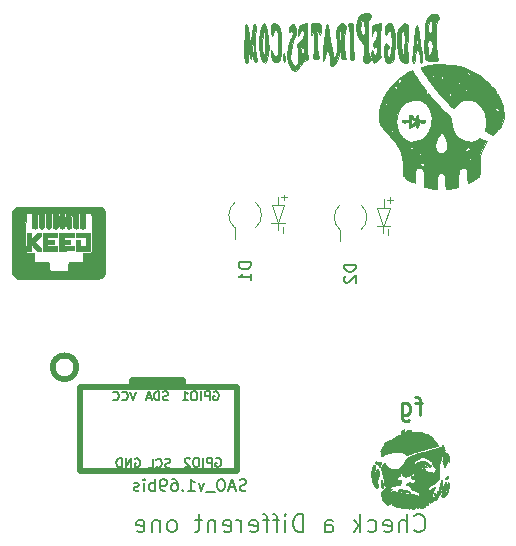
<source format=gbr>
%TF.GenerationSoftware,KiCad,Pcbnew,(5.1.10)-1*%
%TF.CreationDate,2021-09-01T23:07:39-05:00*%
%TF.ProjectId,Bsides-KC-2021-SAO-Sponsor,42736964-6573-42d4-9b43-2d323032312d,rev?*%
%TF.SameCoordinates,Original*%
%TF.FileFunction,Legend,Bot*%
%TF.FilePolarity,Positive*%
%FSLAX46Y46*%
G04 Gerber Fmt 4.6, Leading zero omitted, Abs format (unit mm)*
G04 Created by KiCad (PCBNEW (5.1.10)-1) date 2021-09-01 23:07:39*
%MOMM*%
%LPD*%
G01*
G04 APERTURE LIST*
%ADD10C,0.150000*%
%ADD11C,0.120000*%
%ADD12C,0.010000*%
%ADD13C,0.500000*%
%ADD14C,0.250000*%
G04 APERTURE END LIST*
D10*
X117971428Y-100635714D02*
X118042857Y-100707142D01*
X118257142Y-100778571D01*
X118400000Y-100778571D01*
X118614285Y-100707142D01*
X118757142Y-100564285D01*
X118828571Y-100421428D01*
X118900000Y-100135714D01*
X118900000Y-99921428D01*
X118828571Y-99635714D01*
X118757142Y-99492857D01*
X118614285Y-99350000D01*
X118400000Y-99278571D01*
X118257142Y-99278571D01*
X118042857Y-99350000D01*
X117971428Y-99421428D01*
X117328571Y-100778571D02*
X117328571Y-99278571D01*
X116685714Y-100778571D02*
X116685714Y-99992857D01*
X116757142Y-99850000D01*
X116900000Y-99778571D01*
X117114285Y-99778571D01*
X117257142Y-99850000D01*
X117328571Y-99921428D01*
X115400000Y-100707142D02*
X115542857Y-100778571D01*
X115828571Y-100778571D01*
X115971428Y-100707142D01*
X116042857Y-100564285D01*
X116042857Y-99992857D01*
X115971428Y-99850000D01*
X115828571Y-99778571D01*
X115542857Y-99778571D01*
X115400000Y-99850000D01*
X115328571Y-99992857D01*
X115328571Y-100135714D01*
X116042857Y-100278571D01*
X114042857Y-100707142D02*
X114185714Y-100778571D01*
X114471428Y-100778571D01*
X114614285Y-100707142D01*
X114685714Y-100635714D01*
X114757142Y-100492857D01*
X114757142Y-100064285D01*
X114685714Y-99921428D01*
X114614285Y-99850000D01*
X114471428Y-99778571D01*
X114185714Y-99778571D01*
X114042857Y-99850000D01*
X113400000Y-100778571D02*
X113400000Y-99278571D01*
X113257142Y-100207142D02*
X112828571Y-100778571D01*
X112828571Y-99778571D02*
X113400000Y-100350000D01*
X110400000Y-100778571D02*
X110400000Y-99992857D01*
X110471428Y-99850000D01*
X110614285Y-99778571D01*
X110900000Y-99778571D01*
X111042857Y-99850000D01*
X110400000Y-100707142D02*
X110542857Y-100778571D01*
X110900000Y-100778571D01*
X111042857Y-100707142D01*
X111114285Y-100564285D01*
X111114285Y-100421428D01*
X111042857Y-100278571D01*
X110900000Y-100207142D01*
X110542857Y-100207142D01*
X110400000Y-100135714D01*
X108542857Y-100778571D02*
X108542857Y-99278571D01*
X108185714Y-99278571D01*
X107971428Y-99350000D01*
X107828571Y-99492857D01*
X107757142Y-99635714D01*
X107685714Y-99921428D01*
X107685714Y-100135714D01*
X107757142Y-100421428D01*
X107828571Y-100564285D01*
X107971428Y-100707142D01*
X108185714Y-100778571D01*
X108542857Y-100778571D01*
X107042857Y-100778571D02*
X107042857Y-99778571D01*
X107042857Y-99278571D02*
X107114285Y-99350000D01*
X107042857Y-99421428D01*
X106971428Y-99350000D01*
X107042857Y-99278571D01*
X107042857Y-99421428D01*
X106542857Y-99778571D02*
X105971428Y-99778571D01*
X106328571Y-100778571D02*
X106328571Y-99492857D01*
X106257142Y-99350000D01*
X106114285Y-99278571D01*
X105971428Y-99278571D01*
X105685714Y-99778571D02*
X105114285Y-99778571D01*
X105471428Y-100778571D02*
X105471428Y-99492857D01*
X105400000Y-99350000D01*
X105257142Y-99278571D01*
X105114285Y-99278571D01*
X104042857Y-100707142D02*
X104185714Y-100778571D01*
X104471428Y-100778571D01*
X104614285Y-100707142D01*
X104685714Y-100564285D01*
X104685714Y-99992857D01*
X104614285Y-99850000D01*
X104471428Y-99778571D01*
X104185714Y-99778571D01*
X104042857Y-99850000D01*
X103971428Y-99992857D01*
X103971428Y-100135714D01*
X104685714Y-100278571D01*
X103328571Y-100778571D02*
X103328571Y-99778571D01*
X103328571Y-100064285D02*
X103257142Y-99921428D01*
X103185714Y-99850000D01*
X103042857Y-99778571D01*
X102900000Y-99778571D01*
X101828571Y-100707142D02*
X101971428Y-100778571D01*
X102257142Y-100778571D01*
X102400000Y-100707142D01*
X102471428Y-100564285D01*
X102471428Y-99992857D01*
X102400000Y-99850000D01*
X102257142Y-99778571D01*
X101971428Y-99778571D01*
X101828571Y-99850000D01*
X101757142Y-99992857D01*
X101757142Y-100135714D01*
X102471428Y-100278571D01*
X101114285Y-99778571D02*
X101114285Y-100778571D01*
X101114285Y-99921428D02*
X101042857Y-99850000D01*
X100900000Y-99778571D01*
X100685714Y-99778571D01*
X100542857Y-99850000D01*
X100471428Y-99992857D01*
X100471428Y-100778571D01*
X99971428Y-99778571D02*
X99400000Y-99778571D01*
X99757142Y-99278571D02*
X99757142Y-100564285D01*
X99685714Y-100707142D01*
X99542857Y-100778571D01*
X99400000Y-100778571D01*
X97542857Y-100778571D02*
X97685714Y-100707142D01*
X97757142Y-100635714D01*
X97828571Y-100492857D01*
X97828571Y-100064285D01*
X97757142Y-99921428D01*
X97685714Y-99850000D01*
X97542857Y-99778571D01*
X97328571Y-99778571D01*
X97185714Y-99850000D01*
X97114285Y-99921428D01*
X97042857Y-100064285D01*
X97042857Y-100492857D01*
X97114285Y-100635714D01*
X97185714Y-100707142D01*
X97328571Y-100778571D01*
X97542857Y-100778571D01*
X96400000Y-99778571D02*
X96400000Y-100778571D01*
X96400000Y-99921428D02*
X96328571Y-99850000D01*
X96185714Y-99778571D01*
X95971428Y-99778571D01*
X95828571Y-99850000D01*
X95757142Y-99992857D01*
X95757142Y-100778571D01*
X94471428Y-100707142D02*
X94614285Y-100778571D01*
X94900000Y-100778571D01*
X95042857Y-100707142D01*
X95114285Y-100564285D01*
X95114285Y-99992857D01*
X95042857Y-99850000D01*
X94900000Y-99778571D01*
X94614285Y-99778571D01*
X94471428Y-99850000D01*
X94400000Y-99992857D01*
X94400000Y-100135714D01*
X95114285Y-100278571D01*
D11*
%TO.C,D2*%
X115355340Y-73296780D02*
X115355340Y-72585580D01*
X115329940Y-74820780D02*
X115329940Y-75430380D01*
X115939540Y-74820780D02*
X114771140Y-74820780D01*
X116117340Y-72636380D02*
X115609340Y-72636380D01*
X115863340Y-72890380D02*
X115863340Y-72407780D01*
X115329940Y-74820780D02*
X114821940Y-73322180D01*
X115888740Y-73322180D02*
X115355340Y-74795380D01*
X114821940Y-73322180D02*
X115888740Y-73322180D01*
X111661340Y-76134980D02*
X111661340Y-75184980D01*
X115763340Y-75633580D02*
X115763340Y-75150980D01*
X111683575Y-73066322D02*
G75*
G03*
X111661340Y-75184980I877765J-1068658D01*
G01*
X113439105Y-75203638D02*
G75*
G03*
X113461340Y-73084980I-877765J1068658D01*
G01*
%TO.C,D1*%
X106433620Y-73096120D02*
X106433620Y-72384920D01*
X106408220Y-74620120D02*
X106408220Y-75229720D01*
X107017820Y-74620120D02*
X105849420Y-74620120D01*
X107195620Y-72435720D02*
X106687620Y-72435720D01*
X106941620Y-72689720D02*
X106941620Y-72207120D01*
X106408220Y-74620120D02*
X105900220Y-73121520D01*
X106967020Y-73121520D02*
X106433620Y-74594720D01*
X105900220Y-73121520D02*
X106967020Y-73121520D01*
X102739620Y-75934320D02*
X102739620Y-74984320D01*
X106841620Y-75432920D02*
X106841620Y-74950320D01*
X102761855Y-72865662D02*
G75*
G03*
X102739620Y-74984320I877765J-1068658D01*
G01*
X104517385Y-75002978D02*
G75*
G03*
X104539620Y-72884320I-877765J1068658D01*
G01*
D12*
%TO.C,G\u002A\u002A\u002A*%
G36*
X118690983Y-95275947D02*
G01*
X118685050Y-95300800D01*
X118692031Y-95326962D01*
X118713682Y-95336615D01*
X118740472Y-95332002D01*
X118749966Y-95320740D01*
X118752793Y-95289299D01*
X118737578Y-95268793D01*
X118713682Y-95264984D01*
X118690983Y-95275947D01*
G37*
X118690983Y-95275947D02*
X118685050Y-95300800D01*
X118692031Y-95326962D01*
X118713682Y-95336615D01*
X118740472Y-95332002D01*
X118749966Y-95320740D01*
X118752793Y-95289299D01*
X118737578Y-95268793D01*
X118713682Y-95264984D01*
X118690983Y-95275947D01*
G36*
X116705086Y-97162317D02*
G01*
X116637105Y-97166819D01*
X116586756Y-97175492D01*
X116567325Y-97182585D01*
X116546474Y-97200864D01*
X116549237Y-97221275D01*
X116573965Y-97243319D01*
X116619008Y-97266495D01*
X116682718Y-97290301D01*
X116763445Y-97314239D01*
X116859540Y-97337807D01*
X116969354Y-97360504D01*
X117091237Y-97381831D01*
X117223541Y-97401286D01*
X117332500Y-97414794D01*
X117423781Y-97424707D01*
X117492908Y-97430881D01*
X117542842Y-97433366D01*
X117576544Y-97432212D01*
X117596976Y-97427470D01*
X117606944Y-97419446D01*
X117605019Y-97400368D01*
X117582446Y-97375388D01*
X117542743Y-97346413D01*
X117489433Y-97315351D01*
X117426034Y-97284107D01*
X117356068Y-97254591D01*
X117283054Y-97228708D01*
X117222994Y-97211436D01*
X117146814Y-97195209D01*
X117060383Y-97181925D01*
X116968347Y-97171789D01*
X116875354Y-97165006D01*
X116786051Y-97161781D01*
X116705086Y-97162317D01*
G37*
X116705086Y-97162317D02*
X116637105Y-97166819D01*
X116586756Y-97175492D01*
X116567325Y-97182585D01*
X116546474Y-97200864D01*
X116549237Y-97221275D01*
X116573965Y-97243319D01*
X116619008Y-97266495D01*
X116682718Y-97290301D01*
X116763445Y-97314239D01*
X116859540Y-97337807D01*
X116969354Y-97360504D01*
X117091237Y-97381831D01*
X117223541Y-97401286D01*
X117332500Y-97414794D01*
X117423781Y-97424707D01*
X117492908Y-97430881D01*
X117542842Y-97433366D01*
X117576544Y-97432212D01*
X117596976Y-97427470D01*
X117606944Y-97419446D01*
X117605019Y-97400368D01*
X117582446Y-97375388D01*
X117542743Y-97346413D01*
X117489433Y-97315351D01*
X117426034Y-97284107D01*
X117356068Y-97254591D01*
X117283054Y-97228708D01*
X117222994Y-97211436D01*
X117146814Y-97195209D01*
X117060383Y-97181925D01*
X116968347Y-97171789D01*
X116875354Y-97165006D01*
X116786051Y-97161781D01*
X116705086Y-97162317D01*
G36*
X117024832Y-92097436D02*
G01*
X116985105Y-92123378D01*
X116941881Y-92160620D01*
X116899784Y-92204258D01*
X116863439Y-92249389D01*
X116837472Y-92291107D01*
X116826507Y-92324510D01*
X116826696Y-92331312D01*
X116837425Y-92356079D01*
X116861171Y-92362024D01*
X116899898Y-92349363D01*
X116916265Y-92341158D01*
X116951212Y-92318634D01*
X116992459Y-92286198D01*
X117035277Y-92248373D01*
X117074933Y-92209682D01*
X117106698Y-92174647D01*
X117125841Y-92147792D01*
X117129300Y-92137490D01*
X117117985Y-92112356D01*
X117089531Y-92093917D01*
X117056437Y-92087700D01*
X117024832Y-92097436D01*
G37*
X117024832Y-92097436D02*
X116985105Y-92123378D01*
X116941881Y-92160620D01*
X116899784Y-92204258D01*
X116863439Y-92249389D01*
X116837472Y-92291107D01*
X116826507Y-92324510D01*
X116826696Y-92331312D01*
X116837425Y-92356079D01*
X116861171Y-92362024D01*
X116899898Y-92349363D01*
X116916265Y-92341158D01*
X116951212Y-92318634D01*
X116992459Y-92286198D01*
X117035277Y-92248373D01*
X117074933Y-92209682D01*
X117106698Y-92174647D01*
X117125841Y-92147792D01*
X117129300Y-92137490D01*
X117117985Y-92112356D01*
X117089531Y-92093917D01*
X117056437Y-92087700D01*
X117024832Y-92097436D01*
G36*
X117410791Y-92127771D02*
G01*
X117386300Y-92134226D01*
X117359159Y-92146966D01*
X117325178Y-92167730D01*
X117280162Y-92198256D01*
X117219920Y-92240281D01*
X117188571Y-92262126D01*
X117148882Y-92287852D01*
X117091475Y-92322545D01*
X117021155Y-92363428D01*
X116942726Y-92407727D01*
X116860992Y-92452664D01*
X116828543Y-92470146D01*
X116736166Y-92519853D01*
X116635085Y-92574669D01*
X116532891Y-92630449D01*
X116437177Y-92683050D01*
X116355533Y-92728324D01*
X116348250Y-92732393D01*
X116213951Y-92806601D01*
X116083148Y-92877204D01*
X115959259Y-92942434D01*
X115845703Y-93000526D01*
X115745899Y-93049712D01*
X115663264Y-93088227D01*
X115638982Y-93098880D01*
X115581569Y-93126371D01*
X115525849Y-93157858D01*
X115481182Y-93187899D01*
X115469541Y-93197374D01*
X115437148Y-93227966D01*
X115421271Y-93250416D01*
X115417927Y-93271581D01*
X115419618Y-93283364D01*
X115420473Y-93305663D01*
X115411893Y-93330168D01*
X115391047Y-93362691D01*
X115363355Y-93398733D01*
X115295918Y-93486822D01*
X115245723Y-93560537D01*
X115211167Y-93622536D01*
X115190648Y-93675476D01*
X115186576Y-93691923D01*
X115171891Y-93742318D01*
X115151043Y-93792089D01*
X115142092Y-93808550D01*
X115110406Y-93861375D01*
X115090233Y-93896920D01*
X115079790Y-93919541D01*
X115077290Y-93933599D01*
X115080949Y-93943452D01*
X115084792Y-93948480D01*
X115105944Y-93960384D01*
X115140850Y-93968598D01*
X115152265Y-93969793D01*
X115185823Y-93973914D01*
X115200731Y-93982829D01*
X115203738Y-94001224D01*
X115203564Y-94005400D01*
X115197856Y-94031808D01*
X115184236Y-94073351D01*
X115165373Y-94122072D01*
X115160452Y-94133742D01*
X115136339Y-94197390D01*
X115127148Y-94244640D01*
X115133269Y-94279923D01*
X115155087Y-94307671D01*
X115177016Y-94323246D01*
X115223103Y-94344003D01*
X115265315Y-94343799D01*
X115306850Y-94326709D01*
X115337994Y-94307661D01*
X115378723Y-94279905D01*
X115409174Y-94257693D01*
X115503350Y-94198170D01*
X115618615Y-94144327D01*
X115751145Y-94096885D01*
X115897116Y-94056566D01*
X116052707Y-94024091D01*
X116214093Y-94000181D01*
X116377452Y-93985559D01*
X116538960Y-93980945D01*
X116694794Y-93987062D01*
X116790359Y-93997018D01*
X116886017Y-94012488D01*
X116963006Y-94032228D01*
X117028009Y-94058988D01*
X117087712Y-94095512D01*
X117148350Y-94144158D01*
X117202650Y-94189986D01*
X117245394Y-94220254D01*
X117282715Y-94237630D01*
X117320744Y-94244783D01*
X117365612Y-94244383D01*
X117376727Y-94243569D01*
X117415279Y-94238043D01*
X117460771Y-94226407D01*
X117517320Y-94207291D01*
X117589043Y-94179326D01*
X117663288Y-94148313D01*
X117735110Y-94118181D01*
X117805142Y-94089920D01*
X117875508Y-94062881D01*
X117948334Y-94036416D01*
X118025745Y-94009877D01*
X118109867Y-93982616D01*
X118202826Y-93953986D01*
X118306745Y-93923337D01*
X118423752Y-93890021D01*
X118555972Y-93853392D01*
X118705529Y-93812800D01*
X118874550Y-93767598D01*
X119065160Y-93717137D01*
X119154950Y-93693487D01*
X119309646Y-93652201D01*
X119451954Y-93613046D01*
X119580308Y-93576507D01*
X119693138Y-93543071D01*
X119788876Y-93513226D01*
X119865953Y-93487458D01*
X119922801Y-93466254D01*
X119957851Y-93450101D01*
X119969319Y-93440741D01*
X119967689Y-93412554D01*
X119948143Y-93368361D01*
X119911483Y-93309320D01*
X119858514Y-93236593D01*
X119790040Y-93151338D01*
X119706866Y-93054715D01*
X119683480Y-93028485D01*
X119629174Y-92966606D01*
X119572902Y-92900163D01*
X119520705Y-92836427D01*
X119478624Y-92782674D01*
X119472379Y-92774335D01*
X119424497Y-92713484D01*
X119380267Y-92667059D01*
X119331419Y-92627060D01*
X119292258Y-92600046D01*
X119235186Y-92562889D01*
X119193815Y-92537602D01*
X119162749Y-92521909D01*
X119136593Y-92513534D01*
X119109950Y-92510202D01*
X119077909Y-92509637D01*
X119054083Y-92508973D01*
X119030548Y-92506080D01*
X119003824Y-92499716D01*
X118970431Y-92488639D01*
X118926888Y-92471607D01*
X118869713Y-92447378D01*
X118795427Y-92414710D01*
X118729500Y-92385315D01*
X118682630Y-92365061D01*
X118643864Y-92350970D01*
X118606004Y-92341521D01*
X118561850Y-92335193D01*
X118504206Y-92330467D01*
X118455926Y-92327523D01*
X118379932Y-92322102D01*
X118300189Y-92314665D01*
X118226870Y-92306251D01*
X118176526Y-92298994D01*
X118074954Y-92282949D01*
X117994468Y-92272963D01*
X117931387Y-92269456D01*
X117882030Y-92272849D01*
X117842717Y-92283562D01*
X117809766Y-92302016D01*
X117779498Y-92328631D01*
X117763270Y-92346206D01*
X117726204Y-92381770D01*
X117682599Y-92413755D01*
X117636925Y-92440199D01*
X117593657Y-92459142D01*
X117557265Y-92468623D01*
X117532222Y-92466681D01*
X117523000Y-92451555D01*
X117531849Y-92425584D01*
X117554286Y-92391092D01*
X117584148Y-92355527D01*
X117615273Y-92326339D01*
X117638510Y-92311955D01*
X117668175Y-92292514D01*
X117675400Y-92270424D01*
X117683166Y-92245237D01*
X117694450Y-92235507D01*
X117710206Y-92218263D01*
X117713500Y-92202724D01*
X117701282Y-92174179D01*
X117664805Y-92152341D01*
X117604334Y-92137306D01*
X117520136Y-92129171D01*
X117510300Y-92128736D01*
X117468599Y-92126764D01*
X117436827Y-92125863D01*
X117410791Y-92127771D01*
G37*
X117410791Y-92127771D02*
X117386300Y-92134226D01*
X117359159Y-92146966D01*
X117325178Y-92167730D01*
X117280162Y-92198256D01*
X117219920Y-92240281D01*
X117188571Y-92262126D01*
X117148882Y-92287852D01*
X117091475Y-92322545D01*
X117021155Y-92363428D01*
X116942726Y-92407727D01*
X116860992Y-92452664D01*
X116828543Y-92470146D01*
X116736166Y-92519853D01*
X116635085Y-92574669D01*
X116532891Y-92630449D01*
X116437177Y-92683050D01*
X116355533Y-92728324D01*
X116348250Y-92732393D01*
X116213951Y-92806601D01*
X116083148Y-92877204D01*
X115959259Y-92942434D01*
X115845703Y-93000526D01*
X115745899Y-93049712D01*
X115663264Y-93088227D01*
X115638982Y-93098880D01*
X115581569Y-93126371D01*
X115525849Y-93157858D01*
X115481182Y-93187899D01*
X115469541Y-93197374D01*
X115437148Y-93227966D01*
X115421271Y-93250416D01*
X115417927Y-93271581D01*
X115419618Y-93283364D01*
X115420473Y-93305663D01*
X115411893Y-93330168D01*
X115391047Y-93362691D01*
X115363355Y-93398733D01*
X115295918Y-93486822D01*
X115245723Y-93560537D01*
X115211167Y-93622536D01*
X115190648Y-93675476D01*
X115186576Y-93691923D01*
X115171891Y-93742318D01*
X115151043Y-93792089D01*
X115142092Y-93808550D01*
X115110406Y-93861375D01*
X115090233Y-93896920D01*
X115079790Y-93919541D01*
X115077290Y-93933599D01*
X115080949Y-93943452D01*
X115084792Y-93948480D01*
X115105944Y-93960384D01*
X115140850Y-93968598D01*
X115152265Y-93969793D01*
X115185823Y-93973914D01*
X115200731Y-93982829D01*
X115203738Y-94001224D01*
X115203564Y-94005400D01*
X115197856Y-94031808D01*
X115184236Y-94073351D01*
X115165373Y-94122072D01*
X115160452Y-94133742D01*
X115136339Y-94197390D01*
X115127148Y-94244640D01*
X115133269Y-94279923D01*
X115155087Y-94307671D01*
X115177016Y-94323246D01*
X115223103Y-94344003D01*
X115265315Y-94343799D01*
X115306850Y-94326709D01*
X115337994Y-94307661D01*
X115378723Y-94279905D01*
X115409174Y-94257693D01*
X115503350Y-94198170D01*
X115618615Y-94144327D01*
X115751145Y-94096885D01*
X115897116Y-94056566D01*
X116052707Y-94024091D01*
X116214093Y-94000181D01*
X116377452Y-93985559D01*
X116538960Y-93980945D01*
X116694794Y-93987062D01*
X116790359Y-93997018D01*
X116886017Y-94012488D01*
X116963006Y-94032228D01*
X117028009Y-94058988D01*
X117087712Y-94095512D01*
X117148350Y-94144158D01*
X117202650Y-94189986D01*
X117245394Y-94220254D01*
X117282715Y-94237630D01*
X117320744Y-94244783D01*
X117365612Y-94244383D01*
X117376727Y-94243569D01*
X117415279Y-94238043D01*
X117460771Y-94226407D01*
X117517320Y-94207291D01*
X117589043Y-94179326D01*
X117663288Y-94148313D01*
X117735110Y-94118181D01*
X117805142Y-94089920D01*
X117875508Y-94062881D01*
X117948334Y-94036416D01*
X118025745Y-94009877D01*
X118109867Y-93982616D01*
X118202826Y-93953986D01*
X118306745Y-93923337D01*
X118423752Y-93890021D01*
X118555972Y-93853392D01*
X118705529Y-93812800D01*
X118874550Y-93767598D01*
X119065160Y-93717137D01*
X119154950Y-93693487D01*
X119309646Y-93652201D01*
X119451954Y-93613046D01*
X119580308Y-93576507D01*
X119693138Y-93543071D01*
X119788876Y-93513226D01*
X119865953Y-93487458D01*
X119922801Y-93466254D01*
X119957851Y-93450101D01*
X119969319Y-93440741D01*
X119967689Y-93412554D01*
X119948143Y-93368361D01*
X119911483Y-93309320D01*
X119858514Y-93236593D01*
X119790040Y-93151338D01*
X119706866Y-93054715D01*
X119683480Y-93028485D01*
X119629174Y-92966606D01*
X119572902Y-92900163D01*
X119520705Y-92836427D01*
X119478624Y-92782674D01*
X119472379Y-92774335D01*
X119424497Y-92713484D01*
X119380267Y-92667059D01*
X119331419Y-92627060D01*
X119292258Y-92600046D01*
X119235186Y-92562889D01*
X119193815Y-92537602D01*
X119162749Y-92521909D01*
X119136593Y-92513534D01*
X119109950Y-92510202D01*
X119077909Y-92509637D01*
X119054083Y-92508973D01*
X119030548Y-92506080D01*
X119003824Y-92499716D01*
X118970431Y-92488639D01*
X118926888Y-92471607D01*
X118869713Y-92447378D01*
X118795427Y-92414710D01*
X118729500Y-92385315D01*
X118682630Y-92365061D01*
X118643864Y-92350970D01*
X118606004Y-92341521D01*
X118561850Y-92335193D01*
X118504206Y-92330467D01*
X118455926Y-92327523D01*
X118379932Y-92322102D01*
X118300189Y-92314665D01*
X118226870Y-92306251D01*
X118176526Y-92298994D01*
X118074954Y-92282949D01*
X117994468Y-92272963D01*
X117931387Y-92269456D01*
X117882030Y-92272849D01*
X117842717Y-92283562D01*
X117809766Y-92302016D01*
X117779498Y-92328631D01*
X117763270Y-92346206D01*
X117726204Y-92381770D01*
X117682599Y-92413755D01*
X117636925Y-92440199D01*
X117593657Y-92459142D01*
X117557265Y-92468623D01*
X117532222Y-92466681D01*
X117523000Y-92451555D01*
X117531849Y-92425584D01*
X117554286Y-92391092D01*
X117584148Y-92355527D01*
X117615273Y-92326339D01*
X117638510Y-92311955D01*
X117668175Y-92292514D01*
X117675400Y-92270424D01*
X117683166Y-92245237D01*
X117694450Y-92235507D01*
X117710206Y-92218263D01*
X117713500Y-92202724D01*
X117701282Y-92174179D01*
X117664805Y-92152341D01*
X117604334Y-92137306D01*
X117520136Y-92129171D01*
X117510300Y-92128736D01*
X117468599Y-92126764D01*
X117436827Y-92125863D01*
X117410791Y-92127771D01*
G36*
X114691078Y-94804680D02*
G01*
X114666812Y-94830020D01*
X114659608Y-94840198D01*
X114634308Y-94885448D01*
X114628322Y-94921351D01*
X114643095Y-94950337D01*
X114680075Y-94974838D01*
X114740706Y-94997283D01*
X114755695Y-95001710D01*
X114801299Y-95017754D01*
X114837623Y-95039285D01*
X114869880Y-95071115D01*
X114903281Y-95118056D01*
X114930456Y-95163033D01*
X114962640Y-95212969D01*
X114988894Y-95240090D01*
X115011480Y-95245623D01*
X115032660Y-95230797D01*
X115039390Y-95222123D01*
X115061356Y-95179825D01*
X115082014Y-95120359D01*
X115099241Y-95051941D01*
X115110915Y-94982791D01*
X115114878Y-94929954D01*
X115114558Y-94881128D01*
X115110583Y-94850888D01*
X115101450Y-94832509D01*
X115090950Y-94822930D01*
X115061354Y-94811187D01*
X115040150Y-94811835D01*
X114971348Y-94825046D01*
X114897606Y-94827518D01*
X114830731Y-94819166D01*
X114810610Y-94813494D01*
X114756612Y-94797543D01*
X114718889Y-94794230D01*
X114691078Y-94804680D01*
G37*
X114691078Y-94804680D02*
X114666812Y-94830020D01*
X114659608Y-94840198D01*
X114634308Y-94885448D01*
X114628322Y-94921351D01*
X114643095Y-94950337D01*
X114680075Y-94974838D01*
X114740706Y-94997283D01*
X114755695Y-95001710D01*
X114801299Y-95017754D01*
X114837623Y-95039285D01*
X114869880Y-95071115D01*
X114903281Y-95118056D01*
X114930456Y-95163033D01*
X114962640Y-95212969D01*
X114988894Y-95240090D01*
X115011480Y-95245623D01*
X115032660Y-95230797D01*
X115039390Y-95222123D01*
X115061356Y-95179825D01*
X115082014Y-95120359D01*
X115099241Y-95051941D01*
X115110915Y-94982791D01*
X115114878Y-94929954D01*
X115114558Y-94881128D01*
X115110583Y-94850888D01*
X115101450Y-94832509D01*
X115090950Y-94822930D01*
X115061354Y-94811187D01*
X115040150Y-94811835D01*
X114971348Y-94825046D01*
X114897606Y-94827518D01*
X114830731Y-94819166D01*
X114810610Y-94813494D01*
X114756612Y-94797543D01*
X114718889Y-94794230D01*
X114691078Y-94804680D01*
G36*
X120698997Y-96059841D02*
G01*
X120648307Y-96085326D01*
X120602019Y-96120947D01*
X120571456Y-96157312D01*
X120554791Y-96187437D01*
X120551624Y-96208721D01*
X120560793Y-96233066D01*
X120563531Y-96238435D01*
X120590220Y-96274410D01*
X120624514Y-96289861D01*
X120669824Y-96285439D01*
X120717050Y-96267684D01*
X120770856Y-96238029D01*
X120814119Y-96204363D01*
X120842121Y-96170992D01*
X120850400Y-96145952D01*
X120839276Y-96111192D01*
X120811259Y-96078860D01*
X120774385Y-96056265D01*
X120745009Y-96050100D01*
X120698997Y-96059841D01*
G37*
X120698997Y-96059841D02*
X120648307Y-96085326D01*
X120602019Y-96120947D01*
X120571456Y-96157312D01*
X120554791Y-96187437D01*
X120551624Y-96208721D01*
X120560793Y-96233066D01*
X120563531Y-96238435D01*
X120590220Y-96274410D01*
X120624514Y-96289861D01*
X120669824Y-96285439D01*
X120717050Y-96267684D01*
X120770856Y-96238029D01*
X120814119Y-96204363D01*
X120842121Y-96170992D01*
X120850400Y-96145952D01*
X120839276Y-96111192D01*
X120811259Y-96078860D01*
X120774385Y-96056265D01*
X120745009Y-96050100D01*
X120698997Y-96059841D01*
G36*
X114526465Y-95083900D02*
G01*
X114501868Y-95116704D01*
X114473877Y-95167170D01*
X114444055Y-95231853D01*
X114413967Y-95307309D01*
X114385175Y-95390096D01*
X114359245Y-95476768D01*
X114354726Y-95493559D01*
X114318617Y-95677521D01*
X114304215Y-95870553D01*
X114311252Y-96068985D01*
X114339460Y-96269150D01*
X114388572Y-96467377D01*
X114435761Y-96604354D01*
X114470981Y-96685703D01*
X114512345Y-96765594D01*
X114557415Y-96840651D01*
X114603758Y-96907494D01*
X114648937Y-96962746D01*
X114690517Y-97003029D01*
X114726062Y-97024965D01*
X114741216Y-97028000D01*
X114766876Y-97020472D01*
X114795148Y-97003243D01*
X114824378Y-96973820D01*
X114857534Y-96931064D01*
X114889108Y-96883229D01*
X114913593Y-96838568D01*
X114924802Y-96808908D01*
X114926166Y-96784250D01*
X114915748Y-96759329D01*
X114890105Y-96726595D01*
X114884251Y-96720008D01*
X114831647Y-96659900D01*
X114795561Y-96613114D01*
X114774575Y-96574987D01*
X114767270Y-96540857D01*
X114772226Y-96506062D01*
X114788025Y-96465941D01*
X114799678Y-96442167D01*
X114817548Y-96399420D01*
X114836533Y-96342046D01*
X114853300Y-96280429D01*
X114857623Y-96261648D01*
X114871831Y-96202706D01*
X114887701Y-96146406D01*
X114902493Y-96102208D01*
X114907002Y-96091135D01*
X114929761Y-96022831D01*
X114946255Y-95939341D01*
X114956006Y-95848287D01*
X114958539Y-95757289D01*
X114953377Y-95673968D01*
X114940042Y-95605944D01*
X114937802Y-95598971D01*
X114919255Y-95552615D01*
X114896171Y-95506443D01*
X114872075Y-95466333D01*
X114850489Y-95438162D01*
X114835184Y-95427800D01*
X114811694Y-95439193D01*
X114782177Y-95470821D01*
X114748739Y-95518855D01*
X114713487Y-95579467D01*
X114678525Y-95648829D01*
X114645961Y-95723112D01*
X114617900Y-95798489D01*
X114601131Y-95853239D01*
X114580973Y-95970713D01*
X114584414Y-96091625D01*
X114611545Y-96218611D01*
X114614366Y-96227900D01*
X114632014Y-96290186D01*
X114639465Y-96332004D01*
X114636664Y-96356172D01*
X114623553Y-96365511D01*
X114611644Y-96365308D01*
X114587930Y-96354685D01*
X114569208Y-96328559D01*
X114554422Y-96284183D01*
X114542518Y-96218805D01*
X114536419Y-96169262D01*
X114529289Y-95988084D01*
X114546471Y-95801299D01*
X114587795Y-95610084D01*
X114638686Y-95453200D01*
X114658258Y-95376248D01*
X114664579Y-95293030D01*
X114656974Y-95215567D01*
X114652994Y-95199144D01*
X114636895Y-95162247D01*
X114611477Y-95124576D01*
X114582541Y-95093020D01*
X114555889Y-95074469D01*
X114546102Y-95072200D01*
X114526465Y-95083900D01*
G37*
X114526465Y-95083900D02*
X114501868Y-95116704D01*
X114473877Y-95167170D01*
X114444055Y-95231853D01*
X114413967Y-95307309D01*
X114385175Y-95390096D01*
X114359245Y-95476768D01*
X114354726Y-95493559D01*
X114318617Y-95677521D01*
X114304215Y-95870553D01*
X114311252Y-96068985D01*
X114339460Y-96269150D01*
X114388572Y-96467377D01*
X114435761Y-96604354D01*
X114470981Y-96685703D01*
X114512345Y-96765594D01*
X114557415Y-96840651D01*
X114603758Y-96907494D01*
X114648937Y-96962746D01*
X114690517Y-97003029D01*
X114726062Y-97024965D01*
X114741216Y-97028000D01*
X114766876Y-97020472D01*
X114795148Y-97003243D01*
X114824378Y-96973820D01*
X114857534Y-96931064D01*
X114889108Y-96883229D01*
X114913593Y-96838568D01*
X114924802Y-96808908D01*
X114926166Y-96784250D01*
X114915748Y-96759329D01*
X114890105Y-96726595D01*
X114884251Y-96720008D01*
X114831647Y-96659900D01*
X114795561Y-96613114D01*
X114774575Y-96574987D01*
X114767270Y-96540857D01*
X114772226Y-96506062D01*
X114788025Y-96465941D01*
X114799678Y-96442167D01*
X114817548Y-96399420D01*
X114836533Y-96342046D01*
X114853300Y-96280429D01*
X114857623Y-96261648D01*
X114871831Y-96202706D01*
X114887701Y-96146406D01*
X114902493Y-96102208D01*
X114907002Y-96091135D01*
X114929761Y-96022831D01*
X114946255Y-95939341D01*
X114956006Y-95848287D01*
X114958539Y-95757289D01*
X114953377Y-95673968D01*
X114940042Y-95605944D01*
X114937802Y-95598971D01*
X114919255Y-95552615D01*
X114896171Y-95506443D01*
X114872075Y-95466333D01*
X114850489Y-95438162D01*
X114835184Y-95427800D01*
X114811694Y-95439193D01*
X114782177Y-95470821D01*
X114748739Y-95518855D01*
X114713487Y-95579467D01*
X114678525Y-95648829D01*
X114645961Y-95723112D01*
X114617900Y-95798489D01*
X114601131Y-95853239D01*
X114580973Y-95970713D01*
X114584414Y-96091625D01*
X114611545Y-96218611D01*
X114614366Y-96227900D01*
X114632014Y-96290186D01*
X114639465Y-96332004D01*
X114636664Y-96356172D01*
X114623553Y-96365511D01*
X114611644Y-96365308D01*
X114587930Y-96354685D01*
X114569208Y-96328559D01*
X114554422Y-96284183D01*
X114542518Y-96218805D01*
X114536419Y-96169262D01*
X114529289Y-95988084D01*
X114546471Y-95801299D01*
X114587795Y-95610084D01*
X114638686Y-95453200D01*
X114658258Y-95376248D01*
X114664579Y-95293030D01*
X114656974Y-95215567D01*
X114652994Y-95199144D01*
X114636895Y-95162247D01*
X114611477Y-95124576D01*
X114582541Y-95093020D01*
X114555889Y-95074469D01*
X114546102Y-95072200D01*
X114526465Y-95083900D01*
G36*
X115180307Y-96379349D02*
G01*
X115162063Y-96409553D01*
X115146887Y-96462268D01*
X115135131Y-96536555D01*
X115127145Y-96631477D01*
X115125997Y-96653592D01*
X115124575Y-96770607D01*
X115132027Y-96868303D01*
X115148122Y-96945306D01*
X115172632Y-97000241D01*
X115186802Y-97017855D01*
X115217274Y-97043934D01*
X115243497Y-97051374D01*
X115274735Y-97041037D01*
X115297325Y-97028139D01*
X115325315Y-97007614D01*
X115336454Y-96986044D01*
X115332276Y-96955896D01*
X115319132Y-96921007D01*
X115309975Y-96889079D01*
X115300496Y-96839330D01*
X115291976Y-96779293D01*
X115286994Y-96732131D01*
X115276039Y-96621276D01*
X115264884Y-96533875D01*
X115253176Y-96467984D01*
X115240557Y-96421658D01*
X115226675Y-96392952D01*
X115224599Y-96390214D01*
X115201269Y-96372590D01*
X115180307Y-96379349D01*
G37*
X115180307Y-96379349D02*
X115162063Y-96409553D01*
X115146887Y-96462268D01*
X115135131Y-96536555D01*
X115127145Y-96631477D01*
X115125997Y-96653592D01*
X115124575Y-96770607D01*
X115132027Y-96868303D01*
X115148122Y-96945306D01*
X115172632Y-97000241D01*
X115186802Y-97017855D01*
X115217274Y-97043934D01*
X115243497Y-97051374D01*
X115274735Y-97041037D01*
X115297325Y-97028139D01*
X115325315Y-97007614D01*
X115336454Y-96986044D01*
X115332276Y-96955896D01*
X115319132Y-96921007D01*
X115309975Y-96889079D01*
X115300496Y-96839330D01*
X115291976Y-96779293D01*
X115286994Y-96732131D01*
X115276039Y-96621276D01*
X115264884Y-96533875D01*
X115253176Y-96467984D01*
X115240557Y-96421658D01*
X115226675Y-96392952D01*
X115224599Y-96390214D01*
X115201269Y-96372590D01*
X115180307Y-96379349D01*
G36*
X120627636Y-96542120D02*
G01*
X120613247Y-96551398D01*
X120590875Y-96576407D01*
X120572133Y-96612245D01*
X120570169Y-96617770D01*
X120553411Y-96655944D01*
X120528107Y-96700542D01*
X120513491Y-96722506D01*
X120471945Y-96788351D01*
X120425616Y-96875224D01*
X120376238Y-96979603D01*
X120325547Y-97097967D01*
X120312273Y-97130834D01*
X120276677Y-97230224D01*
X120256917Y-97310645D01*
X120252879Y-97372898D01*
X120264447Y-97417782D01*
X120270148Y-97426911D01*
X120296694Y-97444766D01*
X120338494Y-97454267D01*
X120386563Y-97454648D01*
X120431914Y-97445143D01*
X120441027Y-97441473D01*
X120492650Y-97409370D01*
X120547905Y-97360550D01*
X120600476Y-97301663D01*
X120644046Y-97239363D01*
X120659155Y-97211739D01*
X120681976Y-97159158D01*
X120697518Y-97105760D01*
X120708365Y-97041554D01*
X120712481Y-97005726D01*
X120718110Y-96918255D01*
X120717694Y-96829625D01*
X120711800Y-96744885D01*
X120700995Y-96669086D01*
X120685844Y-96607278D01*
X120666915Y-96564510D01*
X120662257Y-96558105D01*
X120644335Y-96540437D01*
X120627636Y-96542120D01*
G37*
X120627636Y-96542120D02*
X120613247Y-96551398D01*
X120590875Y-96576407D01*
X120572133Y-96612245D01*
X120570169Y-96617770D01*
X120553411Y-96655944D01*
X120528107Y-96700542D01*
X120513491Y-96722506D01*
X120471945Y-96788351D01*
X120425616Y-96875224D01*
X120376238Y-96979603D01*
X120325547Y-97097967D01*
X120312273Y-97130834D01*
X120276677Y-97230224D01*
X120256917Y-97310645D01*
X120252879Y-97372898D01*
X120264447Y-97417782D01*
X120270148Y-97426911D01*
X120296694Y-97444766D01*
X120338494Y-97454267D01*
X120386563Y-97454648D01*
X120431914Y-97445143D01*
X120441027Y-97441473D01*
X120492650Y-97409370D01*
X120547905Y-97360550D01*
X120600476Y-97301663D01*
X120644046Y-97239363D01*
X120659155Y-97211739D01*
X120681976Y-97159158D01*
X120697518Y-97105760D01*
X120708365Y-97041554D01*
X120712481Y-97005726D01*
X120718110Y-96918255D01*
X120717694Y-96829625D01*
X120711800Y-96744885D01*
X120700995Y-96669086D01*
X120685844Y-96607278D01*
X120666915Y-96564510D01*
X120662257Y-96558105D01*
X120644335Y-96540437D01*
X120627636Y-96542120D01*
G36*
X120789806Y-96580056D02*
G01*
X120780509Y-96593025D01*
X120777499Y-96611640D01*
X120774006Y-96651783D01*
X120770263Y-96709592D01*
X120766505Y-96781206D01*
X120762965Y-96862763D01*
X120761083Y-96913700D01*
X120757479Y-97001642D01*
X120753048Y-97084085D01*
X120748110Y-97156625D01*
X120742983Y-97214861D01*
X120737987Y-97254391D01*
X120735550Y-97266078D01*
X120711553Y-97323196D01*
X120671989Y-97375688D01*
X120614713Y-97425249D01*
X120537585Y-97473574D01*
X120438460Y-97522355D01*
X120379355Y-97547705D01*
X120312370Y-97577970D01*
X120267068Y-97605445D01*
X120240323Y-97632775D01*
X120229007Y-97662610D01*
X120228100Y-97675752D01*
X120238596Y-97713255D01*
X120265852Y-97754610D01*
X120303519Y-97793588D01*
X120345248Y-97823956D01*
X120384692Y-97839484D01*
X120395745Y-97840302D01*
X120418334Y-97835076D01*
X120449799Y-97823172D01*
X120450350Y-97822928D01*
X120492960Y-97795372D01*
X120542814Y-97749119D01*
X120596461Y-97688514D01*
X120650451Y-97617897D01*
X120701334Y-97541613D01*
X120745657Y-97464003D01*
X120762282Y-97430363D01*
X120793746Y-97352700D01*
X120821984Y-97263031D01*
X120846469Y-97165405D01*
X120866673Y-97063872D01*
X120882071Y-96962483D01*
X120892135Y-96865288D01*
X120896339Y-96776337D01*
X120894154Y-96699681D01*
X120885056Y-96639368D01*
X120870074Y-96601719D01*
X120844903Y-96578703D01*
X120815211Y-96571197D01*
X120789806Y-96580056D01*
G37*
X120789806Y-96580056D02*
X120780509Y-96593025D01*
X120777499Y-96611640D01*
X120774006Y-96651783D01*
X120770263Y-96709592D01*
X120766505Y-96781206D01*
X120762965Y-96862763D01*
X120761083Y-96913700D01*
X120757479Y-97001642D01*
X120753048Y-97084085D01*
X120748110Y-97156625D01*
X120742983Y-97214861D01*
X120737987Y-97254391D01*
X120735550Y-97266078D01*
X120711553Y-97323196D01*
X120671989Y-97375688D01*
X120614713Y-97425249D01*
X120537585Y-97473574D01*
X120438460Y-97522355D01*
X120379355Y-97547705D01*
X120312370Y-97577970D01*
X120267068Y-97605445D01*
X120240323Y-97632775D01*
X120229007Y-97662610D01*
X120228100Y-97675752D01*
X120238596Y-97713255D01*
X120265852Y-97754610D01*
X120303519Y-97793588D01*
X120345248Y-97823956D01*
X120384692Y-97839484D01*
X120395745Y-97840302D01*
X120418334Y-97835076D01*
X120449799Y-97823172D01*
X120450350Y-97822928D01*
X120492960Y-97795372D01*
X120542814Y-97749119D01*
X120596461Y-97688514D01*
X120650451Y-97617897D01*
X120701334Y-97541613D01*
X120745657Y-97464003D01*
X120762282Y-97430363D01*
X120793746Y-97352700D01*
X120821984Y-97263031D01*
X120846469Y-97165405D01*
X120866673Y-97063872D01*
X120882071Y-96962483D01*
X120892135Y-96865288D01*
X120896339Y-96776337D01*
X120894154Y-96699681D01*
X120885056Y-96639368D01*
X120870074Y-96601719D01*
X120844903Y-96578703D01*
X120815211Y-96571197D01*
X120789806Y-96580056D01*
G36*
X120291041Y-96380599D02*
G01*
X120259763Y-96408286D01*
X120229954Y-96453780D01*
X120206190Y-96509677D01*
X120201406Y-96525587D01*
X120186795Y-96567985D01*
X120165999Y-96616239D01*
X120156980Y-96634418D01*
X120141720Y-96667119D01*
X120132808Y-96698488D01*
X120128916Y-96736728D01*
X120128713Y-96790040D01*
X120129082Y-96806631D01*
X120129736Y-96863507D01*
X120127148Y-96903930D01*
X120119620Y-96936801D01*
X120105453Y-96971022D01*
X120092882Y-96996250D01*
X120057693Y-97072728D01*
X120030142Y-97148132D01*
X120013047Y-97214291D01*
X120009644Y-97237550D01*
X120006207Y-97259620D01*
X119997132Y-97270432D01*
X119975669Y-97273244D01*
X119939205Y-97271569D01*
X119899645Y-97270298D01*
X119877748Y-97274483D01*
X119865934Y-97286768D01*
X119860581Y-97298997D01*
X119855949Y-97325739D01*
X119853950Y-97369824D01*
X119854837Y-97423306D01*
X119855951Y-97443953D01*
X119858195Y-97505265D01*
X119856418Y-97552188D01*
X119850837Y-97579561D01*
X119850201Y-97580807D01*
X119841745Y-97590867D01*
X119831367Y-97587918D01*
X119815421Y-97568959D01*
X119790911Y-97532007D01*
X119754955Y-97484138D01*
X119723183Y-97460727D01*
X119694200Y-97461454D01*
X119666610Y-97485998D01*
X119656461Y-97501075D01*
X119635856Y-97546615D01*
X119634282Y-97590204D01*
X119651748Y-97640485D01*
X119656600Y-97650300D01*
X119671354Y-97681808D01*
X119678871Y-97709018D01*
X119678765Y-97738241D01*
X119670650Y-97775783D01*
X119654140Y-97827955D01*
X119643900Y-97857793D01*
X119626914Y-97909397D01*
X119613829Y-97954063D01*
X119606611Y-97984852D01*
X119605800Y-97992201D01*
X119613860Y-98017677D01*
X119633570Y-98048564D01*
X119658232Y-98076511D01*
X119681145Y-98093167D01*
X119688111Y-98094800D01*
X119703970Y-98086009D01*
X119731382Y-98062664D01*
X119765151Y-98029304D01*
X119774728Y-98019122D01*
X119869838Y-97901798D01*
X119958350Y-97763606D01*
X120038083Y-97608690D01*
X120106857Y-97441196D01*
X120152443Y-97301197D01*
X120175158Y-97230214D01*
X120203473Y-97152589D01*
X120232503Y-97081427D01*
X120242930Y-97058332D01*
X120268490Y-97001524D01*
X120284168Y-96958795D01*
X120292147Y-96921874D01*
X120294611Y-96882489D01*
X120294521Y-96862900D01*
X120296877Y-96810062D01*
X120304327Y-96745176D01*
X120315369Y-96680722D01*
X120317793Y-96669359D01*
X120335435Y-96571141D01*
X120341738Y-96488310D01*
X120336573Y-96423748D01*
X120329821Y-96399665D01*
X120318022Y-96377144D01*
X120302816Y-96375154D01*
X120291041Y-96380599D01*
G37*
X120291041Y-96380599D02*
X120259763Y-96408286D01*
X120229954Y-96453780D01*
X120206190Y-96509677D01*
X120201406Y-96525587D01*
X120186795Y-96567985D01*
X120165999Y-96616239D01*
X120156980Y-96634418D01*
X120141720Y-96667119D01*
X120132808Y-96698488D01*
X120128916Y-96736728D01*
X120128713Y-96790040D01*
X120129082Y-96806631D01*
X120129736Y-96863507D01*
X120127148Y-96903930D01*
X120119620Y-96936801D01*
X120105453Y-96971022D01*
X120092882Y-96996250D01*
X120057693Y-97072728D01*
X120030142Y-97148132D01*
X120013047Y-97214291D01*
X120009644Y-97237550D01*
X120006207Y-97259620D01*
X119997132Y-97270432D01*
X119975669Y-97273244D01*
X119939205Y-97271569D01*
X119899645Y-97270298D01*
X119877748Y-97274483D01*
X119865934Y-97286768D01*
X119860581Y-97298997D01*
X119855949Y-97325739D01*
X119853950Y-97369824D01*
X119854837Y-97423306D01*
X119855951Y-97443953D01*
X119858195Y-97505265D01*
X119856418Y-97552188D01*
X119850837Y-97579561D01*
X119850201Y-97580807D01*
X119841745Y-97590867D01*
X119831367Y-97587918D01*
X119815421Y-97568959D01*
X119790911Y-97532007D01*
X119754955Y-97484138D01*
X119723183Y-97460727D01*
X119694200Y-97461454D01*
X119666610Y-97485998D01*
X119656461Y-97501075D01*
X119635856Y-97546615D01*
X119634282Y-97590204D01*
X119651748Y-97640485D01*
X119656600Y-97650300D01*
X119671354Y-97681808D01*
X119678871Y-97709018D01*
X119678765Y-97738241D01*
X119670650Y-97775783D01*
X119654140Y-97827955D01*
X119643900Y-97857793D01*
X119626914Y-97909397D01*
X119613829Y-97954063D01*
X119606611Y-97984852D01*
X119605800Y-97992201D01*
X119613860Y-98017677D01*
X119633570Y-98048564D01*
X119658232Y-98076511D01*
X119681145Y-98093167D01*
X119688111Y-98094800D01*
X119703970Y-98086009D01*
X119731382Y-98062664D01*
X119765151Y-98029304D01*
X119774728Y-98019122D01*
X119869838Y-97901798D01*
X119958350Y-97763606D01*
X120038083Y-97608690D01*
X120106857Y-97441196D01*
X120152443Y-97301197D01*
X120175158Y-97230214D01*
X120203473Y-97152589D01*
X120232503Y-97081427D01*
X120242930Y-97058332D01*
X120268490Y-97001524D01*
X120284168Y-96958795D01*
X120292147Y-96921874D01*
X120294611Y-96882489D01*
X120294521Y-96862900D01*
X120296877Y-96810062D01*
X120304327Y-96745176D01*
X120315369Y-96680722D01*
X120317793Y-96669359D01*
X120335435Y-96571141D01*
X120341738Y-96488310D01*
X120336573Y-96423748D01*
X120329821Y-96399665D01*
X120318022Y-96377144D01*
X120302816Y-96375154D01*
X120291041Y-96380599D01*
G36*
X120296796Y-93436479D02*
G01*
X120290970Y-93459436D01*
X120281038Y-93499410D01*
X120267454Y-93533543D01*
X120267377Y-93533686D01*
X120259477Y-93553720D01*
X120262208Y-93573212D01*
X120277788Y-93600299D01*
X120290425Y-93618312D01*
X120317506Y-93659990D01*
X120327671Y-93689458D01*
X120321625Y-93712804D01*
X120303655Y-93732933D01*
X120290685Y-93743354D01*
X120278796Y-93745782D01*
X120263542Y-93737671D01*
X120240477Y-93716474D01*
X120205157Y-93679643D01*
X120198720Y-93672818D01*
X120119831Y-93589131D01*
X119980291Y-93633050D01*
X119503461Y-93775776D01*
X119047000Y-93899063D01*
X118825394Y-93956791D01*
X118625177Y-94011442D01*
X118442705Y-94064233D01*
X118274332Y-94116376D01*
X118116414Y-94169087D01*
X117965305Y-94223581D01*
X117817361Y-94281072D01*
X117668936Y-94342774D01*
X117523463Y-94406714D01*
X117310703Y-94502428D01*
X117263096Y-94625389D01*
X117188720Y-94792412D01*
X117101056Y-94941025D01*
X116996672Y-95076232D01*
X116872135Y-95203032D01*
X116857620Y-95216178D01*
X116787094Y-95278428D01*
X116730192Y-95326075D01*
X116682488Y-95362384D01*
X116639555Y-95390623D01*
X116596966Y-95414056D01*
X116574766Y-95424828D01*
X116542994Y-95438960D01*
X116514796Y-95448605D01*
X116484235Y-95454584D01*
X116445372Y-95457718D01*
X116392266Y-95458827D01*
X116329200Y-95458783D01*
X116214977Y-95455274D01*
X116118753Y-95444990D01*
X116033723Y-95426616D01*
X115953080Y-95398833D01*
X115901932Y-95376132D01*
X115795324Y-95313190D01*
X115686723Y-95225275D01*
X115576474Y-95112704D01*
X115464922Y-94975797D01*
X115458900Y-94967761D01*
X115431220Y-94931266D01*
X115412030Y-94912434D01*
X115396316Y-94912198D01*
X115379066Y-94931489D01*
X115355266Y-94971239D01*
X115345183Y-94988895D01*
X115318741Y-95028895D01*
X115281584Y-95077388D01*
X115241004Y-95124949D01*
X115234113Y-95132453D01*
X115191365Y-95180883D01*
X115159621Y-95224808D01*
X115138626Y-95268049D01*
X115128125Y-95314426D01*
X115127861Y-95367761D01*
X115137580Y-95431874D01*
X115157027Y-95510588D01*
X115185946Y-95607722D01*
X115199490Y-95650647D01*
X115235883Y-95766775D01*
X115264636Y-95863190D01*
X115286817Y-95944039D01*
X115303493Y-96013470D01*
X115315731Y-96075631D01*
X115324600Y-96134668D01*
X115325094Y-96138567D01*
X115336176Y-96203588D01*
X115352797Y-96275320D01*
X115368933Y-96330553D01*
X115386851Y-96396132D01*
X115402104Y-96479114D01*
X115415270Y-96582867D01*
X115419674Y-96626633D01*
X115427003Y-96696181D01*
X115434792Y-96757094D01*
X115442343Y-96804746D01*
X115448955Y-96834511D01*
X115452210Y-96841889D01*
X115473002Y-96854870D01*
X115505069Y-96868016D01*
X115506866Y-96868605D01*
X115541411Y-96888129D01*
X115552084Y-96909575D01*
X115546241Y-96942223D01*
X115523548Y-96986683D01*
X115487130Y-97039081D01*
X115440112Y-97095540D01*
X115385621Y-97152185D01*
X115326781Y-97205140D01*
X115291024Y-97233283D01*
X115227002Y-97293072D01*
X115178195Y-97367448D01*
X115142581Y-97459906D01*
X115129482Y-97512177D01*
X115116181Y-97583420D01*
X115113382Y-97636874D01*
X115123444Y-97678807D01*
X115148723Y-97715488D01*
X115191577Y-97753185D01*
X115230905Y-97781857D01*
X115247946Y-97795550D01*
X115257769Y-97811251D01*
X115262105Y-97835660D01*
X115262689Y-97875475D01*
X115262134Y-97902507D01*
X115260747Y-97966536D01*
X115261219Y-98010159D01*
X115264960Y-98038367D01*
X115273378Y-98056151D01*
X115287881Y-98068501D01*
X115309880Y-98080407D01*
X115312776Y-98081883D01*
X115352088Y-98106090D01*
X115376120Y-98134509D01*
X115390948Y-98175797D01*
X115396207Y-98200716D01*
X115418733Y-98261484D01*
X115461179Y-98307348D01*
X115524404Y-98339164D01*
X115539725Y-98343947D01*
X115591385Y-98360526D01*
X115624727Y-98377342D01*
X115646412Y-98399227D01*
X115663104Y-98431015D01*
X115664588Y-98434525D01*
X115683119Y-98466448D01*
X115703904Y-98474242D01*
X115730413Y-98459147D01*
X115731300Y-98458381D01*
X115754202Y-98444933D01*
X115791817Y-98428846D01*
X115821200Y-98418484D01*
X115897026Y-98381934D01*
X115955922Y-98328439D01*
X115996141Y-98261415D01*
X116015941Y-98184278D01*
X116013576Y-98100443D01*
X116004364Y-98059875D01*
X116002008Y-98038798D01*
X116016510Y-98031737D01*
X116028549Y-98031300D01*
X116062572Y-98042373D01*
X116086106Y-98073028D01*
X116098469Y-98119412D01*
X116098975Y-98177675D01*
X116086940Y-98243966D01*
X116073674Y-98285300D01*
X116050941Y-98351558D01*
X116041284Y-98399611D01*
X116046368Y-98433948D01*
X116067859Y-98459056D01*
X116107423Y-98479425D01*
X116151400Y-98494751D01*
X116198294Y-98513888D01*
X116241216Y-98538329D01*
X116259350Y-98552379D01*
X116296959Y-98581633D01*
X116337942Y-98605810D01*
X116341900Y-98607646D01*
X116382786Y-98629503D01*
X116420326Y-98654960D01*
X116421428Y-98655843D01*
X116445499Y-98672747D01*
X116467441Y-98677891D01*
X116498380Y-98672850D01*
X116513685Y-98668893D01*
X116557592Y-98660755D01*
X116613311Y-98655208D01*
X116658196Y-98653600D01*
X116707595Y-98652309D01*
X116742206Y-98646348D01*
X116772597Y-98632581D01*
X116807239Y-98609376D01*
X116844618Y-98583008D01*
X116876427Y-98561292D01*
X116891175Y-98551779D01*
X116909932Y-98544696D01*
X116912459Y-98554879D01*
X116899380Y-98580590D01*
X116871322Y-98620092D01*
X116862600Y-98631215D01*
X116836164Y-98666940D01*
X116817792Y-98696587D01*
X116811800Y-98712167D01*
X116823081Y-98729940D01*
X116854862Y-98738084D01*
X116904050Y-98736378D01*
X116967552Y-98724600D01*
X116971755Y-98723567D01*
X117021850Y-98712448D01*
X117063527Y-98707769D01*
X117104947Y-98709945D01*
X117154274Y-98719394D01*
X117218200Y-98736121D01*
X117281119Y-98751756D01*
X117349204Y-98765740D01*
X117416331Y-98777132D01*
X117476378Y-98784989D01*
X117523222Y-98788369D01*
X117548379Y-98786954D01*
X117582223Y-98772042D01*
X117612519Y-98748191D01*
X117639536Y-98724605D01*
X117663704Y-98719720D01*
X117692186Y-98733890D01*
X117716234Y-98753337D01*
X117779625Y-98798355D01*
X117837602Y-98818565D01*
X117890187Y-98813972D01*
X117931260Y-98790061D01*
X117955782Y-98764097D01*
X117985786Y-98725221D01*
X118010477Y-98688525D01*
X118043191Y-98642468D01*
X118072086Y-98619696D01*
X118101814Y-98619547D01*
X118137027Y-98641357D01*
X118164641Y-98666584D01*
X118216692Y-98717669D01*
X118271493Y-98698334D01*
X118326558Y-98682698D01*
X118367690Y-98681458D01*
X118402088Y-98694917D01*
X118415466Y-98704400D01*
X118447097Y-98724023D01*
X118477255Y-98727554D01*
X118514102Y-98714784D01*
X118539327Y-98701225D01*
X118572990Y-98684154D01*
X118595307Y-98680549D01*
X118614868Y-98688525D01*
X118647314Y-98708577D01*
X118665290Y-98719711D01*
X118687967Y-98727948D01*
X118709393Y-98717265D01*
X118714768Y-98712589D01*
X118741363Y-98695088D01*
X118780610Y-98676227D01*
X118801204Y-98668205D01*
X118862850Y-98646254D01*
X118874411Y-98570552D01*
X118881128Y-98529690D01*
X118886854Y-98500321D01*
X118889832Y-98490012D01*
X118902500Y-98491860D01*
X118929496Y-98502342D01*
X118940270Y-98507277D01*
X118985790Y-98520614D01*
X119033776Y-98521996D01*
X119074342Y-98511834D01*
X119090354Y-98501034D01*
X119096877Y-98482371D01*
X119101705Y-98445109D01*
X119104046Y-98396032D01*
X119104150Y-98382861D01*
X119103284Y-98328863D01*
X119099228Y-98291320D01*
X119089802Y-98261311D01*
X119072822Y-98229910D01*
X119062875Y-98214101D01*
X119040938Y-98178591D01*
X119025969Y-98151882D01*
X119021600Y-98141313D01*
X119029578Y-98132411D01*
X119052996Y-98142631D01*
X119091087Y-98171542D01*
X119118740Y-98195917D01*
X119175948Y-98241134D01*
X119229933Y-98266671D01*
X119285032Y-98272588D01*
X119345583Y-98258948D01*
X119415923Y-98225813D01*
X119458041Y-98200752D01*
X119556255Y-98139250D01*
X119548939Y-98018600D01*
X119540813Y-97922080D01*
X119529418Y-97842889D01*
X119515232Y-97783257D01*
X119498735Y-97745414D01*
X119487964Y-97734118D01*
X119464478Y-97729763D01*
X119448223Y-97747873D01*
X119441069Y-97786089D01*
X119440895Y-97793582D01*
X119436199Y-97828400D01*
X119424703Y-97865824D01*
X119409791Y-97897614D01*
X119394843Y-97915531D01*
X119390234Y-97917000D01*
X119374557Y-97904878D01*
X119360315Y-97870828D01*
X119348725Y-97818317D01*
X119344285Y-97786050D01*
X119341259Y-97752537D01*
X119343343Y-97727605D01*
X119353430Y-97703854D01*
X119374414Y-97673885D01*
X119401415Y-97639933D01*
X119431782Y-97599614D01*
X119454501Y-97564383D01*
X119465605Y-97540544D01*
X119466100Y-97537136D01*
X119471586Y-97517451D01*
X119482964Y-97489314D01*
X118460105Y-97489314D01*
X118446371Y-97504405D01*
X118417202Y-97510600D01*
X118390189Y-97516304D01*
X118379386Y-97535442D01*
X118383943Y-97571050D01*
X118392593Y-97598487D01*
X118404540Y-97637776D01*
X118411376Y-97670774D01*
X118412000Y-97678937D01*
X118409913Y-97692880D01*
X118399728Y-97699361D01*
X118375562Y-97699714D01*
X118337134Y-97695910D01*
X118290933Y-97688994D01*
X118230267Y-97677608D01*
X118165241Y-97663715D01*
X118136044Y-97656876D01*
X118067996Y-97638736D01*
X117995680Y-97616791D01*
X117931387Y-97594848D01*
X117912130Y-97587506D01*
X117847724Y-97564282D01*
X117794548Y-97552395D01*
X117742781Y-97551175D01*
X117682602Y-97559954D01*
X117641264Y-97569061D01*
X117552490Y-97582483D01*
X117458974Y-97581148D01*
X117357236Y-97564477D01*
X117243796Y-97531891D01*
X117115173Y-97482811D01*
X117110227Y-97480734D01*
X117066691Y-97465229D01*
X117014163Y-97452368D01*
X116947486Y-97441145D01*
X116861503Y-97430552D01*
X116843527Y-97428629D01*
X116759490Y-97418591D01*
X116668209Y-97405695D01*
X116580229Y-97391542D01*
X116506100Y-97377734D01*
X116500650Y-97376601D01*
X116428471Y-97361593D01*
X116352976Y-97346160D01*
X116284413Y-97332384D01*
X116243833Y-97324416D01*
X116139415Y-97304254D01*
X116008008Y-97382027D01*
X115934184Y-97423431D01*
X115878747Y-97449511D01*
X115842042Y-97460264D01*
X115824415Y-97455686D01*
X115826210Y-97435774D01*
X115847774Y-97400524D01*
X115860948Y-97383450D01*
X115898195Y-97318512D01*
X115915393Y-97260369D01*
X115925139Y-97218155D01*
X115936036Y-97193920D01*
X115952671Y-97180477D01*
X115970905Y-97173405D01*
X116012871Y-97154659D01*
X116032984Y-97135129D01*
X116031004Y-97118080D01*
X116006690Y-97106775D01*
X115976026Y-97104026D01*
X115923744Y-97100475D01*
X115887921Y-97091033D01*
X115872584Y-97076859D01*
X115872301Y-97074143D01*
X115879161Y-97058115D01*
X115897424Y-97026365D01*
X115924016Y-96984046D01*
X115945326Y-96951800D01*
X116018050Y-96843850D01*
X116240300Y-96837044D01*
X116314288Y-96834227D01*
X116380530Y-96830672D01*
X116434389Y-96826710D01*
X116471226Y-96822669D01*
X116485365Y-96819584D01*
X116504109Y-96802552D01*
X116526522Y-96770982D01*
X116538211Y-96750190D01*
X116561958Y-96709723D01*
X116591630Y-96667414D01*
X116622729Y-96628749D01*
X116650752Y-96599218D01*
X116671199Y-96584307D01*
X116674914Y-96583500D01*
X116681988Y-96595540D01*
X116683057Y-96631832D01*
X116680256Y-96671639D01*
X116677550Y-96716267D01*
X116678202Y-96750033D01*
X116682057Y-96765924D01*
X116682317Y-96766114D01*
X116704683Y-96766329D01*
X116733764Y-96748691D01*
X116763981Y-96717575D01*
X116785749Y-96684976D01*
X116802962Y-96647677D01*
X116813825Y-96606285D01*
X116820177Y-96552345D01*
X116822284Y-96517048D01*
X116827607Y-96405700D01*
X116695131Y-96405700D01*
X116623942Y-96405288D01*
X116574639Y-96401498D01*
X116543714Y-96390498D01*
X116527657Y-96368453D01*
X116522959Y-96331531D01*
X116526112Y-96275899D01*
X116530867Y-96226276D01*
X116536543Y-96166471D01*
X116541145Y-96114812D01*
X116544161Y-96077234D01*
X116545100Y-96060478D01*
X116551225Y-96048439D01*
X116572693Y-96040621D01*
X116614153Y-96035494D01*
X116623007Y-96034817D01*
X116673917Y-96028480D01*
X116705012Y-96017417D01*
X116718257Y-96005463D01*
X116729717Y-95974937D01*
X116734978Y-95930051D01*
X116734110Y-95881017D01*
X116727181Y-95838046D01*
X116716954Y-95814402D01*
X116700310Y-95782259D01*
X116704404Y-95752333D01*
X116730353Y-95718705D01*
X116736062Y-95713107D01*
X116764209Y-95690922D01*
X116786852Y-95686831D01*
X116807190Y-95702660D01*
X116828417Y-95740237D01*
X116843008Y-95774222D01*
X116887235Y-95860731D01*
X116944688Y-95938896D01*
X117010761Y-96003710D01*
X117080846Y-96050167D01*
X117107902Y-96062090D01*
X117150761Y-96071256D01*
X117209692Y-96074945D01*
X117276011Y-96073368D01*
X117341035Y-96066738D01*
X117396081Y-96055266D01*
X117396870Y-96055033D01*
X117489754Y-96020886D01*
X117574006Y-95974494D01*
X117659048Y-95910616D01*
X117663993Y-95906443D01*
X117729901Y-95853345D01*
X117782541Y-95818504D01*
X117825350Y-95801046D01*
X117861768Y-95800095D01*
X117895236Y-95814777D01*
X117925115Y-95840074D01*
X117952650Y-95871288D01*
X117964441Y-95898180D01*
X117965171Y-95931528D01*
X117965120Y-95932149D01*
X117961150Y-95980250D01*
X117851904Y-95986600D01*
X117790150Y-95991674D01*
X117747917Y-96000254D01*
X117719338Y-96015182D01*
X117698541Y-96039302D01*
X117682920Y-96068478D01*
X117664197Y-96126817D01*
X117667703Y-96175074D01*
X117693328Y-96211982D01*
X117695806Y-96213997D01*
X117744899Y-96245606D01*
X117807782Y-96276604D01*
X117873229Y-96301992D01*
X117924545Y-96315823D01*
X117982217Y-96334989D01*
X118018357Y-96367153D01*
X118033135Y-96412702D01*
X118026718Y-96472024D01*
X118011775Y-96516872D01*
X117976981Y-96578131D01*
X117930555Y-96616918D01*
X117872060Y-96633560D01*
X117854766Y-96634300D01*
X117805956Y-96638787D01*
X117777427Y-96654104D01*
X117765369Y-96683030D01*
X117764300Y-96700340D01*
X117760645Y-96728323D01*
X117749485Y-96732676D01*
X117730533Y-96713274D01*
X117706674Y-96675575D01*
X117672521Y-96622269D01*
X117638573Y-96580078D01*
X117608587Y-96553162D01*
X117589127Y-96545400D01*
X117569112Y-96552838D01*
X117538809Y-96571712D01*
X117522570Y-96583841D01*
X117483610Y-96610422D01*
X117443867Y-96631173D01*
X117431842Y-96635730D01*
X117370783Y-96657570D01*
X117330641Y-96679526D01*
X117307290Y-96705956D01*
X117296606Y-96741219D01*
X117294400Y-96780947D01*
X117297319Y-96809969D01*
X117309039Y-96822813D01*
X117334002Y-96820751D01*
X117376655Y-96805054D01*
X117377453Y-96804721D01*
X117431568Y-96791631D01*
X117480567Y-96796815D01*
X117519476Y-96817996D01*
X117543324Y-96852893D01*
X117548400Y-96883063D01*
X117558423Y-96917200D01*
X117583492Y-96953425D01*
X117616115Y-96982120D01*
X117631954Y-96990281D01*
X117659607Y-97009053D01*
X117683120Y-97036958D01*
X117720393Y-97095745D01*
X117749334Y-97135856D01*
X117773251Y-97161189D01*
X117795451Y-97175644D01*
X117803508Y-97178883D01*
X117837929Y-97195224D01*
X117876340Y-97219355D01*
X117884099Y-97225061D01*
X117915096Y-97245627D01*
X117937027Y-97250376D01*
X117953373Y-97244663D01*
X117971031Y-97239293D01*
X117989542Y-97246025D01*
X118015396Y-97267985D01*
X118028222Y-97280694D01*
X118061922Y-97311045D01*
X118093951Y-97328127D01*
X118136159Y-97337606D01*
X118151646Y-97339698D01*
X118200806Y-97348728D01*
X118237528Y-97364877D01*
X118274750Y-97394105D01*
X118279891Y-97398799D01*
X118321768Y-97432118D01*
X118360296Y-97449008D01*
X118387536Y-97453535D01*
X118423805Y-97459327D01*
X118449268Y-97467832D01*
X118453394Y-97470713D01*
X118460105Y-97489314D01*
X119482964Y-97489314D01*
X119486524Y-97480511D01*
X119508638Y-97431592D01*
X119535651Y-97375968D01*
X119535835Y-97375601D01*
X119567789Y-97308482D01*
X119599152Y-97236483D01*
X119628024Y-97164652D01*
X119652502Y-97098038D01*
X119670686Y-97041689D01*
X119680674Y-97000655D01*
X119682000Y-96987517D01*
X119673144Y-96968806D01*
X119646834Y-96967947D01*
X119603458Y-96984717D01*
X119543404Y-97018889D01*
X119467059Y-97070238D01*
X119374811Y-97138538D01*
X119267047Y-97223564D01*
X119244161Y-97242153D01*
X119195286Y-97281072D01*
X119152604Y-97313293D01*
X119120348Y-97335744D01*
X119102751Y-97345353D01*
X119101733Y-97345500D01*
X119081970Y-97334039D01*
X119066819Y-97304567D01*
X119059827Y-97264452D01*
X119059700Y-97258202D01*
X119066464Y-97225353D01*
X119084847Y-97177203D01*
X119111985Y-97119317D01*
X119145017Y-97057261D01*
X119181079Y-96996601D01*
X119217308Y-96942902D01*
X119231449Y-96924310D01*
X119276189Y-96874700D01*
X119325334Y-96831012D01*
X119373449Y-96797268D01*
X119415096Y-96777490D01*
X119434633Y-96774000D01*
X119487466Y-96764821D01*
X119538829Y-96735805D01*
X119592486Y-96684731D01*
X119599378Y-96676876D01*
X119643410Y-96633020D01*
X119704494Y-96582390D01*
X119776968Y-96529577D01*
X119801364Y-96513148D01*
X119857397Y-96475141D01*
X119908517Y-96438642D01*
X119949408Y-96407566D01*
X119974753Y-96385833D01*
X119976273Y-96384277D01*
X119995417Y-96358420D01*
X120010760Y-96323631D01*
X120022811Y-96276931D01*
X120032081Y-96215341D01*
X120039078Y-96135884D01*
X120044313Y-96035580D01*
X120046518Y-95973900D01*
X120048829Y-95890817D01*
X120049594Y-95828723D01*
X120048572Y-95783241D01*
X120045525Y-95749993D01*
X120040214Y-95724602D01*
X120032400Y-95702691D01*
X120031613Y-95700850D01*
X120009504Y-95646618D01*
X119998078Y-95606683D01*
X119996567Y-95572665D01*
X120004204Y-95536188D01*
X120013827Y-95506854D01*
X120025024Y-95471225D01*
X120031731Y-95437542D01*
X120031731Y-95437534D01*
X119763375Y-95437534D01*
X119751546Y-95508225D01*
X119724928Y-95583291D01*
X119685604Y-95656467D01*
X119648952Y-95706427D01*
X119622782Y-95732951D01*
X119599179Y-95742317D01*
X119575223Y-95740652D01*
X119549957Y-95738035D01*
X119504277Y-95734951D01*
X119443158Y-95731674D01*
X119371575Y-95728472D01*
X119307350Y-95726052D01*
X119158643Y-95718699D01*
X119033672Y-95707599D01*
X118931023Y-95692543D01*
X118849280Y-95673325D01*
X118787029Y-95649737D01*
X118786842Y-95649646D01*
X118723150Y-95618520D01*
X118773950Y-95624640D01*
X118860577Y-95634377D01*
X118924428Y-95639850D01*
X118967749Y-95641144D01*
X118992791Y-95638347D01*
X119001061Y-95633410D01*
X118997560Y-95617572D01*
X118976842Y-95596173D01*
X118945013Y-95573712D01*
X118908178Y-95554686D01*
X118881900Y-95545619D01*
X118850990Y-95534125D01*
X118837231Y-95515357D01*
X118833503Y-95494173D01*
X118831844Y-95477320D01*
X118828054Y-95465387D01*
X118818054Y-95456761D01*
X118797765Y-95449826D01*
X118763106Y-95442968D01*
X118709999Y-95434572D01*
X118666000Y-95427884D01*
X118622427Y-95421421D01*
X118589285Y-95416844D01*
X118574367Y-95415195D01*
X118560224Y-95407437D01*
X118534723Y-95387874D01*
X118520270Y-95375576D01*
X118493196Y-95354624D01*
X118464763Y-95340973D01*
X118426928Y-95331844D01*
X118372541Y-95324561D01*
X118313340Y-95316119D01*
X118266009Y-95305852D01*
X118234518Y-95294931D01*
X118222836Y-95284526D01*
X118224470Y-95280897D01*
X118241840Y-95274288D01*
X118279413Y-95266069D01*
X118332099Y-95256933D01*
X118394805Y-95247578D01*
X118462442Y-95238697D01*
X118529917Y-95230988D01*
X118592139Y-95225145D01*
X118644017Y-95221865D01*
X118659650Y-95221439D01*
X118728901Y-95221970D01*
X118784761Y-95226764D01*
X118839105Y-95237497D01*
X118903812Y-95255847D01*
X118904213Y-95255971D01*
X118955343Y-95270631D01*
X118997115Y-95280592D01*
X119023844Y-95284604D01*
X119030288Y-95283646D01*
X119029388Y-95268795D01*
X119010836Y-95245911D01*
X118979340Y-95219013D01*
X118939606Y-95192121D01*
X118896342Y-95169253D01*
X118896272Y-95169222D01*
X118762400Y-95122079D01*
X118626289Y-95099175D01*
X118490461Y-95100703D01*
X118357437Y-95126856D01*
X118354139Y-95127836D01*
X118306318Y-95140995D01*
X118267645Y-95149464D01*
X118244613Y-95151895D01*
X118241641Y-95151199D01*
X118237182Y-95138831D01*
X118253533Y-95121889D01*
X118286859Y-95101939D01*
X118333322Y-95080547D01*
X118389087Y-95059278D01*
X118450317Y-95039698D01*
X118513176Y-95023372D01*
X118573827Y-95011868D01*
X118587610Y-95010000D01*
X118665039Y-95003997D01*
X118736684Y-95007116D01*
X118807132Y-95020752D01*
X118880969Y-95046302D01*
X118962781Y-95085160D01*
X119057156Y-95138723D01*
X119103079Y-95166833D01*
X119152993Y-95196294D01*
X119197559Y-95219708D01*
X119230881Y-95234130D01*
X119244241Y-95237300D01*
X119278571Y-95228003D01*
X119311364Y-95205040D01*
X119333967Y-95175799D01*
X119339100Y-95156314D01*
X119332470Y-95129501D01*
X119315562Y-95092601D01*
X119303183Y-95071336D01*
X119240649Y-94993585D01*
X119158535Y-94922832D01*
X119062328Y-94861973D01*
X118957515Y-94813902D01*
X118849582Y-94781515D01*
X118744015Y-94767708D01*
X118727261Y-94767416D01*
X118622440Y-94775348D01*
X118504399Y-94797902D01*
X118379287Y-94833269D01*
X118253255Y-94879639D01*
X118132450Y-94935201D01*
X118101290Y-94951673D01*
X118024355Y-94989203D01*
X117960335Y-95011262D01*
X117933584Y-95016136D01*
X117889388Y-95019167D01*
X117862561Y-95015140D01*
X117852541Y-95001196D01*
X117858767Y-94974472D01*
X117880677Y-94932108D01*
X117908153Y-94886592D01*
X117953230Y-94816968D01*
X117991687Y-94766082D01*
X118027844Y-94729752D01*
X118066025Y-94703794D01*
X118110551Y-94684024D01*
X118121427Y-94680159D01*
X118173473Y-94661043D01*
X118219505Y-94640731D01*
X118266984Y-94615385D01*
X118323371Y-94581171D01*
X118362030Y-94556442D01*
X118468122Y-94493034D01*
X118559532Y-94449532D01*
X118635995Y-94426048D01*
X118678510Y-94421569D01*
X118704353Y-94423326D01*
X118734396Y-94429329D01*
X118771371Y-94440674D01*
X118818009Y-94458458D01*
X118877043Y-94483777D01*
X118951203Y-94517727D01*
X119043222Y-94561404D01*
X119123200Y-94600041D01*
X119241771Y-94669521D01*
X119342895Y-94753503D01*
X119424849Y-94849852D01*
X119485905Y-94956437D01*
X119524340Y-95071123D01*
X119530739Y-95103950D01*
X119540889Y-95158653D01*
X119551511Y-95193422D01*
X119565789Y-95213579D01*
X119586907Y-95224445D01*
X119605587Y-95229002D01*
X119648343Y-95247433D01*
X119692768Y-95281996D01*
X119731167Y-95325212D01*
X119755846Y-95369602D01*
X119758331Y-95377485D01*
X119763375Y-95437534D01*
X120031731Y-95437534D01*
X120034485Y-95398813D01*
X120033827Y-95348042D01*
X120030789Y-95286749D01*
X120022313Y-95139349D01*
X120067618Y-95036306D01*
X120084059Y-94995248D01*
X120103300Y-94941611D01*
X120123500Y-94881262D01*
X120142821Y-94820066D01*
X120159421Y-94763889D01*
X120171461Y-94718596D01*
X120177101Y-94690055D01*
X120177300Y-94686653D01*
X120184522Y-94674935D01*
X120202953Y-94650182D01*
X120216749Y-94632621D01*
X120237964Y-94604048D01*
X120249127Y-94579700D01*
X120252607Y-94550134D01*
X120250776Y-94505910D01*
X120250299Y-94498991D01*
X120250156Y-94426550D01*
X120262260Y-94373730D01*
X120287911Y-94337232D01*
X120322330Y-94316157D01*
X120373621Y-94305575D01*
X120417646Y-94319082D01*
X120448539Y-94349568D01*
X120462014Y-94378532D01*
X120453550Y-94395109D01*
X120431910Y-94399100D01*
X120406543Y-94409634D01*
X120394445Y-94441319D01*
X120395620Y-94494280D01*
X120410071Y-94568641D01*
X120437800Y-94664526D01*
X120438462Y-94666578D01*
X120459850Y-94736968D01*
X120473506Y-94790994D01*
X120479410Y-94827222D01*
X120477540Y-94844218D01*
X120467875Y-94840546D01*
X120450393Y-94814772D01*
X120440411Y-94796431D01*
X120407595Y-94743571D01*
X120377243Y-94715876D01*
X120349229Y-94713245D01*
X120342402Y-94716599D01*
X120337109Y-94724596D01*
X120336695Y-94741430D01*
X120341858Y-94770274D01*
X120353293Y-94814298D01*
X120371695Y-94876676D01*
X120391655Y-94941137D01*
X120422171Y-95038014D01*
X120446445Y-95113545D01*
X120465594Y-95170698D01*
X120480734Y-95212437D01*
X120492980Y-95241729D01*
X120503449Y-95261541D01*
X120513257Y-95274838D01*
X120519627Y-95281231D01*
X120538220Y-95294047D01*
X120553305Y-95287326D01*
X120561541Y-95278677D01*
X120572283Y-95257697D01*
X120586121Y-95217813D01*
X120601162Y-95165027D01*
X120613704Y-95113486D01*
X120632088Y-95034875D01*
X120647968Y-94977360D01*
X120663405Y-94937052D01*
X120680462Y-94910060D01*
X120701201Y-94892495D01*
X120727686Y-94880466D01*
X120739275Y-94876664D01*
X120751457Y-94868465D01*
X120758333Y-94849550D01*
X120761264Y-94814265D01*
X120761695Y-94783673D01*
X120764907Y-94723963D01*
X120773292Y-94684713D01*
X120785441Y-94666958D01*
X120799947Y-94671736D01*
X120815403Y-94700082D01*
X120826418Y-94736019D01*
X120843071Y-94783236D01*
X120863204Y-94809759D01*
X120885027Y-94813457D01*
X120889563Y-94811193D01*
X120895836Y-94794390D01*
X120898546Y-94757216D01*
X120897998Y-94704403D01*
X120894493Y-94640686D01*
X120888334Y-94570797D01*
X120879824Y-94499470D01*
X120869265Y-94431437D01*
X120863255Y-94399852D01*
X120835060Y-94289403D01*
X120800601Y-94203124D01*
X120759643Y-94140511D01*
X120731419Y-94113761D01*
X120691593Y-94090562D01*
X120649550Y-94083707D01*
X120596638Y-94092119D01*
X120584329Y-94095442D01*
X120566742Y-94087576D01*
X120544265Y-94056847D01*
X120533529Y-94037150D01*
X120500079Y-93985865D01*
X120462412Y-93956641D01*
X120459875Y-93955483D01*
X120427989Y-93936054D01*
X120420979Y-93918069D01*
X120438734Y-93903399D01*
X120463395Y-93896547D01*
X120502610Y-93883676D01*
X120522018Y-93861573D01*
X120522498Y-93827194D01*
X120504931Y-93777496D01*
X120500543Y-93768001D01*
X120479800Y-93717080D01*
X120472449Y-93677038D01*
X120474255Y-93649939D01*
X120471682Y-93601701D01*
X120453215Y-93545926D01*
X120422724Y-93491035D01*
X120384074Y-93445451D01*
X120377820Y-93439942D01*
X120340769Y-93415690D01*
X120314012Y-93414479D01*
X120296796Y-93436479D01*
G37*
X120296796Y-93436479D02*
X120290970Y-93459436D01*
X120281038Y-93499410D01*
X120267454Y-93533543D01*
X120267377Y-93533686D01*
X120259477Y-93553720D01*
X120262208Y-93573212D01*
X120277788Y-93600299D01*
X120290425Y-93618312D01*
X120317506Y-93659990D01*
X120327671Y-93689458D01*
X120321625Y-93712804D01*
X120303655Y-93732933D01*
X120290685Y-93743354D01*
X120278796Y-93745782D01*
X120263542Y-93737671D01*
X120240477Y-93716474D01*
X120205157Y-93679643D01*
X120198720Y-93672818D01*
X120119831Y-93589131D01*
X119980291Y-93633050D01*
X119503461Y-93775776D01*
X119047000Y-93899063D01*
X118825394Y-93956791D01*
X118625177Y-94011442D01*
X118442705Y-94064233D01*
X118274332Y-94116376D01*
X118116414Y-94169087D01*
X117965305Y-94223581D01*
X117817361Y-94281072D01*
X117668936Y-94342774D01*
X117523463Y-94406714D01*
X117310703Y-94502428D01*
X117263096Y-94625389D01*
X117188720Y-94792412D01*
X117101056Y-94941025D01*
X116996672Y-95076232D01*
X116872135Y-95203032D01*
X116857620Y-95216178D01*
X116787094Y-95278428D01*
X116730192Y-95326075D01*
X116682488Y-95362384D01*
X116639555Y-95390623D01*
X116596966Y-95414056D01*
X116574766Y-95424828D01*
X116542994Y-95438960D01*
X116514796Y-95448605D01*
X116484235Y-95454584D01*
X116445372Y-95457718D01*
X116392266Y-95458827D01*
X116329200Y-95458783D01*
X116214977Y-95455274D01*
X116118753Y-95444990D01*
X116033723Y-95426616D01*
X115953080Y-95398833D01*
X115901932Y-95376132D01*
X115795324Y-95313190D01*
X115686723Y-95225275D01*
X115576474Y-95112704D01*
X115464922Y-94975797D01*
X115458900Y-94967761D01*
X115431220Y-94931266D01*
X115412030Y-94912434D01*
X115396316Y-94912198D01*
X115379066Y-94931489D01*
X115355266Y-94971239D01*
X115345183Y-94988895D01*
X115318741Y-95028895D01*
X115281584Y-95077388D01*
X115241004Y-95124949D01*
X115234113Y-95132453D01*
X115191365Y-95180883D01*
X115159621Y-95224808D01*
X115138626Y-95268049D01*
X115128125Y-95314426D01*
X115127861Y-95367761D01*
X115137580Y-95431874D01*
X115157027Y-95510588D01*
X115185946Y-95607722D01*
X115199490Y-95650647D01*
X115235883Y-95766775D01*
X115264636Y-95863190D01*
X115286817Y-95944039D01*
X115303493Y-96013470D01*
X115315731Y-96075631D01*
X115324600Y-96134668D01*
X115325094Y-96138567D01*
X115336176Y-96203588D01*
X115352797Y-96275320D01*
X115368933Y-96330553D01*
X115386851Y-96396132D01*
X115402104Y-96479114D01*
X115415270Y-96582867D01*
X115419674Y-96626633D01*
X115427003Y-96696181D01*
X115434792Y-96757094D01*
X115442343Y-96804746D01*
X115448955Y-96834511D01*
X115452210Y-96841889D01*
X115473002Y-96854870D01*
X115505069Y-96868016D01*
X115506866Y-96868605D01*
X115541411Y-96888129D01*
X115552084Y-96909575D01*
X115546241Y-96942223D01*
X115523548Y-96986683D01*
X115487130Y-97039081D01*
X115440112Y-97095540D01*
X115385621Y-97152185D01*
X115326781Y-97205140D01*
X115291024Y-97233283D01*
X115227002Y-97293072D01*
X115178195Y-97367448D01*
X115142581Y-97459906D01*
X115129482Y-97512177D01*
X115116181Y-97583420D01*
X115113382Y-97636874D01*
X115123444Y-97678807D01*
X115148723Y-97715488D01*
X115191577Y-97753185D01*
X115230905Y-97781857D01*
X115247946Y-97795550D01*
X115257769Y-97811251D01*
X115262105Y-97835660D01*
X115262689Y-97875475D01*
X115262134Y-97902507D01*
X115260747Y-97966536D01*
X115261219Y-98010159D01*
X115264960Y-98038367D01*
X115273378Y-98056151D01*
X115287881Y-98068501D01*
X115309880Y-98080407D01*
X115312776Y-98081883D01*
X115352088Y-98106090D01*
X115376120Y-98134509D01*
X115390948Y-98175797D01*
X115396207Y-98200716D01*
X115418733Y-98261484D01*
X115461179Y-98307348D01*
X115524404Y-98339164D01*
X115539725Y-98343947D01*
X115591385Y-98360526D01*
X115624727Y-98377342D01*
X115646412Y-98399227D01*
X115663104Y-98431015D01*
X115664588Y-98434525D01*
X115683119Y-98466448D01*
X115703904Y-98474242D01*
X115730413Y-98459147D01*
X115731300Y-98458381D01*
X115754202Y-98444933D01*
X115791817Y-98428846D01*
X115821200Y-98418484D01*
X115897026Y-98381934D01*
X115955922Y-98328439D01*
X115996141Y-98261415D01*
X116015941Y-98184278D01*
X116013576Y-98100443D01*
X116004364Y-98059875D01*
X116002008Y-98038798D01*
X116016510Y-98031737D01*
X116028549Y-98031300D01*
X116062572Y-98042373D01*
X116086106Y-98073028D01*
X116098469Y-98119412D01*
X116098975Y-98177675D01*
X116086940Y-98243966D01*
X116073674Y-98285300D01*
X116050941Y-98351558D01*
X116041284Y-98399611D01*
X116046368Y-98433948D01*
X116067859Y-98459056D01*
X116107423Y-98479425D01*
X116151400Y-98494751D01*
X116198294Y-98513888D01*
X116241216Y-98538329D01*
X116259350Y-98552379D01*
X116296959Y-98581633D01*
X116337942Y-98605810D01*
X116341900Y-98607646D01*
X116382786Y-98629503D01*
X116420326Y-98654960D01*
X116421428Y-98655843D01*
X116445499Y-98672747D01*
X116467441Y-98677891D01*
X116498380Y-98672850D01*
X116513685Y-98668893D01*
X116557592Y-98660755D01*
X116613311Y-98655208D01*
X116658196Y-98653600D01*
X116707595Y-98652309D01*
X116742206Y-98646348D01*
X116772597Y-98632581D01*
X116807239Y-98609376D01*
X116844618Y-98583008D01*
X116876427Y-98561292D01*
X116891175Y-98551779D01*
X116909932Y-98544696D01*
X116912459Y-98554879D01*
X116899380Y-98580590D01*
X116871322Y-98620092D01*
X116862600Y-98631215D01*
X116836164Y-98666940D01*
X116817792Y-98696587D01*
X116811800Y-98712167D01*
X116823081Y-98729940D01*
X116854862Y-98738084D01*
X116904050Y-98736378D01*
X116967552Y-98724600D01*
X116971755Y-98723567D01*
X117021850Y-98712448D01*
X117063527Y-98707769D01*
X117104947Y-98709945D01*
X117154274Y-98719394D01*
X117218200Y-98736121D01*
X117281119Y-98751756D01*
X117349204Y-98765740D01*
X117416331Y-98777132D01*
X117476378Y-98784989D01*
X117523222Y-98788369D01*
X117548379Y-98786954D01*
X117582223Y-98772042D01*
X117612519Y-98748191D01*
X117639536Y-98724605D01*
X117663704Y-98719720D01*
X117692186Y-98733890D01*
X117716234Y-98753337D01*
X117779625Y-98798355D01*
X117837602Y-98818565D01*
X117890187Y-98813972D01*
X117931260Y-98790061D01*
X117955782Y-98764097D01*
X117985786Y-98725221D01*
X118010477Y-98688525D01*
X118043191Y-98642468D01*
X118072086Y-98619696D01*
X118101814Y-98619547D01*
X118137027Y-98641357D01*
X118164641Y-98666584D01*
X118216692Y-98717669D01*
X118271493Y-98698334D01*
X118326558Y-98682698D01*
X118367690Y-98681458D01*
X118402088Y-98694917D01*
X118415466Y-98704400D01*
X118447097Y-98724023D01*
X118477255Y-98727554D01*
X118514102Y-98714784D01*
X118539327Y-98701225D01*
X118572990Y-98684154D01*
X118595307Y-98680549D01*
X118614868Y-98688525D01*
X118647314Y-98708577D01*
X118665290Y-98719711D01*
X118687967Y-98727948D01*
X118709393Y-98717265D01*
X118714768Y-98712589D01*
X118741363Y-98695088D01*
X118780610Y-98676227D01*
X118801204Y-98668205D01*
X118862850Y-98646254D01*
X118874411Y-98570552D01*
X118881128Y-98529690D01*
X118886854Y-98500321D01*
X118889832Y-98490012D01*
X118902500Y-98491860D01*
X118929496Y-98502342D01*
X118940270Y-98507277D01*
X118985790Y-98520614D01*
X119033776Y-98521996D01*
X119074342Y-98511834D01*
X119090354Y-98501034D01*
X119096877Y-98482371D01*
X119101705Y-98445109D01*
X119104046Y-98396032D01*
X119104150Y-98382861D01*
X119103284Y-98328863D01*
X119099228Y-98291320D01*
X119089802Y-98261311D01*
X119072822Y-98229910D01*
X119062875Y-98214101D01*
X119040938Y-98178591D01*
X119025969Y-98151882D01*
X119021600Y-98141313D01*
X119029578Y-98132411D01*
X119052996Y-98142631D01*
X119091087Y-98171542D01*
X119118740Y-98195917D01*
X119175948Y-98241134D01*
X119229933Y-98266671D01*
X119285032Y-98272588D01*
X119345583Y-98258948D01*
X119415923Y-98225813D01*
X119458041Y-98200752D01*
X119556255Y-98139250D01*
X119548939Y-98018600D01*
X119540813Y-97922080D01*
X119529418Y-97842889D01*
X119515232Y-97783257D01*
X119498735Y-97745414D01*
X119487964Y-97734118D01*
X119464478Y-97729763D01*
X119448223Y-97747873D01*
X119441069Y-97786089D01*
X119440895Y-97793582D01*
X119436199Y-97828400D01*
X119424703Y-97865824D01*
X119409791Y-97897614D01*
X119394843Y-97915531D01*
X119390234Y-97917000D01*
X119374557Y-97904878D01*
X119360315Y-97870828D01*
X119348725Y-97818317D01*
X119344285Y-97786050D01*
X119341259Y-97752537D01*
X119343343Y-97727605D01*
X119353430Y-97703854D01*
X119374414Y-97673885D01*
X119401415Y-97639933D01*
X119431782Y-97599614D01*
X119454501Y-97564383D01*
X119465605Y-97540544D01*
X119466100Y-97537136D01*
X119471586Y-97517451D01*
X119482964Y-97489314D01*
X118460105Y-97489314D01*
X118446371Y-97504405D01*
X118417202Y-97510600D01*
X118390189Y-97516304D01*
X118379386Y-97535442D01*
X118383943Y-97571050D01*
X118392593Y-97598487D01*
X118404540Y-97637776D01*
X118411376Y-97670774D01*
X118412000Y-97678937D01*
X118409913Y-97692880D01*
X118399728Y-97699361D01*
X118375562Y-97699714D01*
X118337134Y-97695910D01*
X118290933Y-97688994D01*
X118230267Y-97677608D01*
X118165241Y-97663715D01*
X118136044Y-97656876D01*
X118067996Y-97638736D01*
X117995680Y-97616791D01*
X117931387Y-97594848D01*
X117912130Y-97587506D01*
X117847724Y-97564282D01*
X117794548Y-97552395D01*
X117742781Y-97551175D01*
X117682602Y-97559954D01*
X117641264Y-97569061D01*
X117552490Y-97582483D01*
X117458974Y-97581148D01*
X117357236Y-97564477D01*
X117243796Y-97531891D01*
X117115173Y-97482811D01*
X117110227Y-97480734D01*
X117066691Y-97465229D01*
X117014163Y-97452368D01*
X116947486Y-97441145D01*
X116861503Y-97430552D01*
X116843527Y-97428629D01*
X116759490Y-97418591D01*
X116668209Y-97405695D01*
X116580229Y-97391542D01*
X116506100Y-97377734D01*
X116500650Y-97376601D01*
X116428471Y-97361593D01*
X116352976Y-97346160D01*
X116284413Y-97332384D01*
X116243833Y-97324416D01*
X116139415Y-97304254D01*
X116008008Y-97382027D01*
X115934184Y-97423431D01*
X115878747Y-97449511D01*
X115842042Y-97460264D01*
X115824415Y-97455686D01*
X115826210Y-97435774D01*
X115847774Y-97400524D01*
X115860948Y-97383450D01*
X115898195Y-97318512D01*
X115915393Y-97260369D01*
X115925139Y-97218155D01*
X115936036Y-97193920D01*
X115952671Y-97180477D01*
X115970905Y-97173405D01*
X116012871Y-97154659D01*
X116032984Y-97135129D01*
X116031004Y-97118080D01*
X116006690Y-97106775D01*
X115976026Y-97104026D01*
X115923744Y-97100475D01*
X115887921Y-97091033D01*
X115872584Y-97076859D01*
X115872301Y-97074143D01*
X115879161Y-97058115D01*
X115897424Y-97026365D01*
X115924016Y-96984046D01*
X115945326Y-96951800D01*
X116018050Y-96843850D01*
X116240300Y-96837044D01*
X116314288Y-96834227D01*
X116380530Y-96830672D01*
X116434389Y-96826710D01*
X116471226Y-96822669D01*
X116485365Y-96819584D01*
X116504109Y-96802552D01*
X116526522Y-96770982D01*
X116538211Y-96750190D01*
X116561958Y-96709723D01*
X116591630Y-96667414D01*
X116622729Y-96628749D01*
X116650752Y-96599218D01*
X116671199Y-96584307D01*
X116674914Y-96583500D01*
X116681988Y-96595540D01*
X116683057Y-96631832D01*
X116680256Y-96671639D01*
X116677550Y-96716267D01*
X116678202Y-96750033D01*
X116682057Y-96765924D01*
X116682317Y-96766114D01*
X116704683Y-96766329D01*
X116733764Y-96748691D01*
X116763981Y-96717575D01*
X116785749Y-96684976D01*
X116802962Y-96647677D01*
X116813825Y-96606285D01*
X116820177Y-96552345D01*
X116822284Y-96517048D01*
X116827607Y-96405700D01*
X116695131Y-96405700D01*
X116623942Y-96405288D01*
X116574639Y-96401498D01*
X116543714Y-96390498D01*
X116527657Y-96368453D01*
X116522959Y-96331531D01*
X116526112Y-96275899D01*
X116530867Y-96226276D01*
X116536543Y-96166471D01*
X116541145Y-96114812D01*
X116544161Y-96077234D01*
X116545100Y-96060478D01*
X116551225Y-96048439D01*
X116572693Y-96040621D01*
X116614153Y-96035494D01*
X116623007Y-96034817D01*
X116673917Y-96028480D01*
X116705012Y-96017417D01*
X116718257Y-96005463D01*
X116729717Y-95974937D01*
X116734978Y-95930051D01*
X116734110Y-95881017D01*
X116727181Y-95838046D01*
X116716954Y-95814402D01*
X116700310Y-95782259D01*
X116704404Y-95752333D01*
X116730353Y-95718705D01*
X116736062Y-95713107D01*
X116764209Y-95690922D01*
X116786852Y-95686831D01*
X116807190Y-95702660D01*
X116828417Y-95740237D01*
X116843008Y-95774222D01*
X116887235Y-95860731D01*
X116944688Y-95938896D01*
X117010761Y-96003710D01*
X117080846Y-96050167D01*
X117107902Y-96062090D01*
X117150761Y-96071256D01*
X117209692Y-96074945D01*
X117276011Y-96073368D01*
X117341035Y-96066738D01*
X117396081Y-96055266D01*
X117396870Y-96055033D01*
X117489754Y-96020886D01*
X117574006Y-95974494D01*
X117659048Y-95910616D01*
X117663993Y-95906443D01*
X117729901Y-95853345D01*
X117782541Y-95818504D01*
X117825350Y-95801046D01*
X117861768Y-95800095D01*
X117895236Y-95814777D01*
X117925115Y-95840074D01*
X117952650Y-95871288D01*
X117964441Y-95898180D01*
X117965171Y-95931528D01*
X117965120Y-95932149D01*
X117961150Y-95980250D01*
X117851904Y-95986600D01*
X117790150Y-95991674D01*
X117747917Y-96000254D01*
X117719338Y-96015182D01*
X117698541Y-96039302D01*
X117682920Y-96068478D01*
X117664197Y-96126817D01*
X117667703Y-96175074D01*
X117693328Y-96211982D01*
X117695806Y-96213997D01*
X117744899Y-96245606D01*
X117807782Y-96276604D01*
X117873229Y-96301992D01*
X117924545Y-96315823D01*
X117982217Y-96334989D01*
X118018357Y-96367153D01*
X118033135Y-96412702D01*
X118026718Y-96472024D01*
X118011775Y-96516872D01*
X117976981Y-96578131D01*
X117930555Y-96616918D01*
X117872060Y-96633560D01*
X117854766Y-96634300D01*
X117805956Y-96638787D01*
X117777427Y-96654104D01*
X117765369Y-96683030D01*
X117764300Y-96700340D01*
X117760645Y-96728323D01*
X117749485Y-96732676D01*
X117730533Y-96713274D01*
X117706674Y-96675575D01*
X117672521Y-96622269D01*
X117638573Y-96580078D01*
X117608587Y-96553162D01*
X117589127Y-96545400D01*
X117569112Y-96552838D01*
X117538809Y-96571712D01*
X117522570Y-96583841D01*
X117483610Y-96610422D01*
X117443867Y-96631173D01*
X117431842Y-96635730D01*
X117370783Y-96657570D01*
X117330641Y-96679526D01*
X117307290Y-96705956D01*
X117296606Y-96741219D01*
X117294400Y-96780947D01*
X117297319Y-96809969D01*
X117309039Y-96822813D01*
X117334002Y-96820751D01*
X117376655Y-96805054D01*
X117377453Y-96804721D01*
X117431568Y-96791631D01*
X117480567Y-96796815D01*
X117519476Y-96817996D01*
X117543324Y-96852893D01*
X117548400Y-96883063D01*
X117558423Y-96917200D01*
X117583492Y-96953425D01*
X117616115Y-96982120D01*
X117631954Y-96990281D01*
X117659607Y-97009053D01*
X117683120Y-97036958D01*
X117720393Y-97095745D01*
X117749334Y-97135856D01*
X117773251Y-97161189D01*
X117795451Y-97175644D01*
X117803508Y-97178883D01*
X117837929Y-97195224D01*
X117876340Y-97219355D01*
X117884099Y-97225061D01*
X117915096Y-97245627D01*
X117937027Y-97250376D01*
X117953373Y-97244663D01*
X117971031Y-97239293D01*
X117989542Y-97246025D01*
X118015396Y-97267985D01*
X118028222Y-97280694D01*
X118061922Y-97311045D01*
X118093951Y-97328127D01*
X118136159Y-97337606D01*
X118151646Y-97339698D01*
X118200806Y-97348728D01*
X118237528Y-97364877D01*
X118274750Y-97394105D01*
X118279891Y-97398799D01*
X118321768Y-97432118D01*
X118360296Y-97449008D01*
X118387536Y-97453535D01*
X118423805Y-97459327D01*
X118449268Y-97467832D01*
X118453394Y-97470713D01*
X118460105Y-97489314D01*
X119482964Y-97489314D01*
X119486524Y-97480511D01*
X119508638Y-97431592D01*
X119535651Y-97375968D01*
X119535835Y-97375601D01*
X119567789Y-97308482D01*
X119599152Y-97236483D01*
X119628024Y-97164652D01*
X119652502Y-97098038D01*
X119670686Y-97041689D01*
X119680674Y-97000655D01*
X119682000Y-96987517D01*
X119673144Y-96968806D01*
X119646834Y-96967947D01*
X119603458Y-96984717D01*
X119543404Y-97018889D01*
X119467059Y-97070238D01*
X119374811Y-97138538D01*
X119267047Y-97223564D01*
X119244161Y-97242153D01*
X119195286Y-97281072D01*
X119152604Y-97313293D01*
X119120348Y-97335744D01*
X119102751Y-97345353D01*
X119101733Y-97345500D01*
X119081970Y-97334039D01*
X119066819Y-97304567D01*
X119059827Y-97264452D01*
X119059700Y-97258202D01*
X119066464Y-97225353D01*
X119084847Y-97177203D01*
X119111985Y-97119317D01*
X119145017Y-97057261D01*
X119181079Y-96996601D01*
X119217308Y-96942902D01*
X119231449Y-96924310D01*
X119276189Y-96874700D01*
X119325334Y-96831012D01*
X119373449Y-96797268D01*
X119415096Y-96777490D01*
X119434633Y-96774000D01*
X119487466Y-96764821D01*
X119538829Y-96735805D01*
X119592486Y-96684731D01*
X119599378Y-96676876D01*
X119643410Y-96633020D01*
X119704494Y-96582390D01*
X119776968Y-96529577D01*
X119801364Y-96513148D01*
X119857397Y-96475141D01*
X119908517Y-96438642D01*
X119949408Y-96407566D01*
X119974753Y-96385833D01*
X119976273Y-96384277D01*
X119995417Y-96358420D01*
X120010760Y-96323631D01*
X120022811Y-96276931D01*
X120032081Y-96215341D01*
X120039078Y-96135884D01*
X120044313Y-96035580D01*
X120046518Y-95973900D01*
X120048829Y-95890817D01*
X120049594Y-95828723D01*
X120048572Y-95783241D01*
X120045525Y-95749993D01*
X120040214Y-95724602D01*
X120032400Y-95702691D01*
X120031613Y-95700850D01*
X120009504Y-95646618D01*
X119998078Y-95606683D01*
X119996567Y-95572665D01*
X120004204Y-95536188D01*
X120013827Y-95506854D01*
X120025024Y-95471225D01*
X120031731Y-95437542D01*
X120031731Y-95437534D01*
X119763375Y-95437534D01*
X119751546Y-95508225D01*
X119724928Y-95583291D01*
X119685604Y-95656467D01*
X119648952Y-95706427D01*
X119622782Y-95732951D01*
X119599179Y-95742317D01*
X119575223Y-95740652D01*
X119549957Y-95738035D01*
X119504277Y-95734951D01*
X119443158Y-95731674D01*
X119371575Y-95728472D01*
X119307350Y-95726052D01*
X119158643Y-95718699D01*
X119033672Y-95707599D01*
X118931023Y-95692543D01*
X118849280Y-95673325D01*
X118787029Y-95649737D01*
X118786842Y-95649646D01*
X118723150Y-95618520D01*
X118773950Y-95624640D01*
X118860577Y-95634377D01*
X118924428Y-95639850D01*
X118967749Y-95641144D01*
X118992791Y-95638347D01*
X119001061Y-95633410D01*
X118997560Y-95617572D01*
X118976842Y-95596173D01*
X118945013Y-95573712D01*
X118908178Y-95554686D01*
X118881900Y-95545619D01*
X118850990Y-95534125D01*
X118837231Y-95515357D01*
X118833503Y-95494173D01*
X118831844Y-95477320D01*
X118828054Y-95465387D01*
X118818054Y-95456761D01*
X118797765Y-95449826D01*
X118763106Y-95442968D01*
X118709999Y-95434572D01*
X118666000Y-95427884D01*
X118622427Y-95421421D01*
X118589285Y-95416844D01*
X118574367Y-95415195D01*
X118560224Y-95407437D01*
X118534723Y-95387874D01*
X118520270Y-95375576D01*
X118493196Y-95354624D01*
X118464763Y-95340973D01*
X118426928Y-95331844D01*
X118372541Y-95324561D01*
X118313340Y-95316119D01*
X118266009Y-95305852D01*
X118234518Y-95294931D01*
X118222836Y-95284526D01*
X118224470Y-95280897D01*
X118241840Y-95274288D01*
X118279413Y-95266069D01*
X118332099Y-95256933D01*
X118394805Y-95247578D01*
X118462442Y-95238697D01*
X118529917Y-95230988D01*
X118592139Y-95225145D01*
X118644017Y-95221865D01*
X118659650Y-95221439D01*
X118728901Y-95221970D01*
X118784761Y-95226764D01*
X118839105Y-95237497D01*
X118903812Y-95255847D01*
X118904213Y-95255971D01*
X118955343Y-95270631D01*
X118997115Y-95280592D01*
X119023844Y-95284604D01*
X119030288Y-95283646D01*
X119029388Y-95268795D01*
X119010836Y-95245911D01*
X118979340Y-95219013D01*
X118939606Y-95192121D01*
X118896342Y-95169253D01*
X118896272Y-95169222D01*
X118762400Y-95122079D01*
X118626289Y-95099175D01*
X118490461Y-95100703D01*
X118357437Y-95126856D01*
X118354139Y-95127836D01*
X118306318Y-95140995D01*
X118267645Y-95149464D01*
X118244613Y-95151895D01*
X118241641Y-95151199D01*
X118237182Y-95138831D01*
X118253533Y-95121889D01*
X118286859Y-95101939D01*
X118333322Y-95080547D01*
X118389087Y-95059278D01*
X118450317Y-95039698D01*
X118513176Y-95023372D01*
X118573827Y-95011868D01*
X118587610Y-95010000D01*
X118665039Y-95003997D01*
X118736684Y-95007116D01*
X118807132Y-95020752D01*
X118880969Y-95046302D01*
X118962781Y-95085160D01*
X119057156Y-95138723D01*
X119103079Y-95166833D01*
X119152993Y-95196294D01*
X119197559Y-95219708D01*
X119230881Y-95234130D01*
X119244241Y-95237300D01*
X119278571Y-95228003D01*
X119311364Y-95205040D01*
X119333967Y-95175799D01*
X119339100Y-95156314D01*
X119332470Y-95129501D01*
X119315562Y-95092601D01*
X119303183Y-95071336D01*
X119240649Y-94993585D01*
X119158535Y-94922832D01*
X119062328Y-94861973D01*
X118957515Y-94813902D01*
X118849582Y-94781515D01*
X118744015Y-94767708D01*
X118727261Y-94767416D01*
X118622440Y-94775348D01*
X118504399Y-94797902D01*
X118379287Y-94833269D01*
X118253255Y-94879639D01*
X118132450Y-94935201D01*
X118101290Y-94951673D01*
X118024355Y-94989203D01*
X117960335Y-95011262D01*
X117933584Y-95016136D01*
X117889388Y-95019167D01*
X117862561Y-95015140D01*
X117852541Y-95001196D01*
X117858767Y-94974472D01*
X117880677Y-94932108D01*
X117908153Y-94886592D01*
X117953230Y-94816968D01*
X117991687Y-94766082D01*
X118027844Y-94729752D01*
X118066025Y-94703794D01*
X118110551Y-94684024D01*
X118121427Y-94680159D01*
X118173473Y-94661043D01*
X118219505Y-94640731D01*
X118266984Y-94615385D01*
X118323371Y-94581171D01*
X118362030Y-94556442D01*
X118468122Y-94493034D01*
X118559532Y-94449532D01*
X118635995Y-94426048D01*
X118678510Y-94421569D01*
X118704353Y-94423326D01*
X118734396Y-94429329D01*
X118771371Y-94440674D01*
X118818009Y-94458458D01*
X118877043Y-94483777D01*
X118951203Y-94517727D01*
X119043222Y-94561404D01*
X119123200Y-94600041D01*
X119241771Y-94669521D01*
X119342895Y-94753503D01*
X119424849Y-94849852D01*
X119485905Y-94956437D01*
X119524340Y-95071123D01*
X119530739Y-95103950D01*
X119540889Y-95158653D01*
X119551511Y-95193422D01*
X119565789Y-95213579D01*
X119586907Y-95224445D01*
X119605587Y-95229002D01*
X119648343Y-95247433D01*
X119692768Y-95281996D01*
X119731167Y-95325212D01*
X119755846Y-95369602D01*
X119758331Y-95377485D01*
X119763375Y-95437534D01*
X120031731Y-95437534D01*
X120034485Y-95398813D01*
X120033827Y-95348042D01*
X120030789Y-95286749D01*
X120022313Y-95139349D01*
X120067618Y-95036306D01*
X120084059Y-94995248D01*
X120103300Y-94941611D01*
X120123500Y-94881262D01*
X120142821Y-94820066D01*
X120159421Y-94763889D01*
X120171461Y-94718596D01*
X120177101Y-94690055D01*
X120177300Y-94686653D01*
X120184522Y-94674935D01*
X120202953Y-94650182D01*
X120216749Y-94632621D01*
X120237964Y-94604048D01*
X120249127Y-94579700D01*
X120252607Y-94550134D01*
X120250776Y-94505910D01*
X120250299Y-94498991D01*
X120250156Y-94426550D01*
X120262260Y-94373730D01*
X120287911Y-94337232D01*
X120322330Y-94316157D01*
X120373621Y-94305575D01*
X120417646Y-94319082D01*
X120448539Y-94349568D01*
X120462014Y-94378532D01*
X120453550Y-94395109D01*
X120431910Y-94399100D01*
X120406543Y-94409634D01*
X120394445Y-94441319D01*
X120395620Y-94494280D01*
X120410071Y-94568641D01*
X120437800Y-94664526D01*
X120438462Y-94666578D01*
X120459850Y-94736968D01*
X120473506Y-94790994D01*
X120479410Y-94827222D01*
X120477540Y-94844218D01*
X120467875Y-94840546D01*
X120450393Y-94814772D01*
X120440411Y-94796431D01*
X120407595Y-94743571D01*
X120377243Y-94715876D01*
X120349229Y-94713245D01*
X120342402Y-94716599D01*
X120337109Y-94724596D01*
X120336695Y-94741430D01*
X120341858Y-94770274D01*
X120353293Y-94814298D01*
X120371695Y-94876676D01*
X120391655Y-94941137D01*
X120422171Y-95038014D01*
X120446445Y-95113545D01*
X120465594Y-95170698D01*
X120480734Y-95212437D01*
X120492980Y-95241729D01*
X120503449Y-95261541D01*
X120513257Y-95274838D01*
X120519627Y-95281231D01*
X120538220Y-95294047D01*
X120553305Y-95287326D01*
X120561541Y-95278677D01*
X120572283Y-95257697D01*
X120586121Y-95217813D01*
X120601162Y-95165027D01*
X120613704Y-95113486D01*
X120632088Y-95034875D01*
X120647968Y-94977360D01*
X120663405Y-94937052D01*
X120680462Y-94910060D01*
X120701201Y-94892495D01*
X120727686Y-94880466D01*
X120739275Y-94876664D01*
X120751457Y-94868465D01*
X120758333Y-94849550D01*
X120761264Y-94814265D01*
X120761695Y-94783673D01*
X120764907Y-94723963D01*
X120773292Y-94684713D01*
X120785441Y-94666958D01*
X120799947Y-94671736D01*
X120815403Y-94700082D01*
X120826418Y-94736019D01*
X120843071Y-94783236D01*
X120863204Y-94809759D01*
X120885027Y-94813457D01*
X120889563Y-94811193D01*
X120895836Y-94794390D01*
X120898546Y-94757216D01*
X120897998Y-94704403D01*
X120894493Y-94640686D01*
X120888334Y-94570797D01*
X120879824Y-94499470D01*
X120869265Y-94431437D01*
X120863255Y-94399852D01*
X120835060Y-94289403D01*
X120800601Y-94203124D01*
X120759643Y-94140511D01*
X120731419Y-94113761D01*
X120691593Y-94090562D01*
X120649550Y-94083707D01*
X120596638Y-94092119D01*
X120584329Y-94095442D01*
X120566742Y-94087576D01*
X120544265Y-94056847D01*
X120533529Y-94037150D01*
X120500079Y-93985865D01*
X120462412Y-93956641D01*
X120459875Y-93955483D01*
X120427989Y-93936054D01*
X120420979Y-93918069D01*
X120438734Y-93903399D01*
X120463395Y-93896547D01*
X120502610Y-93883676D01*
X120522018Y-93861573D01*
X120522498Y-93827194D01*
X120504931Y-93777496D01*
X120500543Y-93768001D01*
X120479800Y-93717080D01*
X120472449Y-93677038D01*
X120474255Y-93649939D01*
X120471682Y-93601701D01*
X120453215Y-93545926D01*
X120422724Y-93491035D01*
X120384074Y-93445451D01*
X120377820Y-93439942D01*
X120340769Y-93415690D01*
X120314012Y-93414479D01*
X120296796Y-93436479D01*
G36*
X90479880Y-76939140D02*
G01*
X89294547Y-76939140D01*
X89294547Y-76028974D01*
X89654380Y-76028974D01*
X89654380Y-76579307D01*
X90141214Y-76579307D01*
X90141214Y-75817307D01*
X89294547Y-75817307D01*
X89294547Y-75457474D01*
X90479880Y-75457474D01*
X90479880Y-76939140D01*
G37*
X90479880Y-76939140D02*
X89294547Y-76939140D01*
X89294547Y-76028974D01*
X89654380Y-76028974D01*
X89654380Y-76579307D01*
X90141214Y-76579307D01*
X90141214Y-75817307D01*
X89294547Y-75817307D01*
X89294547Y-75457474D01*
X90479880Y-75457474D01*
X90479880Y-76939140D01*
G36*
X89114630Y-75806724D02*
G01*
X88696589Y-75812463D01*
X88278547Y-75818202D01*
X88278547Y-76028974D01*
X88828880Y-76028974D01*
X88828880Y-76367640D01*
X88278547Y-76367640D01*
X88278547Y-76578412D01*
X88696589Y-76584151D01*
X89114630Y-76589890D01*
X89114630Y-76928557D01*
X87918714Y-76939799D01*
X87918714Y-75457474D01*
X89126926Y-75457474D01*
X89114630Y-75806724D01*
G37*
X89114630Y-75806724D02*
X88696589Y-75812463D01*
X88278547Y-75818202D01*
X88278547Y-76028974D01*
X88828880Y-76028974D01*
X88828880Y-76367640D01*
X88278547Y-76367640D01*
X88278547Y-76578412D01*
X88696589Y-76584151D01*
X89114630Y-76589890D01*
X89114630Y-76928557D01*
X87918714Y-76939799D01*
X87918714Y-75457474D01*
X89126926Y-75457474D01*
X89114630Y-75806724D01*
G36*
X87728214Y-75817307D02*
G01*
X86902714Y-75817307D01*
X86902714Y-76028974D01*
X87453047Y-76028974D01*
X87453047Y-76367640D01*
X86902714Y-76367640D01*
X86902714Y-76579307D01*
X87728214Y-76579307D01*
X87728214Y-76939140D01*
X86542880Y-76939140D01*
X86542880Y-75457474D01*
X87728214Y-75457474D01*
X87728214Y-75817307D01*
G37*
X87728214Y-75817307D02*
X86902714Y-75817307D01*
X86902714Y-76028974D01*
X87453047Y-76028974D01*
X87453047Y-76367640D01*
X86902714Y-76367640D01*
X86902714Y-76579307D01*
X87728214Y-76579307D01*
X87728214Y-76939140D01*
X86542880Y-76939140D01*
X86542880Y-75457474D01*
X87728214Y-75457474D01*
X87728214Y-75817307D01*
G36*
X85505714Y-75954228D02*
G01*
X86003766Y-75457474D01*
X86352380Y-75457474D01*
X86352380Y-75679112D01*
X86093406Y-75938710D01*
X85834432Y-76198307D01*
X86352380Y-76717501D01*
X86352380Y-76939140D01*
X86024908Y-76939140D01*
X85505714Y-76421192D01*
X85505714Y-76939140D01*
X85167047Y-76939140D01*
X85167047Y-75457474D01*
X85505714Y-75457474D01*
X85505714Y-75954228D01*
G37*
X85505714Y-75954228D02*
X86003766Y-75457474D01*
X86352380Y-75457474D01*
X86352380Y-75679112D01*
X86093406Y-75938710D01*
X85834432Y-76198307D01*
X86352380Y-76717501D01*
X86352380Y-76939140D01*
X86024908Y-76939140D01*
X85505714Y-76421192D01*
X85505714Y-76939140D01*
X85167047Y-76939140D01*
X85167047Y-75457474D01*
X85505714Y-75457474D01*
X85505714Y-75954228D01*
G36*
X86859961Y-73217361D02*
G01*
X87332355Y-73217764D01*
X87846737Y-73218490D01*
X87882186Y-73218550D01*
X91340143Y-73224390D01*
X91465636Y-73288366D01*
X91588748Y-73373601D01*
X91680653Y-73486898D01*
X91739571Y-73625882D01*
X91749375Y-73666457D01*
X91753264Y-73700444D01*
X91756686Y-73763460D01*
X91759648Y-73856691D01*
X91762159Y-73981327D01*
X91764227Y-74138555D01*
X91765858Y-74329562D01*
X91767060Y-74555537D01*
X91767842Y-74817667D01*
X91768211Y-75117140D01*
X91768175Y-75455144D01*
X91767741Y-75832868D01*
X91766917Y-76251497D01*
X91766707Y-76340053D01*
X91760464Y-78900087D01*
X91696360Y-79025572D01*
X91613485Y-79143100D01*
X91499665Y-79231771D01*
X91354864Y-79291611D01*
X91292072Y-79306723D01*
X91257484Y-79309427D01*
X91183355Y-79311962D01*
X91072479Y-79314326D01*
X90927647Y-79316519D01*
X90751653Y-79318539D01*
X90547288Y-79320384D01*
X90317346Y-79322055D01*
X90064619Y-79323551D01*
X89791900Y-79324869D01*
X89501981Y-79326009D01*
X89197654Y-79326970D01*
X88881713Y-79327751D01*
X88556950Y-79328351D01*
X88226158Y-79328769D01*
X87892128Y-79329004D01*
X87557655Y-79329055D01*
X87225529Y-79328920D01*
X86898545Y-79328599D01*
X86579493Y-79328091D01*
X86271168Y-79327394D01*
X85976361Y-79326508D01*
X85697866Y-79325431D01*
X85438474Y-79324163D01*
X85200979Y-79322702D01*
X84988172Y-79321048D01*
X84802847Y-79319199D01*
X84647796Y-79317155D01*
X84525812Y-79314913D01*
X84439687Y-79312474D01*
X84392213Y-79309836D01*
X84387693Y-79309298D01*
X84250429Y-79272647D01*
X84138575Y-79204570D01*
X84047596Y-79101721D01*
X84002880Y-79025356D01*
X83928797Y-78880126D01*
X83928797Y-75477291D01*
X85040047Y-75477291D01*
X85040080Y-75772066D01*
X85040230Y-76027441D01*
X85040568Y-76246351D01*
X85041170Y-76431731D01*
X85042108Y-76586515D01*
X85043457Y-76713636D01*
X85045289Y-76816029D01*
X85047678Y-76896629D01*
X85050698Y-76958369D01*
X85054423Y-77004184D01*
X85058925Y-77037007D01*
X85064279Y-77059774D01*
X85070558Y-77075419D01*
X85077835Y-77086874D01*
X85080483Y-77090254D01*
X85098087Y-77109527D01*
X85119405Y-77123301D01*
X85151578Y-77132714D01*
X85201749Y-77138902D01*
X85277057Y-77143006D01*
X85384646Y-77146162D01*
X85439307Y-77147436D01*
X85757696Y-77154649D01*
X85772101Y-77250710D01*
X85777652Y-77318871D01*
X85779128Y-77411034D01*
X85776310Y-77509042D01*
X85775428Y-77524349D01*
X85772289Y-77660904D01*
X85781206Y-77767747D01*
X85801587Y-77840884D01*
X85826974Y-77873246D01*
X85855034Y-77878074D01*
X85919442Y-77882429D01*
X86014215Y-77886119D01*
X86133368Y-77888956D01*
X86270920Y-77890751D01*
X86398274Y-77891316D01*
X86546802Y-77891810D01*
X86682049Y-77893032D01*
X86798027Y-77894866D01*
X86888750Y-77897195D01*
X86948230Y-77899903D01*
X86969774Y-77902423D01*
X86981764Y-77916602D01*
X86989292Y-77952049D01*
X86992807Y-78014625D01*
X86992759Y-78110187D01*
X86991280Y-78182881D01*
X86990440Y-78337309D01*
X86996678Y-78452173D01*
X87010126Y-78529671D01*
X87012447Y-78537224D01*
X87031780Y-78587837D01*
X87055702Y-78614439D01*
X87098175Y-78627008D01*
X87146130Y-78632770D01*
X87188273Y-78634900D01*
X87266088Y-78636739D01*
X87372914Y-78638276D01*
X87502091Y-78639498D01*
X87646958Y-78640395D01*
X87800855Y-78640954D01*
X87957122Y-78641163D01*
X88109098Y-78641010D01*
X88250122Y-78640484D01*
X88373533Y-78639572D01*
X88472673Y-78638262D01*
X88540879Y-78636544D01*
X88564297Y-78635302D01*
X88601679Y-78630297D01*
X88629197Y-78618403D01*
X88648617Y-78593728D01*
X88661705Y-78550382D01*
X88670227Y-78482473D01*
X88675950Y-78384111D01*
X88680640Y-78249404D01*
X88680714Y-78247004D01*
X88691297Y-77902224D01*
X89276945Y-77891640D01*
X89430388Y-77888353D01*
X89569888Y-77884382D01*
X89689874Y-77879965D01*
X89784772Y-77875338D01*
X89849012Y-77870740D01*
X89877020Y-77866408D01*
X89877592Y-77866021D01*
X89895949Y-77826015D01*
X89909192Y-77753971D01*
X89916291Y-77659986D01*
X89916216Y-77554159D01*
X89913903Y-77510140D01*
X89910253Y-77415261D01*
X89911377Y-77322457D01*
X89917027Y-77251603D01*
X89917143Y-77250821D01*
X89931565Y-77154649D01*
X90249953Y-77147436D01*
X90372722Y-77144340D01*
X90460305Y-77140759D01*
X90519842Y-77135556D01*
X90558477Y-77127593D01*
X90583351Y-77115731D01*
X90601604Y-77098833D01*
X90608778Y-77090254D01*
X90616364Y-77079603D01*
X90622936Y-77065766D01*
X90628564Y-77045827D01*
X90633321Y-77016867D01*
X90637277Y-76975969D01*
X90640503Y-76920215D01*
X90643071Y-76846688D01*
X90645052Y-76752470D01*
X90646517Y-76634643D01*
X90647536Y-76490290D01*
X90648183Y-76316493D01*
X90648526Y-76110335D01*
X90648639Y-75868897D01*
X90648591Y-75589263D01*
X90648540Y-75460420D01*
X90648422Y-75160422D01*
X90648226Y-74899880D01*
X90647785Y-74675920D01*
X90646928Y-74485664D01*
X90645486Y-74326237D01*
X90643289Y-74194762D01*
X90640168Y-74088364D01*
X90635954Y-74004166D01*
X90630477Y-73939291D01*
X90623568Y-73890865D01*
X90615058Y-73856011D01*
X90604776Y-73831852D01*
X90592553Y-73815512D01*
X90578221Y-73804116D01*
X90561609Y-73794786D01*
X90550063Y-73788764D01*
X90503016Y-73775921D01*
X90427265Y-73767692D01*
X90336223Y-73764439D01*
X90243306Y-73766519D01*
X90161926Y-73774292D01*
X90141563Y-73777829D01*
X90073122Y-73791517D01*
X90078189Y-74322870D01*
X90079934Y-74504390D01*
X90081082Y-74648373D01*
X90081274Y-74759618D01*
X90080150Y-74842920D01*
X90077354Y-74903076D01*
X90072525Y-74944882D01*
X90065307Y-74973136D01*
X90055340Y-74992635D01*
X90042267Y-75008174D01*
X90025759Y-75024519D01*
X89976867Y-75060438D01*
X89915080Y-75075076D01*
X89876201Y-75076474D01*
X89805220Y-75073507D01*
X89749303Y-75061705D01*
X89706888Y-75036717D01*
X89676417Y-74994190D01*
X89656329Y-74929771D01*
X89645065Y-74839109D01*
X89641066Y-74717852D01*
X89642770Y-74561647D01*
X89646333Y-74435082D01*
X89649967Y-74294420D01*
X89651806Y-74161829D01*
X89651861Y-74045416D01*
X89650142Y-73953291D01*
X89646658Y-73893561D01*
X89645651Y-73885541D01*
X89634390Y-73824966D01*
X89618865Y-73795464D01*
X89590563Y-73785988D01*
X89568417Y-73785307D01*
X89506214Y-73785307D01*
X89506214Y-74357858D01*
X89505874Y-74551041D01*
X89503991Y-74706084D01*
X89499263Y-74827179D01*
X89490390Y-74918519D01*
X89476073Y-74984296D01*
X89455013Y-75028702D01*
X89425909Y-75055930D01*
X89387461Y-75070173D01*
X89338369Y-75075622D01*
X89283413Y-75076474D01*
X89199706Y-75065229D01*
X89133702Y-75027136D01*
X89131685Y-75025418D01*
X89072297Y-74974362D01*
X89066062Y-74379835D01*
X89059827Y-73785307D01*
X88936600Y-73785307D01*
X88930365Y-74376303D01*
X88924130Y-74967300D01*
X88872816Y-75021887D01*
X88831901Y-75056367D01*
X88783430Y-75072345D01*
X88714066Y-75075800D01*
X88653774Y-75074029D01*
X88605403Y-75066748D01*
X88567641Y-75049755D01*
X88539177Y-75018846D01*
X88518700Y-74969817D01*
X88504899Y-74898465D01*
X88496461Y-74800587D01*
X88492077Y-74671979D01*
X88490435Y-74508438D01*
X88490214Y-74358198D01*
X88490214Y-73785307D01*
X88335346Y-73785307D01*
X88348289Y-74338691D01*
X88352241Y-74534905D01*
X88353114Y-74692939D01*
X88349636Y-74816905D01*
X88340535Y-74910919D01*
X88324540Y-74979093D01*
X88300380Y-75025543D01*
X88266781Y-75054382D01*
X88222473Y-75069724D01*
X88166184Y-75075682D01*
X88120226Y-75076474D01*
X88045842Y-75069568D01*
X87993245Y-75044471D01*
X87970668Y-75024519D01*
X87954197Y-75008078D01*
X87941149Y-74992184D01*
X87931174Y-74972087D01*
X87923927Y-74943037D01*
X87919058Y-74900284D01*
X87916219Y-74839079D01*
X87915064Y-74754670D01*
X87915243Y-74642309D01*
X87916408Y-74497245D01*
X87918213Y-74314728D01*
X87918268Y-74309182D01*
X87923445Y-73785307D01*
X87765863Y-73785307D01*
X87770976Y-74319765D01*
X87772733Y-74501771D01*
X87773894Y-74646227D01*
X87774103Y-74757916D01*
X87773005Y-74841622D01*
X87770245Y-74902127D01*
X87765468Y-74944214D01*
X87758316Y-74972666D01*
X87748436Y-74992267D01*
X87735472Y-75007799D01*
X87719067Y-75024045D01*
X87718592Y-75024519D01*
X87669700Y-75060438D01*
X87607914Y-75075076D01*
X87569034Y-75076474D01*
X87503600Y-75074513D01*
X87451059Y-75065892D01*
X87410141Y-75046502D01*
X87379575Y-75012232D01*
X87358091Y-74958974D01*
X87344417Y-74882619D01*
X87337284Y-74779057D01*
X87335420Y-74644178D01*
X87337555Y-74473874D01*
X87340595Y-74337708D01*
X87353983Y-73785307D01*
X87199047Y-73785307D01*
X87199047Y-74358198D01*
X87198710Y-74538948D01*
X87197302Y-74682323D01*
X87194230Y-74793281D01*
X87188899Y-74876778D01*
X87180716Y-74937769D01*
X87169086Y-74981213D01*
X87153416Y-75012064D01*
X87133111Y-75035281D01*
X87116214Y-75049342D01*
X87075480Y-75065088D01*
X87012106Y-75074602D01*
X86983269Y-75075800D01*
X86903548Y-75068381D01*
X86843788Y-75040589D01*
X86824519Y-75025418D01*
X86765130Y-74974362D01*
X86758895Y-74379835D01*
X86752661Y-73785307D01*
X86629433Y-73785307D01*
X86623198Y-74379835D01*
X86616964Y-74974362D01*
X86557575Y-75025418D01*
X86491814Y-75064469D01*
X86408966Y-75076463D01*
X86405848Y-75076474D01*
X86345953Y-75075380D01*
X86297883Y-75069304D01*
X86260338Y-75054054D01*
X86232019Y-75025437D01*
X86211626Y-74979261D01*
X86197858Y-74911332D01*
X86189416Y-74817460D01*
X86185000Y-74693451D01*
X86183311Y-74535113D01*
X86183047Y-74357858D01*
X86183047Y-73785307D01*
X86120844Y-73785307D01*
X86082768Y-73788801D01*
X86061779Y-73806638D01*
X86049394Y-73849850D01*
X86043568Y-73885822D01*
X86039667Y-73937363D01*
X86037498Y-74023097D01*
X86037075Y-74134919D01*
X86038415Y-74264723D01*
X86041533Y-74404404D01*
X86042480Y-74436333D01*
X86047000Y-74618196D01*
X86046944Y-74762194D01*
X86040751Y-74872688D01*
X86026856Y-74954039D01*
X86003698Y-75010607D01*
X85969714Y-75046754D01*
X85923339Y-75066841D01*
X85863013Y-75075228D01*
X85813060Y-75076474D01*
X85738675Y-75069568D01*
X85686078Y-75044471D01*
X85663501Y-75024519D01*
X85646617Y-75007631D01*
X85633284Y-74991317D01*
X85623140Y-74970758D01*
X85615825Y-74941133D01*
X85610976Y-74897623D01*
X85608231Y-74835410D01*
X85607229Y-74749674D01*
X85607608Y-74635596D01*
X85609007Y-74488355D01*
X85610844Y-74322929D01*
X85616730Y-73791635D01*
X85547992Y-73777888D01*
X85465958Y-73767759D01*
X85367727Y-73764568D01*
X85269424Y-73767970D01*
X85187173Y-73777619D01*
X85151956Y-73786360D01*
X85098523Y-73818738D01*
X85064131Y-73861440D01*
X85059126Y-73886616D01*
X85054764Y-73939823D01*
X85051019Y-74022698D01*
X85047869Y-74136878D01*
X85045287Y-74284001D01*
X85043250Y-74465704D01*
X85041734Y-74683625D01*
X85040713Y-74939401D01*
X85040164Y-75234670D01*
X85040047Y-75477291D01*
X83928797Y-75477291D01*
X83928797Y-73644708D01*
X83992773Y-73519216D01*
X84077436Y-73397726D01*
X84190893Y-73302278D01*
X84324474Y-73239926D01*
X84342516Y-73234712D01*
X84374347Y-73231458D01*
X84444615Y-73228543D01*
X84553643Y-73225967D01*
X84701754Y-73223727D01*
X84889270Y-73221823D01*
X85116514Y-73220253D01*
X85383810Y-73219016D01*
X85691480Y-73218109D01*
X86039847Y-73217532D01*
X86429233Y-73217283D01*
X86859961Y-73217361D01*
G37*
X86859961Y-73217361D02*
X87332355Y-73217764D01*
X87846737Y-73218490D01*
X87882186Y-73218550D01*
X91340143Y-73224390D01*
X91465636Y-73288366D01*
X91588748Y-73373601D01*
X91680653Y-73486898D01*
X91739571Y-73625882D01*
X91749375Y-73666457D01*
X91753264Y-73700444D01*
X91756686Y-73763460D01*
X91759648Y-73856691D01*
X91762159Y-73981327D01*
X91764227Y-74138555D01*
X91765858Y-74329562D01*
X91767060Y-74555537D01*
X91767842Y-74817667D01*
X91768211Y-75117140D01*
X91768175Y-75455144D01*
X91767741Y-75832868D01*
X91766917Y-76251497D01*
X91766707Y-76340053D01*
X91760464Y-78900087D01*
X91696360Y-79025572D01*
X91613485Y-79143100D01*
X91499665Y-79231771D01*
X91354864Y-79291611D01*
X91292072Y-79306723D01*
X91257484Y-79309427D01*
X91183355Y-79311962D01*
X91072479Y-79314326D01*
X90927647Y-79316519D01*
X90751653Y-79318539D01*
X90547288Y-79320384D01*
X90317346Y-79322055D01*
X90064619Y-79323551D01*
X89791900Y-79324869D01*
X89501981Y-79326009D01*
X89197654Y-79326970D01*
X88881713Y-79327751D01*
X88556950Y-79328351D01*
X88226158Y-79328769D01*
X87892128Y-79329004D01*
X87557655Y-79329055D01*
X87225529Y-79328920D01*
X86898545Y-79328599D01*
X86579493Y-79328091D01*
X86271168Y-79327394D01*
X85976361Y-79326508D01*
X85697866Y-79325431D01*
X85438474Y-79324163D01*
X85200979Y-79322702D01*
X84988172Y-79321048D01*
X84802847Y-79319199D01*
X84647796Y-79317155D01*
X84525812Y-79314913D01*
X84439687Y-79312474D01*
X84392213Y-79309836D01*
X84387693Y-79309298D01*
X84250429Y-79272647D01*
X84138575Y-79204570D01*
X84047596Y-79101721D01*
X84002880Y-79025356D01*
X83928797Y-78880126D01*
X83928797Y-75477291D01*
X85040047Y-75477291D01*
X85040080Y-75772066D01*
X85040230Y-76027441D01*
X85040568Y-76246351D01*
X85041170Y-76431731D01*
X85042108Y-76586515D01*
X85043457Y-76713636D01*
X85045289Y-76816029D01*
X85047678Y-76896629D01*
X85050698Y-76958369D01*
X85054423Y-77004184D01*
X85058925Y-77037007D01*
X85064279Y-77059774D01*
X85070558Y-77075419D01*
X85077835Y-77086874D01*
X85080483Y-77090254D01*
X85098087Y-77109527D01*
X85119405Y-77123301D01*
X85151578Y-77132714D01*
X85201749Y-77138902D01*
X85277057Y-77143006D01*
X85384646Y-77146162D01*
X85439307Y-77147436D01*
X85757696Y-77154649D01*
X85772101Y-77250710D01*
X85777652Y-77318871D01*
X85779128Y-77411034D01*
X85776310Y-77509042D01*
X85775428Y-77524349D01*
X85772289Y-77660904D01*
X85781206Y-77767747D01*
X85801587Y-77840884D01*
X85826974Y-77873246D01*
X85855034Y-77878074D01*
X85919442Y-77882429D01*
X86014215Y-77886119D01*
X86133368Y-77888956D01*
X86270920Y-77890751D01*
X86398274Y-77891316D01*
X86546802Y-77891810D01*
X86682049Y-77893032D01*
X86798027Y-77894866D01*
X86888750Y-77897195D01*
X86948230Y-77899903D01*
X86969774Y-77902423D01*
X86981764Y-77916602D01*
X86989292Y-77952049D01*
X86992807Y-78014625D01*
X86992759Y-78110187D01*
X86991280Y-78182881D01*
X86990440Y-78337309D01*
X86996678Y-78452173D01*
X87010126Y-78529671D01*
X87012447Y-78537224D01*
X87031780Y-78587837D01*
X87055702Y-78614439D01*
X87098175Y-78627008D01*
X87146130Y-78632770D01*
X87188273Y-78634900D01*
X87266088Y-78636739D01*
X87372914Y-78638276D01*
X87502091Y-78639498D01*
X87646958Y-78640395D01*
X87800855Y-78640954D01*
X87957122Y-78641163D01*
X88109098Y-78641010D01*
X88250122Y-78640484D01*
X88373533Y-78639572D01*
X88472673Y-78638262D01*
X88540879Y-78636544D01*
X88564297Y-78635302D01*
X88601679Y-78630297D01*
X88629197Y-78618403D01*
X88648617Y-78593728D01*
X88661705Y-78550382D01*
X88670227Y-78482473D01*
X88675950Y-78384111D01*
X88680640Y-78249404D01*
X88680714Y-78247004D01*
X88691297Y-77902224D01*
X89276945Y-77891640D01*
X89430388Y-77888353D01*
X89569888Y-77884382D01*
X89689874Y-77879965D01*
X89784772Y-77875338D01*
X89849012Y-77870740D01*
X89877020Y-77866408D01*
X89877592Y-77866021D01*
X89895949Y-77826015D01*
X89909192Y-77753971D01*
X89916291Y-77659986D01*
X89916216Y-77554159D01*
X89913903Y-77510140D01*
X89910253Y-77415261D01*
X89911377Y-77322457D01*
X89917027Y-77251603D01*
X89917143Y-77250821D01*
X89931565Y-77154649D01*
X90249953Y-77147436D01*
X90372722Y-77144340D01*
X90460305Y-77140759D01*
X90519842Y-77135556D01*
X90558477Y-77127593D01*
X90583351Y-77115731D01*
X90601604Y-77098833D01*
X90608778Y-77090254D01*
X90616364Y-77079603D01*
X90622936Y-77065766D01*
X90628564Y-77045827D01*
X90633321Y-77016867D01*
X90637277Y-76975969D01*
X90640503Y-76920215D01*
X90643071Y-76846688D01*
X90645052Y-76752470D01*
X90646517Y-76634643D01*
X90647536Y-76490290D01*
X90648183Y-76316493D01*
X90648526Y-76110335D01*
X90648639Y-75868897D01*
X90648591Y-75589263D01*
X90648540Y-75460420D01*
X90648422Y-75160422D01*
X90648226Y-74899880D01*
X90647785Y-74675920D01*
X90646928Y-74485664D01*
X90645486Y-74326237D01*
X90643289Y-74194762D01*
X90640168Y-74088364D01*
X90635954Y-74004166D01*
X90630477Y-73939291D01*
X90623568Y-73890865D01*
X90615058Y-73856011D01*
X90604776Y-73831852D01*
X90592553Y-73815512D01*
X90578221Y-73804116D01*
X90561609Y-73794786D01*
X90550063Y-73788764D01*
X90503016Y-73775921D01*
X90427265Y-73767692D01*
X90336223Y-73764439D01*
X90243306Y-73766519D01*
X90161926Y-73774292D01*
X90141563Y-73777829D01*
X90073122Y-73791517D01*
X90078189Y-74322870D01*
X90079934Y-74504390D01*
X90081082Y-74648373D01*
X90081274Y-74759618D01*
X90080150Y-74842920D01*
X90077354Y-74903076D01*
X90072525Y-74944882D01*
X90065307Y-74973136D01*
X90055340Y-74992635D01*
X90042267Y-75008174D01*
X90025759Y-75024519D01*
X89976867Y-75060438D01*
X89915080Y-75075076D01*
X89876201Y-75076474D01*
X89805220Y-75073507D01*
X89749303Y-75061705D01*
X89706888Y-75036717D01*
X89676417Y-74994190D01*
X89656329Y-74929771D01*
X89645065Y-74839109D01*
X89641066Y-74717852D01*
X89642770Y-74561647D01*
X89646333Y-74435082D01*
X89649967Y-74294420D01*
X89651806Y-74161829D01*
X89651861Y-74045416D01*
X89650142Y-73953291D01*
X89646658Y-73893561D01*
X89645651Y-73885541D01*
X89634390Y-73824966D01*
X89618865Y-73795464D01*
X89590563Y-73785988D01*
X89568417Y-73785307D01*
X89506214Y-73785307D01*
X89506214Y-74357858D01*
X89505874Y-74551041D01*
X89503991Y-74706084D01*
X89499263Y-74827179D01*
X89490390Y-74918519D01*
X89476073Y-74984296D01*
X89455013Y-75028702D01*
X89425909Y-75055930D01*
X89387461Y-75070173D01*
X89338369Y-75075622D01*
X89283413Y-75076474D01*
X89199706Y-75065229D01*
X89133702Y-75027136D01*
X89131685Y-75025418D01*
X89072297Y-74974362D01*
X89066062Y-74379835D01*
X89059827Y-73785307D01*
X88936600Y-73785307D01*
X88930365Y-74376303D01*
X88924130Y-74967300D01*
X88872816Y-75021887D01*
X88831901Y-75056367D01*
X88783430Y-75072345D01*
X88714066Y-75075800D01*
X88653774Y-75074029D01*
X88605403Y-75066748D01*
X88567641Y-75049755D01*
X88539177Y-75018846D01*
X88518700Y-74969817D01*
X88504899Y-74898465D01*
X88496461Y-74800587D01*
X88492077Y-74671979D01*
X88490435Y-74508438D01*
X88490214Y-74358198D01*
X88490214Y-73785307D01*
X88335346Y-73785307D01*
X88348289Y-74338691D01*
X88352241Y-74534905D01*
X88353114Y-74692939D01*
X88349636Y-74816905D01*
X88340535Y-74910919D01*
X88324540Y-74979093D01*
X88300380Y-75025543D01*
X88266781Y-75054382D01*
X88222473Y-75069724D01*
X88166184Y-75075682D01*
X88120226Y-75076474D01*
X88045842Y-75069568D01*
X87993245Y-75044471D01*
X87970668Y-75024519D01*
X87954197Y-75008078D01*
X87941149Y-74992184D01*
X87931174Y-74972087D01*
X87923927Y-74943037D01*
X87919058Y-74900284D01*
X87916219Y-74839079D01*
X87915064Y-74754670D01*
X87915243Y-74642309D01*
X87916408Y-74497245D01*
X87918213Y-74314728D01*
X87918268Y-74309182D01*
X87923445Y-73785307D01*
X87765863Y-73785307D01*
X87770976Y-74319765D01*
X87772733Y-74501771D01*
X87773894Y-74646227D01*
X87774103Y-74757916D01*
X87773005Y-74841622D01*
X87770245Y-74902127D01*
X87765468Y-74944214D01*
X87758316Y-74972666D01*
X87748436Y-74992267D01*
X87735472Y-75007799D01*
X87719067Y-75024045D01*
X87718592Y-75024519D01*
X87669700Y-75060438D01*
X87607914Y-75075076D01*
X87569034Y-75076474D01*
X87503600Y-75074513D01*
X87451059Y-75065892D01*
X87410141Y-75046502D01*
X87379575Y-75012232D01*
X87358091Y-74958974D01*
X87344417Y-74882619D01*
X87337284Y-74779057D01*
X87335420Y-74644178D01*
X87337555Y-74473874D01*
X87340595Y-74337708D01*
X87353983Y-73785307D01*
X87199047Y-73785307D01*
X87199047Y-74358198D01*
X87198710Y-74538948D01*
X87197302Y-74682323D01*
X87194230Y-74793281D01*
X87188899Y-74876778D01*
X87180716Y-74937769D01*
X87169086Y-74981213D01*
X87153416Y-75012064D01*
X87133111Y-75035281D01*
X87116214Y-75049342D01*
X87075480Y-75065088D01*
X87012106Y-75074602D01*
X86983269Y-75075800D01*
X86903548Y-75068381D01*
X86843788Y-75040589D01*
X86824519Y-75025418D01*
X86765130Y-74974362D01*
X86758895Y-74379835D01*
X86752661Y-73785307D01*
X86629433Y-73785307D01*
X86623198Y-74379835D01*
X86616964Y-74974362D01*
X86557575Y-75025418D01*
X86491814Y-75064469D01*
X86408966Y-75076463D01*
X86405848Y-75076474D01*
X86345953Y-75075380D01*
X86297883Y-75069304D01*
X86260338Y-75054054D01*
X86232019Y-75025437D01*
X86211626Y-74979261D01*
X86197858Y-74911332D01*
X86189416Y-74817460D01*
X86185000Y-74693451D01*
X86183311Y-74535113D01*
X86183047Y-74357858D01*
X86183047Y-73785307D01*
X86120844Y-73785307D01*
X86082768Y-73788801D01*
X86061779Y-73806638D01*
X86049394Y-73849850D01*
X86043568Y-73885822D01*
X86039667Y-73937363D01*
X86037498Y-74023097D01*
X86037075Y-74134919D01*
X86038415Y-74264723D01*
X86041533Y-74404404D01*
X86042480Y-74436333D01*
X86047000Y-74618196D01*
X86046944Y-74762194D01*
X86040751Y-74872688D01*
X86026856Y-74954039D01*
X86003698Y-75010607D01*
X85969714Y-75046754D01*
X85923339Y-75066841D01*
X85863013Y-75075228D01*
X85813060Y-75076474D01*
X85738675Y-75069568D01*
X85686078Y-75044471D01*
X85663501Y-75024519D01*
X85646617Y-75007631D01*
X85633284Y-74991317D01*
X85623140Y-74970758D01*
X85615825Y-74941133D01*
X85610976Y-74897623D01*
X85608231Y-74835410D01*
X85607229Y-74749674D01*
X85607608Y-74635596D01*
X85609007Y-74488355D01*
X85610844Y-74322929D01*
X85616730Y-73791635D01*
X85547992Y-73777888D01*
X85465958Y-73767759D01*
X85367727Y-73764568D01*
X85269424Y-73767970D01*
X85187173Y-73777619D01*
X85151956Y-73786360D01*
X85098523Y-73818738D01*
X85064131Y-73861440D01*
X85059126Y-73886616D01*
X85054764Y-73939823D01*
X85051019Y-74022698D01*
X85047869Y-74136878D01*
X85045287Y-74284001D01*
X85043250Y-74465704D01*
X85041734Y-74683625D01*
X85040713Y-74939401D01*
X85040164Y-75234670D01*
X85040047Y-75477291D01*
X83928797Y-75477291D01*
X83928797Y-73644708D01*
X83992773Y-73519216D01*
X84077436Y-73397726D01*
X84190893Y-73302278D01*
X84324474Y-73239926D01*
X84342516Y-73234712D01*
X84374347Y-73231458D01*
X84444615Y-73228543D01*
X84553643Y-73225967D01*
X84701754Y-73223727D01*
X84889270Y-73221823D01*
X85116514Y-73220253D01*
X85383810Y-73219016D01*
X85691480Y-73218109D01*
X86039847Y-73217532D01*
X86429233Y-73217283D01*
X86859961Y-73217361D01*
G36*
X108549900Y-57725449D02*
G01*
X108313722Y-57829923D01*
X108194707Y-58046023D01*
X108154624Y-58374562D01*
X108149990Y-58750388D01*
X108212503Y-58642395D01*
X108229316Y-58586228D01*
X108378040Y-58289186D01*
X108526790Y-58270225D01*
X108613368Y-58522023D01*
X108618020Y-58631977D01*
X108542934Y-58951535D01*
X108334536Y-59201454D01*
X108280677Y-59238105D01*
X108100173Y-59385228D01*
X108028460Y-59520690D01*
X108042552Y-59568652D01*
X108122858Y-59918383D01*
X108136594Y-60500112D01*
X108087059Y-61039003D01*
X108022531Y-61236078D01*
X107817492Y-61299645D01*
X107610602Y-61062677D01*
X107477097Y-60616485D01*
X107470981Y-60566691D01*
X107485835Y-60005750D01*
X107601132Y-59576577D01*
X107815880Y-58985188D01*
X107925290Y-58622325D01*
X107950796Y-58376766D01*
X107913830Y-58137285D01*
X107894608Y-58053619D01*
X107751598Y-57773552D01*
X107565737Y-57751137D01*
X107410924Y-57967008D01*
X107364594Y-58192511D01*
X107377670Y-58446297D01*
X107497379Y-58385159D01*
X107634326Y-58328648D01*
X107658434Y-58524660D01*
X107577360Y-58858234D01*
X107447239Y-59137917D01*
X107260834Y-59679360D01*
X107209611Y-60358698D01*
X107301585Y-61039312D01*
X107329891Y-61138448D01*
X107612630Y-61695537D01*
X107939194Y-61738622D01*
X108240702Y-61350604D01*
X108496680Y-60974082D01*
X108751257Y-60777228D01*
X108796327Y-60769129D01*
X108956491Y-60720395D01*
X108966549Y-60574374D01*
X108944116Y-60516089D01*
X108875062Y-60134432D01*
X108874485Y-60091414D01*
X108618020Y-60091414D01*
X108571752Y-60400475D01*
X108476548Y-60351193D01*
X108398086Y-59979701D01*
X108432632Y-59691812D01*
X108492343Y-59644562D01*
X108601686Y-59871794D01*
X108618020Y-60091414D01*
X108874485Y-60091414D01*
X108864777Y-59368147D01*
X108875282Y-58954076D01*
X108916915Y-57640781D01*
X108549900Y-57725449D01*
G37*
X108549900Y-57725449D02*
X108313722Y-57829923D01*
X108194707Y-58046023D01*
X108154624Y-58374562D01*
X108149990Y-58750388D01*
X108212503Y-58642395D01*
X108229316Y-58586228D01*
X108378040Y-58289186D01*
X108526790Y-58270225D01*
X108613368Y-58522023D01*
X108618020Y-58631977D01*
X108542934Y-58951535D01*
X108334536Y-59201454D01*
X108280677Y-59238105D01*
X108100173Y-59385228D01*
X108028460Y-59520690D01*
X108042552Y-59568652D01*
X108122858Y-59918383D01*
X108136594Y-60500112D01*
X108087059Y-61039003D01*
X108022531Y-61236078D01*
X107817492Y-61299645D01*
X107610602Y-61062677D01*
X107477097Y-60616485D01*
X107470981Y-60566691D01*
X107485835Y-60005750D01*
X107601132Y-59576577D01*
X107815880Y-58985188D01*
X107925290Y-58622325D01*
X107950796Y-58376766D01*
X107913830Y-58137285D01*
X107894608Y-58053619D01*
X107751598Y-57773552D01*
X107565737Y-57751137D01*
X107410924Y-57967008D01*
X107364594Y-58192511D01*
X107377670Y-58446297D01*
X107497379Y-58385159D01*
X107634326Y-58328648D01*
X107658434Y-58524660D01*
X107577360Y-58858234D01*
X107447239Y-59137917D01*
X107260834Y-59679360D01*
X107209611Y-60358698D01*
X107301585Y-61039312D01*
X107329891Y-61138448D01*
X107612630Y-61695537D01*
X107939194Y-61738622D01*
X108240702Y-61350604D01*
X108496680Y-60974082D01*
X108751257Y-60777228D01*
X108796327Y-60769129D01*
X108956491Y-60720395D01*
X108966549Y-60574374D01*
X108944116Y-60516089D01*
X108875062Y-60134432D01*
X108874485Y-60091414D01*
X108618020Y-60091414D01*
X108571752Y-60400475D01*
X108476548Y-60351193D01*
X108398086Y-59979701D01*
X108432632Y-59691812D01*
X108492343Y-59644562D01*
X108601686Y-59871794D01*
X108618020Y-60091414D01*
X108874485Y-60091414D01*
X108864777Y-59368147D01*
X108875282Y-58954076D01*
X108916915Y-57640781D01*
X108549900Y-57725449D01*
G36*
X111605632Y-57802406D02*
G01*
X111431160Y-58075151D01*
X111326746Y-58465932D01*
X111351289Y-58905544D01*
X111375015Y-59051772D01*
X111434250Y-59674228D01*
X111426054Y-60056738D01*
X111365228Y-60413480D01*
X111245881Y-60565364D01*
X111153771Y-60604117D01*
X111073058Y-60391814D01*
X110952313Y-59814360D01*
X110856115Y-59240444D01*
X110852886Y-59221228D01*
X110681770Y-59221228D01*
X110640231Y-59596871D01*
X110604887Y-59644562D01*
X110561213Y-59437691D01*
X110573691Y-59221228D01*
X110630031Y-58849890D01*
X110650575Y-58797895D01*
X110678323Y-59028353D01*
X110681770Y-59221228D01*
X110852886Y-59221228D01*
X110724882Y-58459623D01*
X110612299Y-57914611D01*
X110560609Y-57756290D01*
X110494909Y-57944337D01*
X110403067Y-58492695D01*
X110307542Y-59224335D01*
X110230794Y-59962223D01*
X110195280Y-60529329D01*
X110195747Y-60632340D01*
X110256085Y-60900387D01*
X110352269Y-60838376D01*
X110403931Y-60500774D01*
X110403958Y-60491228D01*
X110472959Y-60150751D01*
X110602395Y-60067895D01*
X110752114Y-60180346D01*
X110792156Y-60609273D01*
X110791329Y-60702895D01*
X110808797Y-61137107D01*
X110908439Y-61312276D01*
X111052906Y-61337895D01*
X111354429Y-61082211D01*
X111522424Y-60632340D01*
X111691843Y-60081309D01*
X111773801Y-59959341D01*
X111778933Y-60251707D01*
X111777195Y-60279562D01*
X111786167Y-60612502D01*
X111893780Y-60746059D01*
X112050989Y-60751170D01*
X112151148Y-60686059D01*
X112130364Y-60586540D01*
X112069831Y-60262393D01*
X112037632Y-59647965D01*
X112035167Y-58960775D01*
X112042532Y-58821414D01*
X111793020Y-58821414D01*
X111751200Y-59235187D01*
X111662689Y-59245835D01*
X111582910Y-58882407D01*
X111568919Y-58703953D01*
X111603112Y-58301163D01*
X111668138Y-58233451D01*
X111771185Y-58470851D01*
X111793020Y-58821414D01*
X112042532Y-58821414D01*
X112063837Y-58418342D01*
X112115205Y-58233451D01*
X112162611Y-58060551D01*
X112150208Y-57951228D01*
X112031208Y-57727079D01*
X111827931Y-57681220D01*
X111605632Y-57802406D01*
G37*
X111605632Y-57802406D02*
X111431160Y-58075151D01*
X111326746Y-58465932D01*
X111351289Y-58905544D01*
X111375015Y-59051772D01*
X111434250Y-59674228D01*
X111426054Y-60056738D01*
X111365228Y-60413480D01*
X111245881Y-60565364D01*
X111153771Y-60604117D01*
X111073058Y-60391814D01*
X110952313Y-59814360D01*
X110856115Y-59240444D01*
X110852886Y-59221228D01*
X110681770Y-59221228D01*
X110640231Y-59596871D01*
X110604887Y-59644562D01*
X110561213Y-59437691D01*
X110573691Y-59221228D01*
X110630031Y-58849890D01*
X110650575Y-58797895D01*
X110678323Y-59028353D01*
X110681770Y-59221228D01*
X110852886Y-59221228D01*
X110724882Y-58459623D01*
X110612299Y-57914611D01*
X110560609Y-57756290D01*
X110494909Y-57944337D01*
X110403067Y-58492695D01*
X110307542Y-59224335D01*
X110230794Y-59962223D01*
X110195280Y-60529329D01*
X110195747Y-60632340D01*
X110256085Y-60900387D01*
X110352269Y-60838376D01*
X110403931Y-60500774D01*
X110403958Y-60491228D01*
X110472959Y-60150751D01*
X110602395Y-60067895D01*
X110752114Y-60180346D01*
X110792156Y-60609273D01*
X110791329Y-60702895D01*
X110808797Y-61137107D01*
X110908439Y-61312276D01*
X111052906Y-61337895D01*
X111354429Y-61082211D01*
X111522424Y-60632340D01*
X111691843Y-60081309D01*
X111773801Y-59959341D01*
X111778933Y-60251707D01*
X111777195Y-60279562D01*
X111786167Y-60612502D01*
X111893780Y-60746059D01*
X112050989Y-60751170D01*
X112151148Y-60686059D01*
X112130364Y-60586540D01*
X112069831Y-60262393D01*
X112037632Y-59647965D01*
X112035167Y-58960775D01*
X112042532Y-58821414D01*
X111793020Y-58821414D01*
X111751200Y-59235187D01*
X111662689Y-59245835D01*
X111582910Y-58882407D01*
X111568919Y-58703953D01*
X111603112Y-58301163D01*
X111668138Y-58233451D01*
X111771185Y-58470851D01*
X111793020Y-58821414D01*
X112042532Y-58821414D01*
X112063837Y-58418342D01*
X112115205Y-58233451D01*
X112162611Y-58060551D01*
X112150208Y-57951228D01*
X112031208Y-57727079D01*
X111827931Y-57681220D01*
X111605632Y-57802406D01*
G36*
X119433770Y-56942470D02*
G01*
X119188240Y-57100744D01*
X119004365Y-57328958D01*
X118965457Y-57419245D01*
X118882705Y-57950907D01*
X118884113Y-58284010D01*
X118882882Y-58786988D01*
X118849944Y-58955381D01*
X118790349Y-59359023D01*
X118783519Y-59982795D01*
X118827593Y-60516853D01*
X118860057Y-60638188D01*
X118987121Y-60769249D01*
X119201562Y-60863275D01*
X119455132Y-60915155D01*
X119699583Y-60919777D01*
X119886667Y-60872030D01*
X119968136Y-60766801D01*
X119968645Y-60755643D01*
X119908093Y-60498789D01*
X119889270Y-60491228D01*
X119845802Y-60236055D01*
X119819781Y-59641964D01*
X119501861Y-59641964D01*
X119450878Y-60086742D01*
X119312547Y-60411840D01*
X119237219Y-60468948D01*
X119159054Y-60271189D01*
X119101106Y-59963891D01*
X119058556Y-59416245D01*
X119147418Y-59138039D01*
X119307187Y-59080117D01*
X119456847Y-59249194D01*
X119501861Y-59641964D01*
X119819781Y-59641964D01*
X119816971Y-59577813D01*
X119809895Y-58939006D01*
X119819876Y-58011859D01*
X119824425Y-57951228D01*
X119492395Y-57951228D01*
X119430202Y-58384915D01*
X119292154Y-58540184D01*
X119151048Y-58336717D01*
X119149126Y-58329973D01*
X119144521Y-57998871D01*
X119230799Y-57618777D01*
X119357091Y-57394798D01*
X119383052Y-57386784D01*
X119471729Y-57621995D01*
X119492395Y-57951228D01*
X119824425Y-57951228D01*
X119855847Y-57532464D01*
X119926855Y-57387355D01*
X119933642Y-57386784D01*
X120014122Y-57239558D01*
X120002162Y-57069062D01*
X119894544Y-56908451D01*
X119687142Y-56872313D01*
X119433770Y-56942470D01*
G37*
X119433770Y-56942470D02*
X119188240Y-57100744D01*
X119004365Y-57328958D01*
X118965457Y-57419245D01*
X118882705Y-57950907D01*
X118884113Y-58284010D01*
X118882882Y-58786988D01*
X118849944Y-58955381D01*
X118790349Y-59359023D01*
X118783519Y-59982795D01*
X118827593Y-60516853D01*
X118860057Y-60638188D01*
X118987121Y-60769249D01*
X119201562Y-60863275D01*
X119455132Y-60915155D01*
X119699583Y-60919777D01*
X119886667Y-60872030D01*
X119968136Y-60766801D01*
X119968645Y-60755643D01*
X119908093Y-60498789D01*
X119889270Y-60491228D01*
X119845802Y-60236055D01*
X119819781Y-59641964D01*
X119501861Y-59641964D01*
X119450878Y-60086742D01*
X119312547Y-60411840D01*
X119237219Y-60468948D01*
X119159054Y-60271189D01*
X119101106Y-59963891D01*
X119058556Y-59416245D01*
X119147418Y-59138039D01*
X119307187Y-59080117D01*
X119456847Y-59249194D01*
X119501861Y-59641964D01*
X119819781Y-59641964D01*
X119816971Y-59577813D01*
X119809895Y-58939006D01*
X119819876Y-58011859D01*
X119824425Y-57951228D01*
X119492395Y-57951228D01*
X119430202Y-58384915D01*
X119292154Y-58540184D01*
X119151048Y-58336717D01*
X119149126Y-58329973D01*
X119144521Y-57998871D01*
X119230799Y-57618777D01*
X119357091Y-57394798D01*
X119383052Y-57386784D01*
X119471729Y-57621995D01*
X119492395Y-57951228D01*
X119824425Y-57951228D01*
X119855847Y-57532464D01*
X119926855Y-57387355D01*
X119933642Y-57386784D01*
X120014122Y-57239558D01*
X120002162Y-57069062D01*
X119894544Y-56908451D01*
X119687142Y-56872313D01*
X119433770Y-56942470D01*
G36*
X118104092Y-57897940D02*
G01*
X118030067Y-58307823D01*
X117930478Y-59078544D01*
X117817803Y-60136449D01*
X117797214Y-60777435D01*
X117868161Y-61042961D01*
X117904231Y-61055673D01*
X117981004Y-60823035D01*
X118023958Y-60491228D01*
X118125224Y-60032704D01*
X118218487Y-59926784D01*
X118353226Y-60164094D01*
X118404144Y-60491228D01*
X118471590Y-60906538D01*
X118561119Y-61069029D01*
X118617018Y-60896685D01*
X118619270Y-60807917D01*
X118580097Y-60237623D01*
X118484012Y-59436633D01*
X118460221Y-59280079D01*
X118269479Y-59280079D01*
X118258693Y-59381841D01*
X118182068Y-59632088D01*
X118144573Y-59347063D01*
X118143020Y-59204572D01*
X118182073Y-58913897D01*
X118223690Y-58941851D01*
X118269479Y-59280079D01*
X118460221Y-59280079D01*
X118363172Y-58641490D01*
X118249730Y-58088737D01*
X118249548Y-58088087D01*
X118168433Y-57852070D01*
X118104092Y-57897940D01*
G37*
X118104092Y-57897940D02*
X118030067Y-58307823D01*
X117930478Y-59078544D01*
X117817803Y-60136449D01*
X117797214Y-60777435D01*
X117868161Y-61042961D01*
X117904231Y-61055673D01*
X117981004Y-60823035D01*
X118023958Y-60491228D01*
X118125224Y-60032704D01*
X118218487Y-59926784D01*
X118353226Y-60164094D01*
X118404144Y-60491228D01*
X118471590Y-60906538D01*
X118561119Y-61069029D01*
X118617018Y-60896685D01*
X118619270Y-60807917D01*
X118580097Y-60237623D01*
X118484012Y-59436633D01*
X118460221Y-59280079D01*
X118269479Y-59280079D01*
X118258693Y-59381841D01*
X118182068Y-59632088D01*
X118144573Y-59347063D01*
X118143020Y-59204572D01*
X118182073Y-58913897D01*
X118223690Y-58941851D01*
X118269479Y-59280079D01*
X118460221Y-59280079D01*
X118363172Y-58641490D01*
X118249730Y-58088737D01*
X118249548Y-58088087D01*
X118168433Y-57852070D01*
X118104092Y-57897940D01*
G36*
X116981533Y-57761535D02*
G01*
X116688084Y-58057002D01*
X116526736Y-58565882D01*
X116476174Y-59356467D01*
X116476145Y-59380893D01*
X116545889Y-60215886D01*
X116745775Y-60780734D01*
X117061789Y-61041667D01*
X117171287Y-61055673D01*
X117380597Y-61033270D01*
X117463088Y-60919588D01*
X117450576Y-60644916D01*
X117428707Y-60491639D01*
X117368921Y-59595717D01*
X117393774Y-59022980D01*
X117139627Y-59022980D01*
X117124057Y-59870076D01*
X117058896Y-60396287D01*
X116965428Y-60466534D01*
X116878817Y-60142227D01*
X116834224Y-59484774D01*
X116833333Y-59362340D01*
X116862746Y-58607009D01*
X116957808Y-58297752D01*
X116965547Y-58291760D01*
X117085373Y-58438135D01*
X117139627Y-59022980D01*
X117393774Y-59022980D01*
X117410775Y-58631194D01*
X117455530Y-58302013D01*
X117458334Y-57939223D01*
X117332547Y-57731101D01*
X117104402Y-57707558D01*
X116981533Y-57761535D01*
G37*
X116981533Y-57761535D02*
X116688084Y-58057002D01*
X116526736Y-58565882D01*
X116476174Y-59356467D01*
X116476145Y-59380893D01*
X116545889Y-60215886D01*
X116745775Y-60780734D01*
X117061789Y-61041667D01*
X117171287Y-61055673D01*
X117380597Y-61033270D01*
X117463088Y-60919588D01*
X117450576Y-60644916D01*
X117428707Y-60491639D01*
X117368921Y-59595717D01*
X117393774Y-59022980D01*
X117139627Y-59022980D01*
X117124057Y-59870076D01*
X117058896Y-60396287D01*
X116965428Y-60466534D01*
X116878817Y-60142227D01*
X116834224Y-59484774D01*
X116833333Y-59362340D01*
X116862746Y-58607009D01*
X116957808Y-58297752D01*
X116965547Y-58291760D01*
X117085373Y-58438135D01*
X117139627Y-59022980D01*
X117393774Y-59022980D01*
X117410775Y-58631194D01*
X117455530Y-58302013D01*
X117458334Y-57939223D01*
X117332547Y-57731101D01*
X117104402Y-57707558D01*
X116981533Y-57761535D01*
G36*
X115539568Y-57860599D02*
G01*
X115471661Y-58104511D01*
X115454445Y-58600277D01*
X115542007Y-58693264D01*
X115664152Y-58490687D01*
X115868250Y-58262670D01*
X116015550Y-58533035D01*
X116078646Y-59245479D01*
X116079270Y-59343552D01*
X116024121Y-60099446D01*
X115885372Y-60552294D01*
X115703075Y-60571745D01*
X115702239Y-60570685D01*
X115608317Y-60288269D01*
X115654183Y-59977804D01*
X115741927Y-59850043D01*
X115839245Y-59735620D01*
X115789248Y-59591838D01*
X115741927Y-59516932D01*
X115544235Y-59395279D01*
X115432354Y-59713452D01*
X115423647Y-60327873D01*
X115466514Y-60785992D01*
X115561643Y-60997767D01*
X115757509Y-61054778D01*
X115808881Y-61055673D01*
X116053469Y-60984687D01*
X116202941Y-60713901D01*
X116279500Y-60380002D01*
X116359046Y-59543765D01*
X116327611Y-58689507D01*
X116196550Y-58038961D01*
X116154733Y-57943784D01*
X115945212Y-57709512D01*
X115719766Y-57686582D01*
X115539568Y-57860599D01*
G37*
X115539568Y-57860599D02*
X115471661Y-58104511D01*
X115454445Y-58600277D01*
X115542007Y-58693264D01*
X115664152Y-58490687D01*
X115868250Y-58262670D01*
X116015550Y-58533035D01*
X116078646Y-59245479D01*
X116079270Y-59343552D01*
X116024121Y-60099446D01*
X115885372Y-60552294D01*
X115703075Y-60571745D01*
X115702239Y-60570685D01*
X115608317Y-60288269D01*
X115654183Y-59977804D01*
X115741927Y-59850043D01*
X115839245Y-59735620D01*
X115789248Y-59591838D01*
X115741927Y-59516932D01*
X115544235Y-59395279D01*
X115432354Y-59713452D01*
X115423647Y-60327873D01*
X115466514Y-60785992D01*
X115561643Y-60997767D01*
X115757509Y-61054778D01*
X115808881Y-61055673D01*
X116053469Y-60984687D01*
X116202941Y-60713901D01*
X116279500Y-60380002D01*
X116359046Y-59543765D01*
X116327611Y-58689507D01*
X116196550Y-58038961D01*
X116154733Y-57943784D01*
X115945212Y-57709512D01*
X115719766Y-57686582D01*
X115539568Y-57860599D01*
G36*
X114739175Y-57725736D02*
G01*
X114503654Y-57830787D01*
X114385230Y-58048895D01*
X114345874Y-58374562D01*
X114341240Y-58750388D01*
X114403753Y-58642395D01*
X114420566Y-58586228D01*
X114571293Y-58285429D01*
X114719878Y-58275955D01*
X114805060Y-58546687D01*
X114809270Y-58656784D01*
X114743096Y-59001545D01*
X114650520Y-59080117D01*
X114521796Y-59245443D01*
X114491770Y-59477029D01*
X114550113Y-59754351D01*
X114650520Y-59726335D01*
X114780586Y-59745152D01*
X114809270Y-60034979D01*
X114749529Y-60395673D01*
X114611834Y-60472685D01*
X114458479Y-60246788D01*
X114428270Y-60152562D01*
X114350923Y-59980925D01*
X114333020Y-60263478D01*
X114384394Y-60641220D01*
X114492840Y-60962790D01*
X114589845Y-61033334D01*
X114597481Y-61015624D01*
X114675998Y-60945914D01*
X114856018Y-60820310D01*
X114928333Y-60773451D01*
X115097906Y-60643039D01*
X115154357Y-60550473D01*
X115136515Y-60531277D01*
X115072139Y-60355823D01*
X115052561Y-59822955D01*
X115065706Y-59066292D01*
X115104214Y-57641355D01*
X114739175Y-57725736D01*
G37*
X114739175Y-57725736D02*
X114503654Y-57830787D01*
X114385230Y-58048895D01*
X114345874Y-58374562D01*
X114341240Y-58750388D01*
X114403753Y-58642395D01*
X114420566Y-58586228D01*
X114571293Y-58285429D01*
X114719878Y-58275955D01*
X114805060Y-58546687D01*
X114809270Y-58656784D01*
X114743096Y-59001545D01*
X114650520Y-59080117D01*
X114521796Y-59245443D01*
X114491770Y-59477029D01*
X114550113Y-59754351D01*
X114650520Y-59726335D01*
X114780586Y-59745152D01*
X114809270Y-60034979D01*
X114749529Y-60395673D01*
X114611834Y-60472685D01*
X114458479Y-60246788D01*
X114428270Y-60152562D01*
X114350923Y-59980925D01*
X114333020Y-60263478D01*
X114384394Y-60641220D01*
X114492840Y-60962790D01*
X114589845Y-61033334D01*
X114597481Y-61015624D01*
X114675998Y-60945914D01*
X114856018Y-60820310D01*
X114928333Y-60773451D01*
X115097906Y-60643039D01*
X115154357Y-60550473D01*
X115136515Y-60531277D01*
X115072139Y-60355823D01*
X115052561Y-59822955D01*
X115065706Y-59066292D01*
X115104214Y-57641355D01*
X114739175Y-57725736D01*
G36*
X113517165Y-56902745D02*
G01*
X113306546Y-57049773D01*
X113266625Y-57097576D01*
X113094246Y-57520566D01*
X113057194Y-58060932D01*
X113144899Y-58613533D01*
X113346796Y-59073229D01*
X113480933Y-59229804D01*
X113686969Y-59507158D01*
X113741696Y-59860122D01*
X113662842Y-60293767D01*
X113589577Y-60696507D01*
X113595967Y-60880964D01*
X113703061Y-61010171D01*
X113884405Y-61053961D01*
X114077222Y-61019715D01*
X114218732Y-60914814D01*
X114253645Y-60803645D01*
X114190478Y-60495124D01*
X114134583Y-60389169D01*
X114054501Y-60053723D01*
X114018740Y-59279551D01*
X114015520Y-58806753D01*
X114020358Y-58464746D01*
X113776180Y-58464746D01*
X113722018Y-58735524D01*
X113598654Y-58742591D01*
X113468879Y-58535849D01*
X113395481Y-58165202D01*
X113395309Y-58162042D01*
X113428987Y-57687185D01*
X113543831Y-57451901D01*
X113670495Y-57560061D01*
X113704816Y-57698437D01*
X113768994Y-58269257D01*
X113776180Y-58464746D01*
X114020358Y-58464746D01*
X114028118Y-57916254D01*
X114071776Y-57479699D01*
X114134583Y-57386784D01*
X114240213Y-57234392D01*
X114253645Y-57104562D01*
X114183177Y-56936310D01*
X114004357Y-56846360D01*
X113766060Y-56835056D01*
X113517165Y-56902745D01*
G37*
X113517165Y-56902745D02*
X113306546Y-57049773D01*
X113266625Y-57097576D01*
X113094246Y-57520566D01*
X113057194Y-58060932D01*
X113144899Y-58613533D01*
X113346796Y-59073229D01*
X113480933Y-59229804D01*
X113686969Y-59507158D01*
X113741696Y-59860122D01*
X113662842Y-60293767D01*
X113589577Y-60696507D01*
X113595967Y-60880964D01*
X113703061Y-61010171D01*
X113884405Y-61053961D01*
X114077222Y-61019715D01*
X114218732Y-60914814D01*
X114253645Y-60803645D01*
X114190478Y-60495124D01*
X114134583Y-60389169D01*
X114054501Y-60053723D01*
X114018740Y-59279551D01*
X114015520Y-58806753D01*
X114020358Y-58464746D01*
X113776180Y-58464746D01*
X113722018Y-58735524D01*
X113598654Y-58742591D01*
X113468879Y-58535849D01*
X113395481Y-58165202D01*
X113395309Y-58162042D01*
X113428987Y-57687185D01*
X113543831Y-57451901D01*
X113670495Y-57560061D01*
X113704816Y-57698437D01*
X113768994Y-58269257D01*
X113776180Y-58464746D01*
X114020358Y-58464746D01*
X114028118Y-57916254D01*
X114071776Y-57479699D01*
X114134583Y-57386784D01*
X114240213Y-57234392D01*
X114253645Y-57104562D01*
X114183177Y-56936310D01*
X114004357Y-56846360D01*
X113766060Y-56835056D01*
X113517165Y-56902745D01*
G36*
X106817920Y-60373518D02*
G01*
X106831781Y-60712019D01*
X106936263Y-60990997D01*
X107017231Y-60868167D01*
X107030520Y-60655858D01*
X106966611Y-60267084D01*
X106904843Y-60209006D01*
X106817920Y-60373518D01*
G37*
X106817920Y-60373518D02*
X106831781Y-60712019D01*
X106936263Y-60990997D01*
X107017231Y-60868167D01*
X107030520Y-60655858D01*
X106966611Y-60267084D01*
X106904843Y-60209006D01*
X106817920Y-60373518D01*
G36*
X105833880Y-57811526D02*
G01*
X105810130Y-57894148D01*
X105815700Y-58287543D01*
X105851176Y-58529148D01*
X105927533Y-58775689D01*
X105971615Y-58586228D01*
X106078031Y-58269473D01*
X106239817Y-58258447D01*
X106385302Y-58520429D01*
X106435208Y-58797895D01*
X106457648Y-59641792D01*
X106382299Y-60274293D01*
X106240384Y-60593765D01*
X106063125Y-60498575D01*
X105977941Y-60286366D01*
X105865990Y-59955265D01*
X105837489Y-60025743D01*
X105851174Y-60350117D01*
X105922077Y-60773768D01*
X106100553Y-60965070D01*
X106158056Y-60983790D01*
X106388129Y-60949486D01*
X106567317Y-60771817D01*
X106574114Y-60758100D01*
X106681338Y-60241046D01*
X106711832Y-59464740D01*
X106666155Y-58662966D01*
X106567864Y-58136080D01*
X106413153Y-57857690D01*
X106196882Y-57697273D01*
X105982606Y-57675121D01*
X105833880Y-57811526D01*
G37*
X105833880Y-57811526D02*
X105810130Y-57894148D01*
X105815700Y-58287543D01*
X105851176Y-58529148D01*
X105927533Y-58775689D01*
X105971615Y-58586228D01*
X106078031Y-58269473D01*
X106239817Y-58258447D01*
X106385302Y-58520429D01*
X106435208Y-58797895D01*
X106457648Y-59641792D01*
X106382299Y-60274293D01*
X106240384Y-60593765D01*
X106063125Y-60498575D01*
X105977941Y-60286366D01*
X105865990Y-59955265D01*
X105837489Y-60025743D01*
X105851174Y-60350117D01*
X105922077Y-60773768D01*
X106100553Y-60965070D01*
X106158056Y-60983790D01*
X106388129Y-60949486D01*
X106567317Y-60771817D01*
X106574114Y-60758100D01*
X106681338Y-60241046D01*
X106711832Y-59464740D01*
X106666155Y-58662966D01*
X106567864Y-58136080D01*
X106413153Y-57857690D01*
X106196882Y-57697273D01*
X105982606Y-57675121D01*
X105833880Y-57811526D01*
G36*
X105044263Y-57895381D02*
G01*
X104891749Y-58437211D01*
X104792341Y-59088552D01*
X104784833Y-59592019D01*
X104918261Y-60400182D01*
X105105463Y-60912971D01*
X105305671Y-61067321D01*
X105478116Y-60800169D01*
X105502962Y-60702895D01*
X105630962Y-59791577D01*
X105610511Y-59193433D01*
X105355520Y-59193433D01*
X105348815Y-59888695D01*
X105330193Y-60111889D01*
X105251893Y-60454702D01*
X105166286Y-60339450D01*
X105102292Y-59857621D01*
X105085833Y-59338821D01*
X105112972Y-58617608D01*
X105198879Y-58375100D01*
X105204895Y-58374562D01*
X105302285Y-58615761D01*
X105355520Y-59193433D01*
X105610511Y-59193433D01*
X105600365Y-58896691D01*
X105518025Y-58418907D01*
X105362549Y-57901242D01*
X105212088Y-57669851D01*
X105204895Y-57669006D01*
X105044263Y-57895381D01*
G37*
X105044263Y-57895381D02*
X104891749Y-58437211D01*
X104792341Y-59088552D01*
X104784833Y-59592019D01*
X104918261Y-60400182D01*
X105105463Y-60912971D01*
X105305671Y-61067321D01*
X105478116Y-60800169D01*
X105502962Y-60702895D01*
X105630962Y-59791577D01*
X105610511Y-59193433D01*
X105355520Y-59193433D01*
X105348815Y-59888695D01*
X105330193Y-60111889D01*
X105251893Y-60454702D01*
X105166286Y-60339450D01*
X105102292Y-59857621D01*
X105085833Y-59338821D01*
X105112972Y-58617608D01*
X105198879Y-58375100D01*
X105204895Y-58374562D01*
X105302285Y-58615761D01*
X105355520Y-59193433D01*
X105610511Y-59193433D01*
X105600365Y-58896691D01*
X105518025Y-58418907D01*
X105362549Y-57901242D01*
X105212088Y-57669851D01*
X105204895Y-57669006D01*
X105044263Y-57895381D01*
G36*
X104422298Y-57728685D02*
G01*
X104300586Y-58027056D01*
X104184232Y-58626487D01*
X104180677Y-58652443D01*
X104068062Y-59487867D01*
X103983831Y-58790103D01*
X103855705Y-57997020D01*
X103738583Y-57745652D01*
X103645311Y-58013306D01*
X103588731Y-58777292D01*
X103577708Y-59507583D01*
X103583733Y-60398121D01*
X103612208Y-60861464D01*
X103678727Y-61034332D01*
X103754317Y-61055730D01*
X103872847Y-60980563D01*
X103907667Y-60645146D01*
X103894629Y-60138451D01*
X103858331Y-59221228D01*
X103951624Y-59997340D01*
X104046557Y-60616724D01*
X104127516Y-60691428D01*
X104209589Y-60215470D01*
X104244989Y-59881019D01*
X104323517Y-59317696D01*
X104387165Y-59173474D01*
X104404291Y-59459175D01*
X104379655Y-59834960D01*
X104330156Y-60399757D01*
X104312876Y-60604216D01*
X104362670Y-60836715D01*
X104470677Y-60955223D01*
X104608877Y-60933031D01*
X104649270Y-60788336D01*
X104591151Y-60412959D01*
X104560738Y-60329995D01*
X104509734Y-59920345D01*
X104505947Y-59103675D01*
X104511755Y-58887900D01*
X104527312Y-58114732D01*
X104502262Y-57769296D01*
X104426888Y-57725666D01*
X104422298Y-57728685D01*
G37*
X104422298Y-57728685D02*
X104300586Y-58027056D01*
X104184232Y-58626487D01*
X104180677Y-58652443D01*
X104068062Y-59487867D01*
X103983831Y-58790103D01*
X103855705Y-57997020D01*
X103738583Y-57745652D01*
X103645311Y-58013306D01*
X103588731Y-58777292D01*
X103577708Y-59507583D01*
X103583733Y-60398121D01*
X103612208Y-60861464D01*
X103678727Y-61034332D01*
X103754317Y-61055730D01*
X103872847Y-60980563D01*
X103907667Y-60645146D01*
X103894629Y-60138451D01*
X103858331Y-59221228D01*
X103951624Y-59997340D01*
X104046557Y-60616724D01*
X104127516Y-60691428D01*
X104209589Y-60215470D01*
X104244989Y-59881019D01*
X104323517Y-59317696D01*
X104387165Y-59173474D01*
X104404291Y-59459175D01*
X104379655Y-59834960D01*
X104330156Y-60399757D01*
X104312876Y-60604216D01*
X104362670Y-60836715D01*
X104470677Y-60955223D01*
X104608877Y-60933031D01*
X104649270Y-60788336D01*
X104591151Y-60412959D01*
X104560738Y-60329995D01*
X104509734Y-59920345D01*
X104505947Y-59103675D01*
X104511755Y-58887900D01*
X104527312Y-58114732D01*
X104502262Y-57769296D01*
X104426888Y-57725666D01*
X104422298Y-57728685D01*
G36*
X112411847Y-57709538D02*
G01*
X112386679Y-57880883D01*
X112426781Y-58087030D01*
X112484274Y-58642523D01*
X112497289Y-59477812D01*
X112493934Y-59639252D01*
X112482450Y-60362871D01*
X112519199Y-60686715D01*
X112632376Y-60770942D01*
X112693611Y-60773451D01*
X112845846Y-60731774D01*
X112865217Y-60552178D01*
X112824265Y-60347417D01*
X112762012Y-59711389D01*
X112767306Y-58795195D01*
X112787200Y-58076349D01*
X112754864Y-57755252D01*
X112642166Y-57671753D01*
X112569498Y-57669006D01*
X112411847Y-57709538D01*
G37*
X112411847Y-57709538D02*
X112386679Y-57880883D01*
X112426781Y-58087030D01*
X112484274Y-58642523D01*
X112497289Y-59477812D01*
X112493934Y-59639252D01*
X112482450Y-60362871D01*
X112519199Y-60686715D01*
X112632376Y-60770942D01*
X112693611Y-60773451D01*
X112845846Y-60731774D01*
X112865217Y-60552178D01*
X112824265Y-60347417D01*
X112762012Y-59711389D01*
X112767306Y-58795195D01*
X112787200Y-58076349D01*
X112754864Y-57755252D01*
X112642166Y-57671753D01*
X112569498Y-57669006D01*
X112411847Y-57709538D01*
G36*
X109357919Y-57693506D02*
G01*
X109226491Y-57799432D01*
X109178302Y-58035428D01*
X109173645Y-58233451D01*
X109209183Y-58724795D01*
X109310074Y-58707931D01*
X109395895Y-58459228D01*
X109456850Y-58361170D01*
X109485497Y-58687784D01*
X109491145Y-59282377D01*
X109468578Y-60071655D01*
X109410628Y-60541104D01*
X109391927Y-60586540D01*
X109401310Y-60667379D01*
X109536319Y-60713711D01*
X109649895Y-60718432D01*
X109830144Y-60688673D01*
X109894072Y-60624347D01*
X109868177Y-60578908D01*
X109770815Y-60311626D01*
X109731775Y-59668953D01*
X109729270Y-59331716D01*
X109736573Y-58630730D01*
X109773208Y-58380042D01*
X109861267Y-58466094D01*
X109888020Y-58515673D01*
X110008399Y-58668591D01*
X110045447Y-58406482D01*
X110046770Y-58243380D01*
X110028576Y-57911831D01*
X109948802Y-57739109D01*
X109769661Y-57675499D01*
X109610208Y-57669006D01*
X109357919Y-57693506D01*
G37*
X109357919Y-57693506D02*
X109226491Y-57799432D01*
X109178302Y-58035428D01*
X109173645Y-58233451D01*
X109209183Y-58724795D01*
X109310074Y-58707931D01*
X109395895Y-58459228D01*
X109456850Y-58361170D01*
X109485497Y-58687784D01*
X109491145Y-59282377D01*
X109468578Y-60071655D01*
X109410628Y-60541104D01*
X109391927Y-60586540D01*
X109401310Y-60667379D01*
X109536319Y-60713711D01*
X109649895Y-60718432D01*
X109830144Y-60688673D01*
X109894072Y-60624347D01*
X109868177Y-60578908D01*
X109770815Y-60311626D01*
X109731775Y-59668953D01*
X109729270Y-59331716D01*
X109736573Y-58630730D01*
X109773208Y-58380042D01*
X109861267Y-58466094D01*
X109888020Y-58515673D01*
X110008399Y-58668591D01*
X110045447Y-58406482D01*
X110046770Y-58243380D01*
X110028576Y-57911831D01*
X109948802Y-57739109D01*
X109769661Y-57675499D01*
X109610208Y-57669006D01*
X109357919Y-57693506D01*
G36*
X117791973Y-61688909D02*
G01*
X117817823Y-61726688D01*
X117876501Y-61817996D01*
X117959770Y-61949866D01*
X118059395Y-62109329D01*
X118078464Y-62140019D01*
X118211009Y-62346280D01*
X118371054Y-62584391D01*
X118538170Y-62824474D01*
X118687909Y-63031258D01*
X118821308Y-63212944D01*
X118911548Y-63342722D01*
X118963930Y-63430002D01*
X118983751Y-63484194D01*
X118976310Y-63514709D01*
X118965051Y-63523466D01*
X118921416Y-63577062D01*
X118903623Y-63653935D01*
X118913644Y-63722057D01*
X118951131Y-63749494D01*
X119047263Y-63715607D01*
X119101733Y-63642169D01*
X119130876Y-63646200D01*
X119193548Y-63701874D01*
X119277223Y-63797694D01*
X119293208Y-63817883D01*
X119471568Y-64035847D01*
X119692388Y-64289469D01*
X119940059Y-64562103D01*
X120198973Y-64837099D01*
X120453520Y-65097809D01*
X120688093Y-65327587D01*
X120843256Y-65471152D01*
X120950039Y-65570774D01*
X121012280Y-65649393D01*
X121045320Y-65736227D01*
X121064499Y-65860493D01*
X121068944Y-65900998D01*
X121143927Y-66332984D01*
X121269722Y-66711693D01*
X121444455Y-67034682D01*
X121666254Y-67299506D01*
X121933247Y-67503721D01*
X122243559Y-67644882D01*
X122445328Y-67697430D01*
X122730168Y-67719652D01*
X123007584Y-67669820D01*
X123289200Y-67545786D01*
X123300725Y-67539246D01*
X123504204Y-67422827D01*
X123802426Y-67564451D01*
X124100647Y-67706076D01*
X123980350Y-67906623D01*
X123824560Y-68183176D01*
X123705258Y-68439446D01*
X123618178Y-68692862D01*
X123559052Y-68960854D01*
X123523613Y-69260853D01*
X123507594Y-69610287D01*
X123505523Y-69846092D01*
X123502835Y-70140827D01*
X123493825Y-70363141D01*
X123478129Y-70518539D01*
X123455381Y-70612526D01*
X123454690Y-70614205D01*
X123416305Y-70678054D01*
X123348007Y-70744599D01*
X123238029Y-70822792D01*
X123074606Y-70921583D01*
X122979576Y-70975661D01*
X122813915Y-71066843D01*
X122670998Y-71141891D01*
X122565525Y-71193336D01*
X122512194Y-71213708D01*
X122510965Y-71213779D01*
X122489615Y-71181305D01*
X122472901Y-71081432D01*
X122460413Y-70910496D01*
X122452350Y-70689048D01*
X122445353Y-70470514D01*
X122436071Y-70315008D01*
X122422226Y-70207403D01*
X122401539Y-70132574D01*
X122371734Y-70075393D01*
X122356729Y-70054048D01*
X122244196Y-69960112D01*
X122210143Y-69951950D01*
X122739005Y-69951950D01*
X122758689Y-69977163D01*
X122816851Y-69992033D01*
X122870352Y-69950857D01*
X122879176Y-69931573D01*
X122859914Y-69894702D01*
X122813233Y-69885169D01*
X122742938Y-69904074D01*
X122739005Y-69951950D01*
X122210143Y-69951950D01*
X122106609Y-69927135D01*
X121964449Y-69952554D01*
X121838197Y-70033809D01*
X121767410Y-70127721D01*
X121740751Y-70188547D01*
X121721679Y-70265439D01*
X121708987Y-70371681D01*
X121701468Y-70520553D01*
X121697916Y-70725340D01*
X121697154Y-70901169D01*
X121696285Y-71545939D01*
X121305516Y-71634059D01*
X121121361Y-71671127D01*
X120947840Y-71698277D01*
X120810368Y-71711878D01*
X120758439Y-71712213D01*
X120602131Y-71702246D01*
X120600930Y-71212528D01*
X120598718Y-70998771D01*
X120591874Y-70846374D01*
X120578247Y-70738584D01*
X120555687Y-70658644D01*
X120522044Y-70589803D01*
X120520712Y-70587512D01*
X120414222Y-70465262D01*
X120284415Y-70403848D01*
X120149222Y-70404860D01*
X120026574Y-70469886D01*
X119967625Y-70538511D01*
X119938097Y-70598396D01*
X119916770Y-70682948D01*
X119901870Y-70806055D01*
X119891620Y-70981601D01*
X119885230Y-71182659D01*
X119871713Y-71721785D01*
X119709384Y-71718678D01*
X119578207Y-71708079D01*
X119415597Y-71684194D01*
X119312592Y-71664115D01*
X119159360Y-71629517D01*
X119014695Y-71595274D01*
X118941362Y-71576913D01*
X118804592Y-71541167D01*
X118781787Y-70895887D01*
X118771162Y-70639348D01*
X118758916Y-70447366D01*
X118743384Y-70306347D01*
X118722905Y-70202694D01*
X118695814Y-70122812D01*
X118684094Y-70097196D01*
X118627669Y-69998708D01*
X118565346Y-69951538D01*
X118464883Y-69933422D01*
X118444624Y-69931842D01*
X118295941Y-69935233D01*
X118182961Y-69974909D01*
X118101486Y-70058562D01*
X118047317Y-70193883D01*
X118016255Y-70388565D01*
X118004102Y-70650300D01*
X118003516Y-70740031D01*
X118003516Y-71211850D01*
X117896054Y-71171329D01*
X117769775Y-71115294D01*
X117617805Y-71035344D01*
X117455492Y-70941177D01*
X117298180Y-70842492D01*
X117161217Y-70748987D01*
X117059948Y-70670360D01*
X117009720Y-70616308D01*
X117007211Y-70609609D01*
X117001025Y-70545906D01*
X116994185Y-70418319D01*
X116987259Y-70241108D01*
X116980814Y-70028534D01*
X116976353Y-69839216D01*
X118922187Y-69839216D01*
X118933999Y-69876917D01*
X118988175Y-69948335D01*
X119026494Y-69990062D01*
X119128265Y-70084315D01*
X119192400Y-70119536D01*
X119214899Y-70093537D01*
X119214900Y-70093098D01*
X119188923Y-70050487D01*
X119125436Y-69984841D01*
X119046105Y-69914952D01*
X118972597Y-69859612D01*
X118926576Y-69837613D01*
X118922187Y-69839216D01*
X116976353Y-69839216D01*
X116976158Y-69830955D01*
X121885563Y-69830955D01*
X121891669Y-69846092D01*
X121926784Y-69883371D01*
X121933052Y-69885169D01*
X121949837Y-69854936D01*
X121950285Y-69846092D01*
X121920244Y-69808517D01*
X121908902Y-69807016D01*
X121885563Y-69830955D01*
X116976158Y-69830955D01*
X116976054Y-69826554D01*
X116970323Y-69573255D01*
X116969067Y-69538324D01*
X118401592Y-69538324D01*
X118434912Y-69602120D01*
X118521285Y-69689190D01*
X118608591Y-69766048D01*
X118660464Y-69798540D01*
X118698465Y-69795778D01*
X118729289Y-69777109D01*
X118751553Y-69750842D01*
X118987296Y-69750842D01*
X119001208Y-69765279D01*
X119026979Y-69766696D01*
X119098547Y-69745941D01*
X119118815Y-69726262D01*
X119133561Y-69676092D01*
X119097115Y-69672655D01*
X119036201Y-69708484D01*
X118987296Y-69750842D01*
X118751553Y-69750842D01*
X118793640Y-69701188D01*
X118791867Y-69620856D01*
X118768094Y-69592092D01*
X121950285Y-69592092D01*
X121969823Y-69611631D01*
X121989362Y-69592092D01*
X121969823Y-69572554D01*
X121950285Y-69592092D01*
X118768094Y-69592092D01*
X118733709Y-69550490D01*
X118628906Y-69504464D01*
X118537746Y-69494400D01*
X118435703Y-69504393D01*
X118401592Y-69538324D01*
X116969067Y-69538324D01*
X116963390Y-69380583D01*
X116962324Y-69365480D01*
X122540269Y-69365480D01*
X122558260Y-69376751D01*
X122575516Y-69377169D01*
X122613457Y-69347433D01*
X122614592Y-69338092D01*
X122647321Y-69306343D01*
X122692746Y-69299016D01*
X122756388Y-69274968D01*
X122765563Y-69219884D01*
X122719670Y-69159355D01*
X122696372Y-69144648D01*
X122641325Y-69128230D01*
X122604488Y-69164313D01*
X122579141Y-69227258D01*
X122547059Y-69322692D01*
X122540269Y-69365480D01*
X116962324Y-69365480D01*
X116956250Y-69279477D01*
X118042592Y-69279477D01*
X118062131Y-69299016D01*
X118081669Y-69279477D01*
X118062131Y-69259939D01*
X118042592Y-69279477D01*
X116956250Y-69279477D01*
X116952827Y-69231021D01*
X116936206Y-69107053D01*
X116911102Y-68991160D01*
X116881662Y-68888708D01*
X117534592Y-68888708D01*
X117554131Y-68908246D01*
X117573669Y-68888708D01*
X122536439Y-68888708D01*
X122555977Y-68908246D01*
X122575516Y-68888708D01*
X122555977Y-68869169D01*
X122536439Y-68888708D01*
X117573669Y-68888708D01*
X117554131Y-68869169D01*
X117534592Y-68888708D01*
X116881662Y-68888708D01*
X116875086Y-68865826D01*
X116857174Y-68810554D01*
X117651823Y-68810554D01*
X117671362Y-68830092D01*
X117673668Y-68827786D01*
X119019516Y-68827786D01*
X119047882Y-68867579D01*
X119058592Y-68869169D01*
X119096653Y-68855837D01*
X119097669Y-68851937D01*
X119070287Y-68818574D01*
X119058592Y-68810554D01*
X119022584Y-68813652D01*
X119019516Y-68827786D01*
X117673668Y-68827786D01*
X117690900Y-68810554D01*
X117671362Y-68791016D01*
X117651823Y-68810554D01*
X116857174Y-68810554D01*
X116825731Y-68713534D01*
X116825509Y-68712862D01*
X117495516Y-68712862D01*
X117509813Y-68745026D01*
X117521567Y-68738913D01*
X117523714Y-68717616D01*
X118297704Y-68717616D01*
X118303998Y-68748840D01*
X118344923Y-68802098D01*
X118411743Y-68823474D01*
X118474644Y-68812329D01*
X118503813Y-68768028D01*
X118502617Y-68753085D01*
X118459726Y-68704734D01*
X118387238Y-68681253D01*
X118313940Y-68681613D01*
X118297704Y-68717616D01*
X117523714Y-68717616D01*
X117526244Y-68692538D01*
X117521567Y-68686810D01*
X117498336Y-68692174D01*
X117495516Y-68712862D01*
X116825509Y-68712862D01*
X116819032Y-68693323D01*
X116723081Y-68431144D01*
X116644966Y-68262904D01*
X117622308Y-68262904D01*
X117630078Y-68307806D01*
X117700669Y-68331175D01*
X117788417Y-68316880D01*
X117861383Y-68262224D01*
X117866926Y-68248723D01*
X118745977Y-68248723D01*
X118772186Y-68280909D01*
X118826397Y-68274929D01*
X118871984Y-68236564D01*
X118875873Y-68228220D01*
X118881768Y-68165835D01*
X118876890Y-68156293D01*
X119727475Y-68156293D01*
X119755878Y-68329957D01*
X119801269Y-68439745D01*
X119917433Y-68595135D01*
X120066341Y-68687453D01*
X120233134Y-68713613D01*
X120402950Y-68670534D01*
X120524613Y-68589830D01*
X120652866Y-68461177D01*
X120664382Y-68443051D01*
X122283793Y-68443051D01*
X122287877Y-68480933D01*
X122332963Y-68490243D01*
X122427758Y-68476837D01*
X122549960Y-68438492D01*
X122650156Y-68380762D01*
X122662938Y-68369269D01*
X122741948Y-68290258D01*
X122616677Y-68225478D01*
X122526658Y-68185394D01*
X122464599Y-68185709D01*
X122396692Y-68222758D01*
X122326860Y-68283020D01*
X122298987Y-68332762D01*
X122288974Y-68413788D01*
X122283793Y-68443051D01*
X120664382Y-68443051D01*
X120734059Y-68333390D01*
X120769484Y-68192792D01*
X120764847Y-68107169D01*
X122575516Y-68107169D01*
X122595054Y-68126708D01*
X122614592Y-68107169D01*
X122595054Y-68087631D01*
X122575516Y-68107169D01*
X120764847Y-68107169D01*
X120760434Y-68025705D01*
X120708201Y-67818454D01*
X120620565Y-67573983D01*
X120532576Y-67350437D01*
X120465937Y-67189646D01*
X120415020Y-67081015D01*
X120374198Y-67013949D01*
X120337844Y-66977852D01*
X120300332Y-66962129D01*
X120295034Y-66961021D01*
X120206519Y-66976691D01*
X120115261Y-67059291D01*
X120019536Y-67211527D01*
X119917620Y-67436102D01*
X119815352Y-67713475D01*
X119747187Y-67956643D01*
X119727475Y-68156293D01*
X118876890Y-68156293D01*
X118873880Y-68150406D01*
X118830802Y-68151721D01*
X118777028Y-68191133D01*
X118746475Y-68242571D01*
X118745977Y-68248723D01*
X117866926Y-68248723D01*
X117886285Y-68201574D01*
X117855701Y-68159373D01*
X117785455Y-68149548D01*
X117707801Y-68173887D01*
X117685249Y-68190437D01*
X117622308Y-68262904D01*
X116644966Y-68262904D01*
X116616180Y-68200909D01*
X116486433Y-67983003D01*
X116477983Y-67971434D01*
X118516987Y-67971434D01*
X118519515Y-67985038D01*
X118545608Y-68019246D01*
X118605154Y-68074110D01*
X118640044Y-68087631D01*
X118667582Y-68079950D01*
X118664567Y-68076573D01*
X118623854Y-68047390D01*
X118570131Y-68008189D01*
X118516987Y-67971434D01*
X116477983Y-67971434D01*
X116391600Y-67853169D01*
X116674900Y-67853169D01*
X116689198Y-67885334D01*
X116700951Y-67879221D01*
X116705628Y-67832845D01*
X116700951Y-67827118D01*
X116677720Y-67832482D01*
X116674900Y-67853169D01*
X116391600Y-67853169D01*
X116321947Y-67757809D01*
X116291004Y-67720860D01*
X119063315Y-67720860D01*
X119072972Y-67774812D01*
X119083581Y-67786979D01*
X119132293Y-67794882D01*
X119171789Y-67755275D01*
X119175823Y-67733632D01*
X119144138Y-67700999D01*
X119117208Y-67696862D01*
X119063315Y-67720860D01*
X116291004Y-67720860D01*
X116110826Y-67505710D01*
X116072663Y-67462400D01*
X116205977Y-67462400D01*
X116237628Y-67497068D01*
X116264592Y-67501477D01*
X116316595Y-67480377D01*
X116323208Y-67462400D01*
X116291557Y-67427732D01*
X116264592Y-67423323D01*
X116212590Y-67444424D01*
X116205977Y-67462400D01*
X116072663Y-67462400D01*
X115806046Y-67161140D01*
X115586503Y-66910337D01*
X115558638Y-66877509D01*
X115900882Y-66877509D01*
X115943725Y-66900740D01*
X116004545Y-66896850D01*
X116095509Y-66894343D01*
X116148710Y-66917510D01*
X116148884Y-66917787D01*
X116179662Y-66951809D01*
X116184981Y-66915195D01*
X116164884Y-66811187D01*
X116156539Y-66778554D01*
X116245054Y-66778554D01*
X116264592Y-66798092D01*
X116284131Y-66778554D01*
X116264592Y-66759016D01*
X116245054Y-66778554D01*
X116156539Y-66778554D01*
X116146544Y-66739477D01*
X116121643Y-66659017D01*
X116205977Y-66659017D01*
X116226379Y-66712483D01*
X116245054Y-66719939D01*
X116283012Y-66691892D01*
X116284131Y-66683168D01*
X116255726Y-66630245D01*
X116245054Y-66622246D01*
X116211600Y-66631105D01*
X116205977Y-66659017D01*
X116121643Y-66659017D01*
X116115820Y-66640204D01*
X116096910Y-66612902D01*
X116091384Y-66642288D01*
X116054847Y-66740719D01*
X116003351Y-66779057D01*
X115920707Y-66831943D01*
X115900882Y-66877509D01*
X115558638Y-66877509D01*
X115409474Y-66701783D01*
X115309763Y-66576657D01*
X115789157Y-66576657D01*
X115794521Y-66599888D01*
X115815208Y-66602708D01*
X115847373Y-66588410D01*
X115841259Y-66576657D01*
X115794884Y-66571980D01*
X115789157Y-66576657D01*
X115309763Y-66576657D01*
X115270402Y-66527265D01*
X115226819Y-66465939D01*
X116049669Y-66465939D01*
X116069208Y-66485477D01*
X116088746Y-66465939D01*
X116069208Y-66446400D01*
X116049669Y-66465939D01*
X115226819Y-66465939D01*
X115164728Y-66378573D01*
X115087891Y-66247496D01*
X115035334Y-66125823D01*
X115002498Y-66005343D01*
X115001596Y-65998836D01*
X116442626Y-65998836D01*
X116474060Y-66392181D01*
X116499465Y-66516015D01*
X116584633Y-66794046D01*
X116704818Y-67027496D01*
X116876866Y-67247797D01*
X116912005Y-67285694D01*
X117162496Y-67502360D01*
X117432167Y-67643281D01*
X117720364Y-67708308D01*
X118026431Y-67697293D01*
X118343772Y-67612320D01*
X118572563Y-67490689D01*
X118771885Y-67325631D01*
X119332131Y-67325631D01*
X119351669Y-67345169D01*
X119371208Y-67325631D01*
X119351669Y-67306092D01*
X119332131Y-67325631D01*
X118771885Y-67325631D01*
X118795857Y-67305780D01*
X119001592Y-67072196D01*
X119177708Y-66804536D01*
X119312147Y-66517402D01*
X119355240Y-66387785D01*
X119415048Y-66067038D01*
X119421374Y-65724918D01*
X119376984Y-65383487D01*
X119284650Y-65064802D01*
X119156635Y-64805725D01*
X118952436Y-64547571D01*
X118712392Y-64354154D01*
X118445679Y-64226324D01*
X118161472Y-64164932D01*
X117868945Y-64170831D01*
X117577273Y-64244871D01*
X117295631Y-64387903D01*
X117033194Y-64600778D01*
X117025907Y-64608057D01*
X116778811Y-64909965D01*
X116597540Y-65248529D01*
X116484632Y-65614552D01*
X116442626Y-65998836D01*
X115001596Y-65998836D01*
X114984823Y-65877845D01*
X114979954Y-65779548D01*
X115316789Y-65779548D01*
X115322134Y-65782092D01*
X115357795Y-65754583D01*
X115364552Y-65744847D01*
X116067444Y-65744847D01*
X116071607Y-65830994D01*
X116087616Y-65907001D01*
X116110451Y-65938400D01*
X116117357Y-65903741D01*
X116118512Y-65817165D01*
X116117455Y-65782239D01*
X116107455Y-65688143D01*
X116088146Y-65670995D01*
X116079333Y-65683069D01*
X116067444Y-65744847D01*
X115364552Y-65744847D01*
X115365823Y-65743016D01*
X115375781Y-65706483D01*
X115370436Y-65703939D01*
X115334775Y-65731448D01*
X115326746Y-65743016D01*
X115316789Y-65779548D01*
X114979954Y-65779548D01*
X114977752Y-65735118D01*
X114976725Y-65568951D01*
X114977003Y-65489016D01*
X114978806Y-65266461D01*
X114981940Y-65176400D01*
X115541669Y-65176400D01*
X115561208Y-65195939D01*
X115580746Y-65176400D01*
X115561208Y-65156862D01*
X115619823Y-65156862D01*
X115651474Y-65191530D01*
X115678439Y-65195939D01*
X115730441Y-65174838D01*
X115737054Y-65156862D01*
X115713972Y-65131578D01*
X116348571Y-65131578D01*
X116366282Y-65187558D01*
X116373893Y-65200124D01*
X116412004Y-65252612D01*
X116437100Y-65236889D01*
X116456346Y-65196274D01*
X116476561Y-65125666D01*
X116471709Y-65096952D01*
X116423100Y-65091552D01*
X116389255Y-65100802D01*
X116348571Y-65131578D01*
X115713972Y-65131578D01*
X115705403Y-65122193D01*
X115678439Y-65117785D01*
X115626436Y-65138885D01*
X115619823Y-65156862D01*
X115561208Y-65156862D01*
X115541669Y-65176400D01*
X114981940Y-65176400D01*
X114984608Y-65099736D01*
X114986682Y-65078708D01*
X116088746Y-65078708D01*
X116116793Y-65116666D01*
X116125517Y-65117785D01*
X116178440Y-65089380D01*
X116186439Y-65078708D01*
X116177580Y-65045254D01*
X116149668Y-65039631D01*
X116096202Y-65060033D01*
X116088746Y-65078708D01*
X114986682Y-65078708D01*
X114997751Y-64966523D01*
X115021580Y-64844499D01*
X115059438Y-64711345D01*
X115114669Y-64544740D01*
X115121430Y-64524930D01*
X115123918Y-64518023D01*
X115307208Y-64518023D01*
X115328258Y-64560819D01*
X115401923Y-64561621D01*
X115411793Y-64559826D01*
X115516997Y-64564343D01*
X115570892Y-64594348D01*
X115649614Y-64645479D01*
X115709167Y-64621368D01*
X115718573Y-64608073D01*
X115719057Y-64547470D01*
X115674334Y-64492244D01*
X115612622Y-64474560D01*
X115603688Y-64477117D01*
X115540995Y-64466625D01*
X115504750Y-64436538D01*
X115504142Y-64436245D01*
X116049669Y-64436245D01*
X116057087Y-64483798D01*
X116095897Y-64485826D01*
X116145163Y-64468452D01*
X116185762Y-64435353D01*
X116163470Y-64390728D01*
X116103328Y-64356242D01*
X116058579Y-64389125D01*
X116049669Y-64436245D01*
X115504142Y-64436245D01*
X115437160Y-64403995D01*
X115362146Y-64424874D01*
X115312562Y-64485624D01*
X115307208Y-64518023D01*
X115123918Y-64518023D01*
X115193818Y-64323983D01*
X115273360Y-64120566D01*
X115342160Y-63958503D01*
X116492541Y-63958503D01*
X116497905Y-63981734D01*
X116518592Y-63984554D01*
X116550757Y-63970256D01*
X116544644Y-63958503D01*
X116498269Y-63953826D01*
X116492541Y-63958503D01*
X115342160Y-63958503D01*
X115348308Y-63944021D01*
X115387465Y-63860622D01*
X115452046Y-63750092D01*
X118667823Y-63750092D01*
X118682121Y-63782257D01*
X118693874Y-63776144D01*
X118698551Y-63729769D01*
X118693874Y-63724041D01*
X118670643Y-63729405D01*
X118667823Y-63750092D01*
X115452046Y-63750092D01*
X115558506Y-63567889D01*
X115698340Y-63374894D01*
X116166900Y-63374894D01*
X116201580Y-63378518D01*
X116288034Y-63380507D01*
X116320622Y-63380638D01*
X116416933Y-63374822D01*
X116445981Y-63354549D01*
X116434996Y-63333226D01*
X116371863Y-63301882D01*
X116343842Y-63305695D01*
X116281729Y-63299312D01*
X116266068Y-63283557D01*
X116264074Y-63237909D01*
X116313466Y-63217882D01*
X116390806Y-63226533D01*
X116460279Y-63258235D01*
X116527848Y-63291903D01*
X116557602Y-63285737D01*
X116557669Y-63284376D01*
X116529432Y-63230035D01*
X116522261Y-63224821D01*
X116502044Y-63174280D01*
X116507280Y-63124823D01*
X116507712Y-63066667D01*
X116453961Y-63047423D01*
X116427399Y-63046708D01*
X116334176Y-63021837D01*
X116283122Y-62978323D01*
X116251073Y-62931723D01*
X116252201Y-62951325D01*
X116260151Y-62977635D01*
X116260744Y-63055040D01*
X116236902Y-63167148D01*
X116224025Y-63207240D01*
X116189495Y-63306283D01*
X116169178Y-63366836D01*
X116166900Y-63374894D01*
X115698340Y-63374894D01*
X115784528Y-63255940D01*
X116051002Y-62941286D01*
X116184414Y-62804017D01*
X116531509Y-62804017D01*
X116573053Y-62806403D01*
X116630237Y-62784371D01*
X118400584Y-62784371D01*
X118410092Y-62806209D01*
X118449438Y-62848159D01*
X118472058Y-62839554D01*
X118472439Y-62834091D01*
X118444683Y-62801039D01*
X118427324Y-62788976D01*
X118400584Y-62784371D01*
X116630237Y-62784371D01*
X116670406Y-62768895D01*
X116707973Y-62750769D01*
X116790728Y-62691899D01*
X116830570Y-62628996D01*
X116831208Y-62621815D01*
X116837894Y-62597323D01*
X118277054Y-62597323D01*
X118296592Y-62616862D01*
X118316131Y-62597323D01*
X118296592Y-62577785D01*
X118277054Y-62597323D01*
X116837894Y-62597323D01*
X116853721Y-62539358D01*
X116872727Y-62512819D01*
X116878128Y-62478562D01*
X116812225Y-62451415D01*
X116784970Y-62445445D01*
X116665640Y-62449075D01*
X116588621Y-62505908D01*
X116567966Y-62603378D01*
X116573701Y-62634367D01*
X116570933Y-62721643D01*
X116551249Y-62761367D01*
X116531509Y-62804017D01*
X116184414Y-62804017D01*
X116343398Y-62640438D01*
X116647187Y-62369906D01*
X116813095Y-62240584D01*
X116833888Y-62226092D01*
X117143823Y-62226092D01*
X117157156Y-62264153D01*
X117161055Y-62265169D01*
X117194418Y-62237787D01*
X117202439Y-62226092D01*
X117199340Y-62190084D01*
X117185206Y-62187016D01*
X117145413Y-62215382D01*
X117143823Y-62226092D01*
X116833888Y-62226092D01*
X116952074Y-62143721D01*
X117113480Y-62039970D01*
X117283675Y-61937018D01*
X117449019Y-61842551D01*
X117595875Y-61764257D01*
X117710602Y-61709820D01*
X117779563Y-61686929D01*
X117791973Y-61688909D01*
G37*
X117791973Y-61688909D02*
X117817823Y-61726688D01*
X117876501Y-61817996D01*
X117959770Y-61949866D01*
X118059395Y-62109329D01*
X118078464Y-62140019D01*
X118211009Y-62346280D01*
X118371054Y-62584391D01*
X118538170Y-62824474D01*
X118687909Y-63031258D01*
X118821308Y-63212944D01*
X118911548Y-63342722D01*
X118963930Y-63430002D01*
X118983751Y-63484194D01*
X118976310Y-63514709D01*
X118965051Y-63523466D01*
X118921416Y-63577062D01*
X118903623Y-63653935D01*
X118913644Y-63722057D01*
X118951131Y-63749494D01*
X119047263Y-63715607D01*
X119101733Y-63642169D01*
X119130876Y-63646200D01*
X119193548Y-63701874D01*
X119277223Y-63797694D01*
X119293208Y-63817883D01*
X119471568Y-64035847D01*
X119692388Y-64289469D01*
X119940059Y-64562103D01*
X120198973Y-64837099D01*
X120453520Y-65097809D01*
X120688093Y-65327587D01*
X120843256Y-65471152D01*
X120950039Y-65570774D01*
X121012280Y-65649393D01*
X121045320Y-65736227D01*
X121064499Y-65860493D01*
X121068944Y-65900998D01*
X121143927Y-66332984D01*
X121269722Y-66711693D01*
X121444455Y-67034682D01*
X121666254Y-67299506D01*
X121933247Y-67503721D01*
X122243559Y-67644882D01*
X122445328Y-67697430D01*
X122730168Y-67719652D01*
X123007584Y-67669820D01*
X123289200Y-67545786D01*
X123300725Y-67539246D01*
X123504204Y-67422827D01*
X123802426Y-67564451D01*
X124100647Y-67706076D01*
X123980350Y-67906623D01*
X123824560Y-68183176D01*
X123705258Y-68439446D01*
X123618178Y-68692862D01*
X123559052Y-68960854D01*
X123523613Y-69260853D01*
X123507594Y-69610287D01*
X123505523Y-69846092D01*
X123502835Y-70140827D01*
X123493825Y-70363141D01*
X123478129Y-70518539D01*
X123455381Y-70612526D01*
X123454690Y-70614205D01*
X123416305Y-70678054D01*
X123348007Y-70744599D01*
X123238029Y-70822792D01*
X123074606Y-70921583D01*
X122979576Y-70975661D01*
X122813915Y-71066843D01*
X122670998Y-71141891D01*
X122565525Y-71193336D01*
X122512194Y-71213708D01*
X122510965Y-71213779D01*
X122489615Y-71181305D01*
X122472901Y-71081432D01*
X122460413Y-70910496D01*
X122452350Y-70689048D01*
X122445353Y-70470514D01*
X122436071Y-70315008D01*
X122422226Y-70207403D01*
X122401539Y-70132574D01*
X122371734Y-70075393D01*
X122356729Y-70054048D01*
X122244196Y-69960112D01*
X122210143Y-69951950D01*
X122739005Y-69951950D01*
X122758689Y-69977163D01*
X122816851Y-69992033D01*
X122870352Y-69950857D01*
X122879176Y-69931573D01*
X122859914Y-69894702D01*
X122813233Y-69885169D01*
X122742938Y-69904074D01*
X122739005Y-69951950D01*
X122210143Y-69951950D01*
X122106609Y-69927135D01*
X121964449Y-69952554D01*
X121838197Y-70033809D01*
X121767410Y-70127721D01*
X121740751Y-70188547D01*
X121721679Y-70265439D01*
X121708987Y-70371681D01*
X121701468Y-70520553D01*
X121697916Y-70725340D01*
X121697154Y-70901169D01*
X121696285Y-71545939D01*
X121305516Y-71634059D01*
X121121361Y-71671127D01*
X120947840Y-71698277D01*
X120810368Y-71711878D01*
X120758439Y-71712213D01*
X120602131Y-71702246D01*
X120600930Y-71212528D01*
X120598718Y-70998771D01*
X120591874Y-70846374D01*
X120578247Y-70738584D01*
X120555687Y-70658644D01*
X120522044Y-70589803D01*
X120520712Y-70587512D01*
X120414222Y-70465262D01*
X120284415Y-70403848D01*
X120149222Y-70404860D01*
X120026574Y-70469886D01*
X119967625Y-70538511D01*
X119938097Y-70598396D01*
X119916770Y-70682948D01*
X119901870Y-70806055D01*
X119891620Y-70981601D01*
X119885230Y-71182659D01*
X119871713Y-71721785D01*
X119709384Y-71718678D01*
X119578207Y-71708079D01*
X119415597Y-71684194D01*
X119312592Y-71664115D01*
X119159360Y-71629517D01*
X119014695Y-71595274D01*
X118941362Y-71576913D01*
X118804592Y-71541167D01*
X118781787Y-70895887D01*
X118771162Y-70639348D01*
X118758916Y-70447366D01*
X118743384Y-70306347D01*
X118722905Y-70202694D01*
X118695814Y-70122812D01*
X118684094Y-70097196D01*
X118627669Y-69998708D01*
X118565346Y-69951538D01*
X118464883Y-69933422D01*
X118444624Y-69931842D01*
X118295941Y-69935233D01*
X118182961Y-69974909D01*
X118101486Y-70058562D01*
X118047317Y-70193883D01*
X118016255Y-70388565D01*
X118004102Y-70650300D01*
X118003516Y-70740031D01*
X118003516Y-71211850D01*
X117896054Y-71171329D01*
X117769775Y-71115294D01*
X117617805Y-71035344D01*
X117455492Y-70941177D01*
X117298180Y-70842492D01*
X117161217Y-70748987D01*
X117059948Y-70670360D01*
X117009720Y-70616308D01*
X117007211Y-70609609D01*
X117001025Y-70545906D01*
X116994185Y-70418319D01*
X116987259Y-70241108D01*
X116980814Y-70028534D01*
X116976353Y-69839216D01*
X118922187Y-69839216D01*
X118933999Y-69876917D01*
X118988175Y-69948335D01*
X119026494Y-69990062D01*
X119128265Y-70084315D01*
X119192400Y-70119536D01*
X119214899Y-70093537D01*
X119214900Y-70093098D01*
X119188923Y-70050487D01*
X119125436Y-69984841D01*
X119046105Y-69914952D01*
X118972597Y-69859612D01*
X118926576Y-69837613D01*
X118922187Y-69839216D01*
X116976353Y-69839216D01*
X116976158Y-69830955D01*
X121885563Y-69830955D01*
X121891669Y-69846092D01*
X121926784Y-69883371D01*
X121933052Y-69885169D01*
X121949837Y-69854936D01*
X121950285Y-69846092D01*
X121920244Y-69808517D01*
X121908902Y-69807016D01*
X121885563Y-69830955D01*
X116976158Y-69830955D01*
X116976054Y-69826554D01*
X116970323Y-69573255D01*
X116969067Y-69538324D01*
X118401592Y-69538324D01*
X118434912Y-69602120D01*
X118521285Y-69689190D01*
X118608591Y-69766048D01*
X118660464Y-69798540D01*
X118698465Y-69795778D01*
X118729289Y-69777109D01*
X118751553Y-69750842D01*
X118987296Y-69750842D01*
X119001208Y-69765279D01*
X119026979Y-69766696D01*
X119098547Y-69745941D01*
X119118815Y-69726262D01*
X119133561Y-69676092D01*
X119097115Y-69672655D01*
X119036201Y-69708484D01*
X118987296Y-69750842D01*
X118751553Y-69750842D01*
X118793640Y-69701188D01*
X118791867Y-69620856D01*
X118768094Y-69592092D01*
X121950285Y-69592092D01*
X121969823Y-69611631D01*
X121989362Y-69592092D01*
X121969823Y-69572554D01*
X121950285Y-69592092D01*
X118768094Y-69592092D01*
X118733709Y-69550490D01*
X118628906Y-69504464D01*
X118537746Y-69494400D01*
X118435703Y-69504393D01*
X118401592Y-69538324D01*
X116969067Y-69538324D01*
X116963390Y-69380583D01*
X116962324Y-69365480D01*
X122540269Y-69365480D01*
X122558260Y-69376751D01*
X122575516Y-69377169D01*
X122613457Y-69347433D01*
X122614592Y-69338092D01*
X122647321Y-69306343D01*
X122692746Y-69299016D01*
X122756388Y-69274968D01*
X122765563Y-69219884D01*
X122719670Y-69159355D01*
X122696372Y-69144648D01*
X122641325Y-69128230D01*
X122604488Y-69164313D01*
X122579141Y-69227258D01*
X122547059Y-69322692D01*
X122540269Y-69365480D01*
X116962324Y-69365480D01*
X116956250Y-69279477D01*
X118042592Y-69279477D01*
X118062131Y-69299016D01*
X118081669Y-69279477D01*
X118062131Y-69259939D01*
X118042592Y-69279477D01*
X116956250Y-69279477D01*
X116952827Y-69231021D01*
X116936206Y-69107053D01*
X116911102Y-68991160D01*
X116881662Y-68888708D01*
X117534592Y-68888708D01*
X117554131Y-68908246D01*
X117573669Y-68888708D01*
X122536439Y-68888708D01*
X122555977Y-68908246D01*
X122575516Y-68888708D01*
X122555977Y-68869169D01*
X122536439Y-68888708D01*
X117573669Y-68888708D01*
X117554131Y-68869169D01*
X117534592Y-68888708D01*
X116881662Y-68888708D01*
X116875086Y-68865826D01*
X116857174Y-68810554D01*
X117651823Y-68810554D01*
X117671362Y-68830092D01*
X117673668Y-68827786D01*
X119019516Y-68827786D01*
X119047882Y-68867579D01*
X119058592Y-68869169D01*
X119096653Y-68855837D01*
X119097669Y-68851937D01*
X119070287Y-68818574D01*
X119058592Y-68810554D01*
X119022584Y-68813652D01*
X119019516Y-68827786D01*
X117673668Y-68827786D01*
X117690900Y-68810554D01*
X117671362Y-68791016D01*
X117651823Y-68810554D01*
X116857174Y-68810554D01*
X116825731Y-68713534D01*
X116825509Y-68712862D01*
X117495516Y-68712862D01*
X117509813Y-68745026D01*
X117521567Y-68738913D01*
X117523714Y-68717616D01*
X118297704Y-68717616D01*
X118303998Y-68748840D01*
X118344923Y-68802098D01*
X118411743Y-68823474D01*
X118474644Y-68812329D01*
X118503813Y-68768028D01*
X118502617Y-68753085D01*
X118459726Y-68704734D01*
X118387238Y-68681253D01*
X118313940Y-68681613D01*
X118297704Y-68717616D01*
X117523714Y-68717616D01*
X117526244Y-68692538D01*
X117521567Y-68686810D01*
X117498336Y-68692174D01*
X117495516Y-68712862D01*
X116825509Y-68712862D01*
X116819032Y-68693323D01*
X116723081Y-68431144D01*
X116644966Y-68262904D01*
X117622308Y-68262904D01*
X117630078Y-68307806D01*
X117700669Y-68331175D01*
X117788417Y-68316880D01*
X117861383Y-68262224D01*
X117866926Y-68248723D01*
X118745977Y-68248723D01*
X118772186Y-68280909D01*
X118826397Y-68274929D01*
X118871984Y-68236564D01*
X118875873Y-68228220D01*
X118881768Y-68165835D01*
X118876890Y-68156293D01*
X119727475Y-68156293D01*
X119755878Y-68329957D01*
X119801269Y-68439745D01*
X119917433Y-68595135D01*
X120066341Y-68687453D01*
X120233134Y-68713613D01*
X120402950Y-68670534D01*
X120524613Y-68589830D01*
X120652866Y-68461177D01*
X120664382Y-68443051D01*
X122283793Y-68443051D01*
X122287877Y-68480933D01*
X122332963Y-68490243D01*
X122427758Y-68476837D01*
X122549960Y-68438492D01*
X122650156Y-68380762D01*
X122662938Y-68369269D01*
X122741948Y-68290258D01*
X122616677Y-68225478D01*
X122526658Y-68185394D01*
X122464599Y-68185709D01*
X122396692Y-68222758D01*
X122326860Y-68283020D01*
X122298987Y-68332762D01*
X122288974Y-68413788D01*
X122283793Y-68443051D01*
X120664382Y-68443051D01*
X120734059Y-68333390D01*
X120769484Y-68192792D01*
X120764847Y-68107169D01*
X122575516Y-68107169D01*
X122595054Y-68126708D01*
X122614592Y-68107169D01*
X122595054Y-68087631D01*
X122575516Y-68107169D01*
X120764847Y-68107169D01*
X120760434Y-68025705D01*
X120708201Y-67818454D01*
X120620565Y-67573983D01*
X120532576Y-67350437D01*
X120465937Y-67189646D01*
X120415020Y-67081015D01*
X120374198Y-67013949D01*
X120337844Y-66977852D01*
X120300332Y-66962129D01*
X120295034Y-66961021D01*
X120206519Y-66976691D01*
X120115261Y-67059291D01*
X120019536Y-67211527D01*
X119917620Y-67436102D01*
X119815352Y-67713475D01*
X119747187Y-67956643D01*
X119727475Y-68156293D01*
X118876890Y-68156293D01*
X118873880Y-68150406D01*
X118830802Y-68151721D01*
X118777028Y-68191133D01*
X118746475Y-68242571D01*
X118745977Y-68248723D01*
X117866926Y-68248723D01*
X117886285Y-68201574D01*
X117855701Y-68159373D01*
X117785455Y-68149548D01*
X117707801Y-68173887D01*
X117685249Y-68190437D01*
X117622308Y-68262904D01*
X116644966Y-68262904D01*
X116616180Y-68200909D01*
X116486433Y-67983003D01*
X116477983Y-67971434D01*
X118516987Y-67971434D01*
X118519515Y-67985038D01*
X118545608Y-68019246D01*
X118605154Y-68074110D01*
X118640044Y-68087631D01*
X118667582Y-68079950D01*
X118664567Y-68076573D01*
X118623854Y-68047390D01*
X118570131Y-68008189D01*
X118516987Y-67971434D01*
X116477983Y-67971434D01*
X116391600Y-67853169D01*
X116674900Y-67853169D01*
X116689198Y-67885334D01*
X116700951Y-67879221D01*
X116705628Y-67832845D01*
X116700951Y-67827118D01*
X116677720Y-67832482D01*
X116674900Y-67853169D01*
X116391600Y-67853169D01*
X116321947Y-67757809D01*
X116291004Y-67720860D01*
X119063315Y-67720860D01*
X119072972Y-67774812D01*
X119083581Y-67786979D01*
X119132293Y-67794882D01*
X119171789Y-67755275D01*
X119175823Y-67733632D01*
X119144138Y-67700999D01*
X119117208Y-67696862D01*
X119063315Y-67720860D01*
X116291004Y-67720860D01*
X116110826Y-67505710D01*
X116072663Y-67462400D01*
X116205977Y-67462400D01*
X116237628Y-67497068D01*
X116264592Y-67501477D01*
X116316595Y-67480377D01*
X116323208Y-67462400D01*
X116291557Y-67427732D01*
X116264592Y-67423323D01*
X116212590Y-67444424D01*
X116205977Y-67462400D01*
X116072663Y-67462400D01*
X115806046Y-67161140D01*
X115586503Y-66910337D01*
X115558638Y-66877509D01*
X115900882Y-66877509D01*
X115943725Y-66900740D01*
X116004545Y-66896850D01*
X116095509Y-66894343D01*
X116148710Y-66917510D01*
X116148884Y-66917787D01*
X116179662Y-66951809D01*
X116184981Y-66915195D01*
X116164884Y-66811187D01*
X116156539Y-66778554D01*
X116245054Y-66778554D01*
X116264592Y-66798092D01*
X116284131Y-66778554D01*
X116264592Y-66759016D01*
X116245054Y-66778554D01*
X116156539Y-66778554D01*
X116146544Y-66739477D01*
X116121643Y-66659017D01*
X116205977Y-66659017D01*
X116226379Y-66712483D01*
X116245054Y-66719939D01*
X116283012Y-66691892D01*
X116284131Y-66683168D01*
X116255726Y-66630245D01*
X116245054Y-66622246D01*
X116211600Y-66631105D01*
X116205977Y-66659017D01*
X116121643Y-66659017D01*
X116115820Y-66640204D01*
X116096910Y-66612902D01*
X116091384Y-66642288D01*
X116054847Y-66740719D01*
X116003351Y-66779057D01*
X115920707Y-66831943D01*
X115900882Y-66877509D01*
X115558638Y-66877509D01*
X115409474Y-66701783D01*
X115309763Y-66576657D01*
X115789157Y-66576657D01*
X115794521Y-66599888D01*
X115815208Y-66602708D01*
X115847373Y-66588410D01*
X115841259Y-66576657D01*
X115794884Y-66571980D01*
X115789157Y-66576657D01*
X115309763Y-66576657D01*
X115270402Y-66527265D01*
X115226819Y-66465939D01*
X116049669Y-66465939D01*
X116069208Y-66485477D01*
X116088746Y-66465939D01*
X116069208Y-66446400D01*
X116049669Y-66465939D01*
X115226819Y-66465939D01*
X115164728Y-66378573D01*
X115087891Y-66247496D01*
X115035334Y-66125823D01*
X115002498Y-66005343D01*
X115001596Y-65998836D01*
X116442626Y-65998836D01*
X116474060Y-66392181D01*
X116499465Y-66516015D01*
X116584633Y-66794046D01*
X116704818Y-67027496D01*
X116876866Y-67247797D01*
X116912005Y-67285694D01*
X117162496Y-67502360D01*
X117432167Y-67643281D01*
X117720364Y-67708308D01*
X118026431Y-67697293D01*
X118343772Y-67612320D01*
X118572563Y-67490689D01*
X118771885Y-67325631D01*
X119332131Y-67325631D01*
X119351669Y-67345169D01*
X119371208Y-67325631D01*
X119351669Y-67306092D01*
X119332131Y-67325631D01*
X118771885Y-67325631D01*
X118795857Y-67305780D01*
X119001592Y-67072196D01*
X119177708Y-66804536D01*
X119312147Y-66517402D01*
X119355240Y-66387785D01*
X119415048Y-66067038D01*
X119421374Y-65724918D01*
X119376984Y-65383487D01*
X119284650Y-65064802D01*
X119156635Y-64805725D01*
X118952436Y-64547571D01*
X118712392Y-64354154D01*
X118445679Y-64226324D01*
X118161472Y-64164932D01*
X117868945Y-64170831D01*
X117577273Y-64244871D01*
X117295631Y-64387903D01*
X117033194Y-64600778D01*
X117025907Y-64608057D01*
X116778811Y-64909965D01*
X116597540Y-65248529D01*
X116484632Y-65614552D01*
X116442626Y-65998836D01*
X115001596Y-65998836D01*
X114984823Y-65877845D01*
X114979954Y-65779548D01*
X115316789Y-65779548D01*
X115322134Y-65782092D01*
X115357795Y-65754583D01*
X115364552Y-65744847D01*
X116067444Y-65744847D01*
X116071607Y-65830994D01*
X116087616Y-65907001D01*
X116110451Y-65938400D01*
X116117357Y-65903741D01*
X116118512Y-65817165D01*
X116117455Y-65782239D01*
X116107455Y-65688143D01*
X116088146Y-65670995D01*
X116079333Y-65683069D01*
X116067444Y-65744847D01*
X115364552Y-65744847D01*
X115365823Y-65743016D01*
X115375781Y-65706483D01*
X115370436Y-65703939D01*
X115334775Y-65731448D01*
X115326746Y-65743016D01*
X115316789Y-65779548D01*
X114979954Y-65779548D01*
X114977752Y-65735118D01*
X114976725Y-65568951D01*
X114977003Y-65489016D01*
X114978806Y-65266461D01*
X114981940Y-65176400D01*
X115541669Y-65176400D01*
X115561208Y-65195939D01*
X115580746Y-65176400D01*
X115561208Y-65156862D01*
X115619823Y-65156862D01*
X115651474Y-65191530D01*
X115678439Y-65195939D01*
X115730441Y-65174838D01*
X115737054Y-65156862D01*
X115713972Y-65131578D01*
X116348571Y-65131578D01*
X116366282Y-65187558D01*
X116373893Y-65200124D01*
X116412004Y-65252612D01*
X116437100Y-65236889D01*
X116456346Y-65196274D01*
X116476561Y-65125666D01*
X116471709Y-65096952D01*
X116423100Y-65091552D01*
X116389255Y-65100802D01*
X116348571Y-65131578D01*
X115713972Y-65131578D01*
X115705403Y-65122193D01*
X115678439Y-65117785D01*
X115626436Y-65138885D01*
X115619823Y-65156862D01*
X115561208Y-65156862D01*
X115541669Y-65176400D01*
X114981940Y-65176400D01*
X114984608Y-65099736D01*
X114986682Y-65078708D01*
X116088746Y-65078708D01*
X116116793Y-65116666D01*
X116125517Y-65117785D01*
X116178440Y-65089380D01*
X116186439Y-65078708D01*
X116177580Y-65045254D01*
X116149668Y-65039631D01*
X116096202Y-65060033D01*
X116088746Y-65078708D01*
X114986682Y-65078708D01*
X114997751Y-64966523D01*
X115021580Y-64844499D01*
X115059438Y-64711345D01*
X115114669Y-64544740D01*
X115121430Y-64524930D01*
X115123918Y-64518023D01*
X115307208Y-64518023D01*
X115328258Y-64560819D01*
X115401923Y-64561621D01*
X115411793Y-64559826D01*
X115516997Y-64564343D01*
X115570892Y-64594348D01*
X115649614Y-64645479D01*
X115709167Y-64621368D01*
X115718573Y-64608073D01*
X115719057Y-64547470D01*
X115674334Y-64492244D01*
X115612622Y-64474560D01*
X115603688Y-64477117D01*
X115540995Y-64466625D01*
X115504750Y-64436538D01*
X115504142Y-64436245D01*
X116049669Y-64436245D01*
X116057087Y-64483798D01*
X116095897Y-64485826D01*
X116145163Y-64468452D01*
X116185762Y-64435353D01*
X116163470Y-64390728D01*
X116103328Y-64356242D01*
X116058579Y-64389125D01*
X116049669Y-64436245D01*
X115504142Y-64436245D01*
X115437160Y-64403995D01*
X115362146Y-64424874D01*
X115312562Y-64485624D01*
X115307208Y-64518023D01*
X115123918Y-64518023D01*
X115193818Y-64323983D01*
X115273360Y-64120566D01*
X115342160Y-63958503D01*
X116492541Y-63958503D01*
X116497905Y-63981734D01*
X116518592Y-63984554D01*
X116550757Y-63970256D01*
X116544644Y-63958503D01*
X116498269Y-63953826D01*
X116492541Y-63958503D01*
X115342160Y-63958503D01*
X115348308Y-63944021D01*
X115387465Y-63860622D01*
X115452046Y-63750092D01*
X118667823Y-63750092D01*
X118682121Y-63782257D01*
X118693874Y-63776144D01*
X118698551Y-63729769D01*
X118693874Y-63724041D01*
X118670643Y-63729405D01*
X118667823Y-63750092D01*
X115452046Y-63750092D01*
X115558506Y-63567889D01*
X115698340Y-63374894D01*
X116166900Y-63374894D01*
X116201580Y-63378518D01*
X116288034Y-63380507D01*
X116320622Y-63380638D01*
X116416933Y-63374822D01*
X116445981Y-63354549D01*
X116434996Y-63333226D01*
X116371863Y-63301882D01*
X116343842Y-63305695D01*
X116281729Y-63299312D01*
X116266068Y-63283557D01*
X116264074Y-63237909D01*
X116313466Y-63217882D01*
X116390806Y-63226533D01*
X116460279Y-63258235D01*
X116527848Y-63291903D01*
X116557602Y-63285737D01*
X116557669Y-63284376D01*
X116529432Y-63230035D01*
X116522261Y-63224821D01*
X116502044Y-63174280D01*
X116507280Y-63124823D01*
X116507712Y-63066667D01*
X116453961Y-63047423D01*
X116427399Y-63046708D01*
X116334176Y-63021837D01*
X116283122Y-62978323D01*
X116251073Y-62931723D01*
X116252201Y-62951325D01*
X116260151Y-62977635D01*
X116260744Y-63055040D01*
X116236902Y-63167148D01*
X116224025Y-63207240D01*
X116189495Y-63306283D01*
X116169178Y-63366836D01*
X116166900Y-63374894D01*
X115698340Y-63374894D01*
X115784528Y-63255940D01*
X116051002Y-62941286D01*
X116184414Y-62804017D01*
X116531509Y-62804017D01*
X116573053Y-62806403D01*
X116630237Y-62784371D01*
X118400584Y-62784371D01*
X118410092Y-62806209D01*
X118449438Y-62848159D01*
X118472058Y-62839554D01*
X118472439Y-62834091D01*
X118444683Y-62801039D01*
X118427324Y-62788976D01*
X118400584Y-62784371D01*
X116630237Y-62784371D01*
X116670406Y-62768895D01*
X116707973Y-62750769D01*
X116790728Y-62691899D01*
X116830570Y-62628996D01*
X116831208Y-62621815D01*
X116837894Y-62597323D01*
X118277054Y-62597323D01*
X118296592Y-62616862D01*
X118316131Y-62597323D01*
X118296592Y-62577785D01*
X118277054Y-62597323D01*
X116837894Y-62597323D01*
X116853721Y-62539358D01*
X116872727Y-62512819D01*
X116878128Y-62478562D01*
X116812225Y-62451415D01*
X116784970Y-62445445D01*
X116665640Y-62449075D01*
X116588621Y-62505908D01*
X116567966Y-62603378D01*
X116573701Y-62634367D01*
X116570933Y-62721643D01*
X116551249Y-62761367D01*
X116531509Y-62804017D01*
X116184414Y-62804017D01*
X116343398Y-62640438D01*
X116647187Y-62369906D01*
X116813095Y-62240584D01*
X116833888Y-62226092D01*
X117143823Y-62226092D01*
X117157156Y-62264153D01*
X117161055Y-62265169D01*
X117194418Y-62237787D01*
X117202439Y-62226092D01*
X117199340Y-62190084D01*
X117185206Y-62187016D01*
X117145413Y-62215382D01*
X117143823Y-62226092D01*
X116833888Y-62226092D01*
X116952074Y-62143721D01*
X117113480Y-62039970D01*
X117283675Y-61937018D01*
X117449019Y-61842551D01*
X117595875Y-61764257D01*
X117710602Y-61709820D01*
X117779563Y-61686929D01*
X117791973Y-61688909D01*
G36*
X120104021Y-61175709D02*
G01*
X120370066Y-61182178D01*
X120406370Y-61183175D01*
X120716042Y-61193396D01*
X120967653Y-61206947D01*
X121181293Y-61226795D01*
X121377055Y-61255906D01*
X121575030Y-61297245D01*
X121795308Y-61353780D01*
X122047762Y-61425496D01*
X122566484Y-61613009D01*
X123080985Y-61869027D01*
X123576266Y-62184648D01*
X124037327Y-62550968D01*
X124204576Y-62705604D01*
X124466206Y-62967455D01*
X124668197Y-63189789D01*
X124809496Y-63371251D01*
X124889051Y-63510483D01*
X124905812Y-63606128D01*
X124905060Y-63609435D01*
X124898378Y-63698371D01*
X124929541Y-63732400D01*
X124981319Y-63708881D01*
X125015722Y-63705544D01*
X125061203Y-63752939D01*
X125124547Y-63859675D01*
X125170529Y-63948931D01*
X125237387Y-64093804D01*
X125286957Y-64222619D01*
X125310204Y-64311362D01*
X125310900Y-64321958D01*
X125323846Y-64392862D01*
X125346845Y-64414400D01*
X125376883Y-64450795D01*
X125411055Y-64549909D01*
X125446344Y-64696634D01*
X125479730Y-64875863D01*
X125508195Y-65072489D01*
X125528718Y-65271405D01*
X125534258Y-65352246D01*
X125532768Y-65685318D01*
X125490427Y-65980032D01*
X125409585Y-66224252D01*
X125342537Y-66343002D01*
X125279420Y-66423697D01*
X125178043Y-66541945D01*
X125054572Y-66679210D01*
X124971539Y-66768356D01*
X124854116Y-66896084D01*
X124760078Y-67005050D01*
X124700692Y-67081776D01*
X124685669Y-67110280D01*
X124659671Y-67144432D01*
X124579496Y-67136321D01*
X124441871Y-67085058D01*
X124246054Y-66991051D01*
X124092526Y-66910099D01*
X123999108Y-66845102D01*
X123956320Y-66776439D01*
X123954685Y-66684491D01*
X123984724Y-66549636D01*
X124001823Y-66485477D01*
X124032234Y-66290092D01*
X125115516Y-66290092D01*
X125145252Y-66328034D01*
X125154592Y-66329169D01*
X125192534Y-66299433D01*
X125193669Y-66290092D01*
X125163933Y-66252151D01*
X125154592Y-66251016D01*
X125116651Y-66280752D01*
X125115516Y-66290092D01*
X124032234Y-66290092D01*
X124055520Y-66140493D01*
X124040282Y-65782757D01*
X123960293Y-65427124D01*
X123937326Y-65371785D01*
X125349977Y-65371785D01*
X125369516Y-65391323D01*
X125389054Y-65371785D01*
X125369516Y-65352246D01*
X125349977Y-65371785D01*
X123937326Y-65371785D01*
X123819732Y-65088452D01*
X123622781Y-64781597D01*
X123510037Y-64654189D01*
X124632777Y-64654189D01*
X124637377Y-64693212D01*
X124685244Y-64779599D01*
X124775574Y-64908002D01*
X124783532Y-64918512D01*
X124900427Y-65055466D01*
X124997985Y-65137066D01*
X125069838Y-65160307D01*
X125100613Y-65130810D01*
X125206695Y-65130810D01*
X125212059Y-65154042D01*
X125232746Y-65156862D01*
X125264911Y-65142564D01*
X125258798Y-65130810D01*
X125212422Y-65126134D01*
X125206695Y-65130810D01*
X125100613Y-65130810D01*
X125109615Y-65122183D01*
X125115516Y-65075202D01*
X125086281Y-64995206D01*
X125017413Y-64911461D01*
X124937165Y-64854460D01*
X124902731Y-64845546D01*
X124852891Y-64819811D01*
X124776012Y-64757719D01*
X124756600Y-64739634D01*
X124672249Y-64667880D01*
X124632777Y-64654189D01*
X123510037Y-64654189D01*
X123475428Y-64615079D01*
X123432993Y-64577760D01*
X124767418Y-64577760D01*
X124795415Y-64604889D01*
X124802900Y-64609785D01*
X124861701Y-64643906D01*
X124879826Y-64633758D01*
X124881054Y-64609785D01*
X124848834Y-64576941D01*
X124812669Y-64571306D01*
X124767418Y-64577760D01*
X123432993Y-64577760D01*
X123337396Y-64493689D01*
X123177606Y-64376180D01*
X123081225Y-64316708D01*
X122976135Y-64262210D01*
X122884859Y-64227800D01*
X122783925Y-64208915D01*
X122649857Y-64200997D01*
X122477823Y-64199477D01*
X122292161Y-64201440D01*
X122162448Y-64210064D01*
X122066521Y-64229455D01*
X121982217Y-64263717D01*
X121907306Y-64305147D01*
X121791139Y-64387312D01*
X121652823Y-64505175D01*
X121520485Y-64634601D01*
X121508830Y-64647070D01*
X121403642Y-64756190D01*
X121316251Y-64838623D01*
X121261489Y-64880646D01*
X121253517Y-64883323D01*
X121212364Y-64855768D01*
X121127952Y-64779307D01*
X121009170Y-64663243D01*
X120864907Y-64516880D01*
X120704051Y-64349524D01*
X120535494Y-64170477D01*
X120368122Y-63989046D01*
X120210827Y-63814533D01*
X120102991Y-63691136D01*
X120886973Y-63691136D01*
X120898982Y-63761879D01*
X120904341Y-63774070D01*
X120938723Y-63833305D01*
X120980637Y-63835146D01*
X121038372Y-63800924D01*
X121101111Y-63752509D01*
X121102798Y-63712129D01*
X121068242Y-63668831D01*
X121004873Y-63621790D01*
X120939113Y-63638977D01*
X120934210Y-63641977D01*
X120886973Y-63691136D01*
X120102991Y-63691136D01*
X120072497Y-63656243D01*
X120039326Y-63616922D01*
X122461199Y-63616922D01*
X122475158Y-63649250D01*
X122519691Y-63688686D01*
X122583501Y-63724877D01*
X122611678Y-63726955D01*
X122597719Y-63694628D01*
X122553186Y-63655191D01*
X122489377Y-63619000D01*
X122461199Y-63616922D01*
X120039326Y-63616922D01*
X120007023Y-63578631D01*
X119955826Y-63515631D01*
X124412131Y-63515631D01*
X124426429Y-63547796D01*
X124438182Y-63541682D01*
X124442859Y-63495307D01*
X124438182Y-63489580D01*
X124414951Y-63494944D01*
X124412131Y-63515631D01*
X119955826Y-63515631D01*
X119844680Y-63378862D01*
X120113669Y-63378862D01*
X120133208Y-63398400D01*
X120152746Y-63378862D01*
X120133208Y-63359323D01*
X120113669Y-63378862D01*
X119844680Y-63378862D01*
X119807995Y-63333720D01*
X119751594Y-63261837D01*
X122237657Y-63261837D01*
X122239867Y-63347945D01*
X122242113Y-63355390D01*
X122281554Y-63426592D01*
X122334789Y-63422171D01*
X122383640Y-63374633D01*
X122413394Y-63319163D01*
X122380711Y-63272195D01*
X122361218Y-63257256D01*
X122282990Y-63227584D01*
X122237657Y-63261837D01*
X119751594Y-63261837D01*
X119720772Y-63222554D01*
X124607516Y-63222554D01*
X124627054Y-63242092D01*
X124646592Y-63222554D01*
X124627054Y-63203016D01*
X124607516Y-63222554D01*
X119720772Y-63222554D01*
X119604407Y-63074248D01*
X119565765Y-63023485D01*
X121961877Y-63023485D01*
X121989362Y-63046708D01*
X122051714Y-63081854D01*
X122060021Y-63068617D01*
X122055138Y-63059733D01*
X122862080Y-63059733D01*
X122867444Y-63082965D01*
X122888131Y-63085785D01*
X122920296Y-63071487D01*
X122914182Y-63059733D01*
X122867807Y-63055057D01*
X122862080Y-63059733D01*
X122055138Y-63059733D01*
X122047977Y-63046708D01*
X121990908Y-63009555D01*
X121977286Y-63008229D01*
X121961877Y-63023485D01*
X119565765Y-63023485D01*
X119433403Y-62849605D01*
X120510009Y-62849605D01*
X120522764Y-62888438D01*
X120571532Y-62912327D01*
X120588697Y-62906165D01*
X120605144Y-62864736D01*
X120586649Y-62839749D01*
X120534113Y-62817366D01*
X120510009Y-62849605D01*
X119433403Y-62849605D01*
X119402098Y-62808482D01*
X119375192Y-62772120D01*
X121646829Y-62772120D01*
X121689087Y-62821578D01*
X121696748Y-62827291D01*
X121773256Y-62860328D01*
X121838247Y-62855221D01*
X121864716Y-62816364D01*
X121861687Y-62800454D01*
X121810391Y-62732821D01*
X121734430Y-62703816D01*
X121670153Y-62725055D01*
X121646829Y-62772120D01*
X119375192Y-62772120D01*
X119263030Y-62620542D01*
X119959257Y-62620542D01*
X119971797Y-62676269D01*
X120011298Y-62717383D01*
X120037137Y-62713552D01*
X120054932Y-62669773D01*
X120031845Y-62631977D01*
X119980158Y-62593338D01*
X119959257Y-62620542D01*
X119263030Y-62620542D01*
X119206903Y-62544691D01*
X119160471Y-62480092D01*
X119918285Y-62480092D01*
X119937823Y-62499631D01*
X119957362Y-62480092D01*
X119937823Y-62460554D01*
X119918285Y-62480092D01*
X119160471Y-62480092D01*
X119116773Y-62419296D01*
X123061651Y-62419296D01*
X123071552Y-62435565D01*
X123128277Y-62459337D01*
X123160535Y-62417511D01*
X123161669Y-62401939D01*
X123141792Y-62349918D01*
X123124899Y-62343323D01*
X123073871Y-62369179D01*
X123061651Y-62419296D01*
X119116773Y-62419296D01*
X119024660Y-62291145D01*
X119010852Y-62271290D01*
X120204880Y-62271290D01*
X120216769Y-62323785D01*
X120271745Y-62373895D01*
X120360722Y-62374180D01*
X120420550Y-62347694D01*
X120453168Y-62304627D01*
X120430365Y-62233733D01*
X120428944Y-62231062D01*
X120362272Y-62162492D01*
X120286899Y-62153247D01*
X120226533Y-62192966D01*
X120204880Y-62271290D01*
X119010852Y-62271290D01*
X118932707Y-62158924D01*
X119478749Y-62158924D01*
X119514828Y-62206659D01*
X119520214Y-62210670D01*
X119590241Y-62238689D01*
X119647471Y-62229215D01*
X119664650Y-62189669D01*
X119657976Y-62173152D01*
X119598760Y-62082398D01*
X119554721Y-62057222D01*
X119511971Y-62090653D01*
X119506938Y-62097353D01*
X119478749Y-62158924D01*
X118932707Y-62158924D01*
X118861206Y-62056113D01*
X118756028Y-61898340D01*
X119228333Y-61898340D01*
X119234439Y-61913477D01*
X119269553Y-61950756D01*
X119275822Y-61952554D01*
X119292606Y-61922320D01*
X119293054Y-61913477D01*
X119279003Y-61895902D01*
X122434183Y-61895902D01*
X122459356Y-61964959D01*
X122480253Y-61988669D01*
X122563186Y-62048107D01*
X122619832Y-62035060D01*
X122645950Y-61964356D01*
X122628778Y-61892251D01*
X122568471Y-61861235D01*
X122473779Y-61856669D01*
X122434183Y-61895902D01*
X119279003Y-61895902D01*
X119263013Y-61875902D01*
X119251671Y-61874400D01*
X119228333Y-61898340D01*
X118756028Y-61898340D01*
X118722377Y-61847863D01*
X118614010Y-61674663D01*
X118541943Y-61544784D01*
X118512011Y-61466494D01*
X118511515Y-61459999D01*
X118515188Y-61429513D01*
X118533715Y-61404772D01*
X118578361Y-61382055D01*
X118660391Y-61357638D01*
X118791069Y-61327801D01*
X118981660Y-61288821D01*
X119101718Y-61264981D01*
X119287474Y-61229248D01*
X119441904Y-61203351D01*
X119582891Y-61186171D01*
X119728317Y-61176584D01*
X119896066Y-61173471D01*
X120104021Y-61175709D01*
G37*
X120104021Y-61175709D02*
X120370066Y-61182178D01*
X120406370Y-61183175D01*
X120716042Y-61193396D01*
X120967653Y-61206947D01*
X121181293Y-61226795D01*
X121377055Y-61255906D01*
X121575030Y-61297245D01*
X121795308Y-61353780D01*
X122047762Y-61425496D01*
X122566484Y-61613009D01*
X123080985Y-61869027D01*
X123576266Y-62184648D01*
X124037327Y-62550968D01*
X124204576Y-62705604D01*
X124466206Y-62967455D01*
X124668197Y-63189789D01*
X124809496Y-63371251D01*
X124889051Y-63510483D01*
X124905812Y-63606128D01*
X124905060Y-63609435D01*
X124898378Y-63698371D01*
X124929541Y-63732400D01*
X124981319Y-63708881D01*
X125015722Y-63705544D01*
X125061203Y-63752939D01*
X125124547Y-63859675D01*
X125170529Y-63948931D01*
X125237387Y-64093804D01*
X125286957Y-64222619D01*
X125310204Y-64311362D01*
X125310900Y-64321958D01*
X125323846Y-64392862D01*
X125346845Y-64414400D01*
X125376883Y-64450795D01*
X125411055Y-64549909D01*
X125446344Y-64696634D01*
X125479730Y-64875863D01*
X125508195Y-65072489D01*
X125528718Y-65271405D01*
X125534258Y-65352246D01*
X125532768Y-65685318D01*
X125490427Y-65980032D01*
X125409585Y-66224252D01*
X125342537Y-66343002D01*
X125279420Y-66423697D01*
X125178043Y-66541945D01*
X125054572Y-66679210D01*
X124971539Y-66768356D01*
X124854116Y-66896084D01*
X124760078Y-67005050D01*
X124700692Y-67081776D01*
X124685669Y-67110280D01*
X124659671Y-67144432D01*
X124579496Y-67136321D01*
X124441871Y-67085058D01*
X124246054Y-66991051D01*
X124092526Y-66910099D01*
X123999108Y-66845102D01*
X123956320Y-66776439D01*
X123954685Y-66684491D01*
X123984724Y-66549636D01*
X124001823Y-66485477D01*
X124032234Y-66290092D01*
X125115516Y-66290092D01*
X125145252Y-66328034D01*
X125154592Y-66329169D01*
X125192534Y-66299433D01*
X125193669Y-66290092D01*
X125163933Y-66252151D01*
X125154592Y-66251016D01*
X125116651Y-66280752D01*
X125115516Y-66290092D01*
X124032234Y-66290092D01*
X124055520Y-66140493D01*
X124040282Y-65782757D01*
X123960293Y-65427124D01*
X123937326Y-65371785D01*
X125349977Y-65371785D01*
X125369516Y-65391323D01*
X125389054Y-65371785D01*
X125369516Y-65352246D01*
X125349977Y-65371785D01*
X123937326Y-65371785D01*
X123819732Y-65088452D01*
X123622781Y-64781597D01*
X123510037Y-64654189D01*
X124632777Y-64654189D01*
X124637377Y-64693212D01*
X124685244Y-64779599D01*
X124775574Y-64908002D01*
X124783532Y-64918512D01*
X124900427Y-65055466D01*
X124997985Y-65137066D01*
X125069838Y-65160307D01*
X125100613Y-65130810D01*
X125206695Y-65130810D01*
X125212059Y-65154042D01*
X125232746Y-65156862D01*
X125264911Y-65142564D01*
X125258798Y-65130810D01*
X125212422Y-65126134D01*
X125206695Y-65130810D01*
X125100613Y-65130810D01*
X125109615Y-65122183D01*
X125115516Y-65075202D01*
X125086281Y-64995206D01*
X125017413Y-64911461D01*
X124937165Y-64854460D01*
X124902731Y-64845546D01*
X124852891Y-64819811D01*
X124776012Y-64757719D01*
X124756600Y-64739634D01*
X124672249Y-64667880D01*
X124632777Y-64654189D01*
X123510037Y-64654189D01*
X123475428Y-64615079D01*
X123432993Y-64577760D01*
X124767418Y-64577760D01*
X124795415Y-64604889D01*
X124802900Y-64609785D01*
X124861701Y-64643906D01*
X124879826Y-64633758D01*
X124881054Y-64609785D01*
X124848834Y-64576941D01*
X124812669Y-64571306D01*
X124767418Y-64577760D01*
X123432993Y-64577760D01*
X123337396Y-64493689D01*
X123177606Y-64376180D01*
X123081225Y-64316708D01*
X122976135Y-64262210D01*
X122884859Y-64227800D01*
X122783925Y-64208915D01*
X122649857Y-64200997D01*
X122477823Y-64199477D01*
X122292161Y-64201440D01*
X122162448Y-64210064D01*
X122066521Y-64229455D01*
X121982217Y-64263717D01*
X121907306Y-64305147D01*
X121791139Y-64387312D01*
X121652823Y-64505175D01*
X121520485Y-64634601D01*
X121508830Y-64647070D01*
X121403642Y-64756190D01*
X121316251Y-64838623D01*
X121261489Y-64880646D01*
X121253517Y-64883323D01*
X121212364Y-64855768D01*
X121127952Y-64779307D01*
X121009170Y-64663243D01*
X120864907Y-64516880D01*
X120704051Y-64349524D01*
X120535494Y-64170477D01*
X120368122Y-63989046D01*
X120210827Y-63814533D01*
X120102991Y-63691136D01*
X1208
... [21997 chars truncated]
</source>
